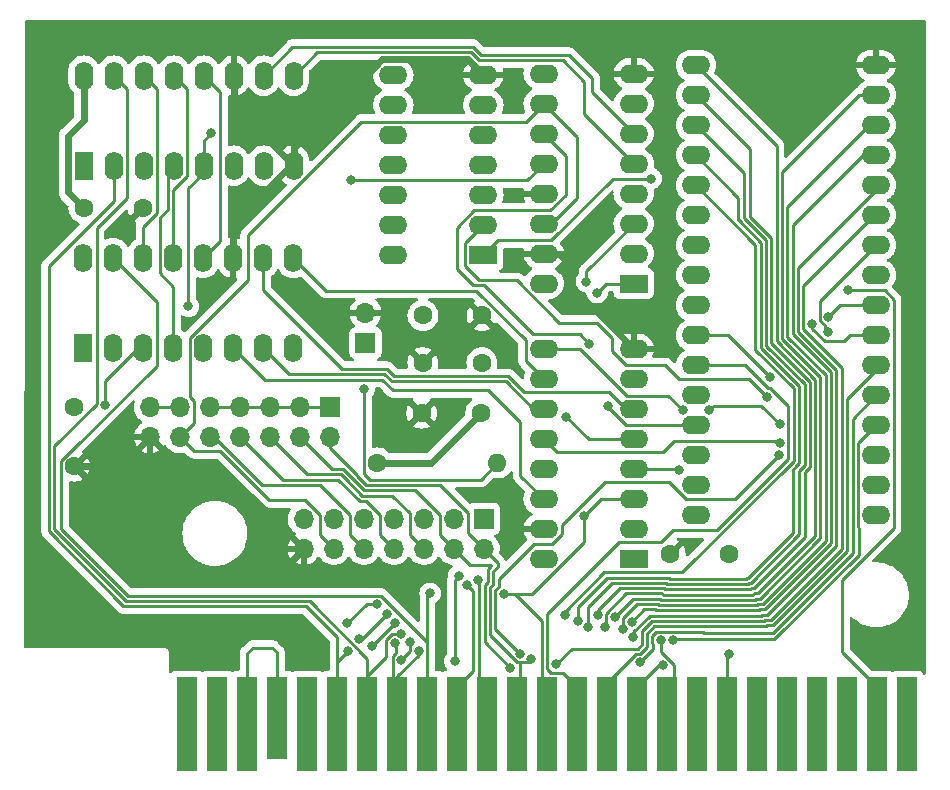
<source format=gbr>
%TF.GenerationSoftware,KiCad,Pcbnew,(6.0.2-0)*%
%TF.CreationDate,2022-04-21T10:57:23-07:00*%
%TF.ProjectId,megarom,6d656761-726f-46d2-9e6b-696361645f70,rev?*%
%TF.SameCoordinates,Original*%
%TF.FileFunction,Copper,L1,Top*%
%TF.FilePolarity,Positive*%
%FSLAX46Y46*%
G04 Gerber Fmt 4.6, Leading zero omitted, Abs format (unit mm)*
G04 Created by KiCad (PCBNEW (6.0.2-0)) date 2022-04-21 10:57:23*
%MOMM*%
%LPD*%
G01*
G04 APERTURE LIST*
%TA.AperFunction,ComponentPad*%
%ADD10O,2.400000X1.600000*%
%TD*%
%TA.AperFunction,ComponentPad*%
%ADD11R,1.600000X2.400000*%
%TD*%
%TA.AperFunction,ComponentPad*%
%ADD12O,1.600000X2.400000*%
%TD*%
%TA.AperFunction,ComponentPad*%
%ADD13C,1.600000*%
%TD*%
%TA.AperFunction,ComponentPad*%
%ADD14R,2.400000X1.600000*%
%TD*%
%TA.AperFunction,ComponentPad*%
%ADD15O,1.600000X1.600000*%
%TD*%
%TA.AperFunction,ComponentPad*%
%ADD16R,1.700000X1.700000*%
%TD*%
%TA.AperFunction,ComponentPad*%
%ADD17O,1.700000X1.700000*%
%TD*%
%TA.AperFunction,ConnectorPad*%
%ADD18R,1.800000X8.000000*%
%TD*%
%TA.AperFunction,ConnectorPad*%
%ADD19R,1.800000X7.000000*%
%TD*%
%TA.AperFunction,ViaPad*%
%ADD20C,0.800000*%
%TD*%
%TA.AperFunction,Conductor*%
%ADD21C,0.250000*%
%TD*%
%TA.AperFunction,Conductor*%
%ADD22C,0.600000*%
%TD*%
G04 APERTURE END LIST*
D10*
%TO.P,U4,32,VCC*%
%TO.N,+5V*%
X149890800Y-100736400D03*
%TO.P,U4,31,~{WR}*%
X149890800Y-98196400D03*
%TO.P,U4,30,A17*%
%TO.N,/MA17*%
X149890800Y-95656400D03*
%TO.P,U4,29,A14*%
%TO.N,/MA14*%
X149890800Y-93116400D03*
%TO.P,U4,28,A13*%
%TO.N,/MA13*%
X149890800Y-90576400D03*
%TO.P,U4,27,A8*%
%TO.N,/A8*%
X149890800Y-88036400D03*
%TO.P,U4,26,A9*%
%TO.N,/A9*%
X149890800Y-85496400D03*
%TO.P,U4,25,A11*%
%TO.N,/A11*%
X149890800Y-82956400D03*
%TO.P,U4,24,~{OE}*%
%TO.N,/~{RD}*%
X149890800Y-80416400D03*
%TO.P,U4,23,A10*%
%TO.N,/A10*%
X149890800Y-77876400D03*
%TO.P,U4,22,~{CS1}*%
%TO.N,/~{SLTSL}*%
X149890800Y-75336400D03*
%TO.P,U4,21,D7*%
%TO.N,/D7*%
X149890800Y-72796400D03*
%TO.P,U4,20,D6*%
%TO.N,/D6*%
X149890800Y-70256400D03*
%TO.P,U4,19,D5*%
%TO.N,/D5*%
X149890800Y-67716400D03*
%TO.P,U4,18,D4*%
%TO.N,/D4*%
X149890800Y-65176400D03*
%TO.P,U4,17,D3*%
%TO.N,/D3*%
X149890800Y-62636400D03*
%TO.P,U4,16,GND*%
%TO.N,GND*%
X165130800Y-62636400D03*
%TO.P,U4,15,D2*%
%TO.N,/D2*%
X165130800Y-65176400D03*
%TO.P,U4,14,D1*%
%TO.N,/D1*%
X165130800Y-67716400D03*
%TO.P,U4,13,D0*%
%TO.N,/D0*%
X165130800Y-70256400D03*
%TO.P,U4,12,A0*%
%TO.N,/A0*%
X165130800Y-72796400D03*
%TO.P,U4,11,A1*%
%TO.N,/A1*%
X165130800Y-75336400D03*
%TO.P,U4,10,A2*%
%TO.N,/A2*%
X165130800Y-77876400D03*
%TO.P,U4,9,A3*%
%TO.N,/A3*%
X165130800Y-80416400D03*
%TO.P,U4,8,A4*%
%TO.N,/A4*%
X165130800Y-82956400D03*
%TO.P,U4,7,A5*%
%TO.N,/A5*%
X165130800Y-85496400D03*
%TO.P,U4,6,A6*%
%TO.N,/A6*%
X165130800Y-88036400D03*
%TO.P,U4,5,A7*%
%TO.N,/A7*%
X165130800Y-90576400D03*
%TO.P,U4,4,A12*%
%TO.N,/A12*%
X165130800Y-93116400D03*
%TO.P,U4,3,A15*%
%TO.N,/MA15*%
X165130800Y-95656400D03*
%TO.P,U4,2,A16*%
%TO.N,/MA16*%
X165130800Y-98196400D03*
%TO.P,U4,1,A18*%
%TO.N,/MA18*%
X165130800Y-100736400D03*
%TD*%
D11*
%TO.P,U2,1,D2*%
%TO.N,/D1*%
X98008200Y-86578200D03*
D12*
%TO.P,U2,2,D3*%
%TO.N,/D2*%
X100548200Y-86578200D03*
%TO.P,U2,3,D4*%
%TO.N,/D3*%
X103088200Y-86578200D03*
%TO.P,U2,4,Rb*%
%TO.N,/RB*%
X105628200Y-86578200D03*
%TO.P,U2,5,Ra*%
%TO.N,/RA*%
X108168200Y-86578200D03*
%TO.P,U2,6,Q4*%
%TO.N,/Q3*%
X110708200Y-86578200D03*
%TO.P,U2,7,Q3*%
%TO.N,/Q2*%
X113248200Y-86578200D03*
%TO.P,U2,8,GND*%
%TO.N,GND*%
X115788200Y-86578200D03*
%TO.P,U2,9,Q2*%
%TO.N,/Q1*%
X115788200Y-78958200D03*
%TO.P,U2,10,Q1*%
%TO.N,/Q0*%
X113248200Y-78958200D03*
%TO.P,U2,11,~{Er}*%
%TO.N,GND*%
X110708200Y-78958200D03*
%TO.P,U2,12,~{Ew}*%
%TO.N,/~{CS}*%
X108168200Y-78958200D03*
%TO.P,U2,13,Wb*%
%TO.N,/WB*%
X105628200Y-78958200D03*
%TO.P,U2,14,Wa*%
%TO.N,/WA*%
X103088200Y-78958200D03*
%TO.P,U2,15,D1*%
%TO.N,/D0*%
X100548200Y-78958200D03*
%TO.P,U2,16,VCC*%
%TO.N,+5V*%
X98008200Y-78958200D03*
%TD*%
D13*
%TO.P,C6,1*%
%TO.N,+5V*%
X131684400Y-92100400D03*
%TO.P,C6,2*%
%TO.N,GND*%
X126684400Y-92100400D03*
%TD*%
%TO.P,C5,1*%
%TO.N,+5V*%
X131775200Y-87833200D03*
%TO.P,C5,2*%
%TO.N,GND*%
X126775200Y-87833200D03*
%TD*%
D14*
%TO.P,U6,1,S*%
%TO.N,/~{8KB}*%
X144627600Y-104444800D03*
D10*
%TO.P,U6,2,I0a*%
%TO.N,/Q0*%
X144627600Y-101904800D03*
%TO.P,U6,3,I1a*%
%TO.N,/A13*%
X144627600Y-99364800D03*
%TO.P,U6,4,Za*%
%TO.N,/MA13*%
X144627600Y-96824800D03*
%TO.P,U6,5,I0b*%
%TO.N,/Q1*%
X144627600Y-94284800D03*
%TO.P,U6,6,I1b*%
%TO.N,/Q0*%
X144627600Y-91744800D03*
%TO.P,U6,7,Zb*%
%TO.N,/MA14*%
X144627600Y-89204800D03*
%TO.P,U6,8,GND*%
%TO.N,GND*%
X144627600Y-86664800D03*
%TO.P,U6,9,Zc*%
%TO.N,/MA15*%
X137007600Y-86664800D03*
%TO.P,U6,10,I1c*%
%TO.N,/Q1*%
X137007600Y-89204800D03*
%TO.P,U6,11,I0c*%
%TO.N,/Q2*%
X137007600Y-91744800D03*
%TO.P,U6,12,Zd*%
%TO.N,/MA16*%
X137007600Y-94284800D03*
%TO.P,U6,13,I1d*%
%TO.N,/Q2*%
X137007600Y-96824800D03*
%TO.P,U6,14,I0d*%
%TO.N,/Q3*%
X137007600Y-99364800D03*
%TO.P,U6,15,E*%
%TO.N,GND*%
X137007600Y-101904800D03*
%TO.P,U6,16,VCC*%
%TO.N,+5V*%
X137007600Y-104444800D03*
%TD*%
D14*
%TO.P,U5,1,S*%
%TO.N,/~{8KB}*%
X144627600Y-81127600D03*
D10*
%TO.P,U5,2,I0a*%
%TO.N,/Q4*%
X144627600Y-78587600D03*
%TO.P,U5,3,I1a*%
%TO.N,/Q3*%
X144627600Y-76047600D03*
%TO.P,U5,4,Za*%
%TO.N,/MA17*%
X144627600Y-73507600D03*
%TO.P,U5,5,I0b*%
%TO.N,/Q5*%
X144627600Y-70967600D03*
%TO.P,U5,6,I1b*%
%TO.N,/Q4*%
X144627600Y-68427600D03*
%TO.P,U5,7,Zb*%
%TO.N,/MA18*%
X144627600Y-65887600D03*
%TO.P,U5,8,GND*%
%TO.N,GND*%
X144627600Y-63347600D03*
%TO.P,U5,9,Zc*%
%TO.N,/RA*%
X137007600Y-63347600D03*
%TO.P,U5,10,I1c*%
%TO.N,/A15*%
X137007600Y-65887600D03*
%TO.P,U5,11,I0c*%
%TO.N,/A13*%
X137007600Y-68427600D03*
%TO.P,U5,12,Zd*%
%TO.N,/RB*%
X137007600Y-70967600D03*
%TO.P,U5,13,I1d*%
%TO.N,GND*%
X137007600Y-73507600D03*
%TO.P,U5,14,I0d*%
%TO.N,/A15*%
X137007600Y-76047600D03*
%TO.P,U5,15,E*%
%TO.N,GND*%
X137007600Y-78587600D03*
%TO.P,U5,16,VCC*%
%TO.N,+5V*%
X137007600Y-81127600D03*
%TD*%
D13*
%TO.P,R1,1*%
%TO.N,+5V*%
X122936000Y-96316800D03*
D15*
%TO.P,R1,2*%
%TO.N,/~{8KB}*%
X133096000Y-96316800D03*
%TD*%
D16*
%TO.P,P8,1,P1*%
%TO.N,/~{8KB}*%
X121920000Y-86156800D03*
D17*
%TO.P,P8,2,P2*%
%TO.N,GND*%
X121920000Y-83616800D03*
%TD*%
D16*
%TO.P,P7,1,P1*%
%TO.N,/WA*%
X118922800Y-91592400D03*
D17*
%TO.P,P7,2,P2*%
%TO.N,/A0*%
X118922800Y-94132400D03*
%TO.P,P7,3,P3*%
%TO.N,/WA*%
X116382800Y-91592400D03*
%TO.P,P7,4,P4*%
%TO.N,/A1*%
X116382800Y-94132400D03*
%TO.P,P7,5,P5*%
%TO.N,/WA*%
X113842800Y-91592400D03*
%TO.P,P7,6,P6*%
%TO.N,/A11*%
X113842800Y-94132400D03*
%TO.P,P7,7,P7*%
%TO.N,/WA*%
X111302800Y-91592400D03*
%TO.P,P7,8,P8*%
%TO.N,/A12*%
X111302800Y-94132400D03*
%TO.P,P7,9,P9*%
%TO.N,/WA*%
X108762800Y-91592400D03*
%TO.P,P7,10,P10*%
%TO.N,/A13*%
X108762800Y-94132400D03*
%TO.P,P7,11,P11*%
%TO.N,/WA*%
X106222800Y-91592400D03*
%TO.P,P7,12,P12*%
%TO.N,/A15*%
X106222800Y-94132400D03*
%TO.P,P7,13,P13*%
%TO.N,/WA*%
X103682800Y-91592400D03*
%TO.P,P7,14,P14*%
%TO.N,GND*%
X103682800Y-94132400D03*
%TD*%
D14*
%TO.P,U1,1*%
%TO.N,/~{SLTSL}*%
X131891800Y-78694200D03*
D10*
%TO.P,U1,2*%
%TO.N,/~{WR}*%
X131891800Y-76154200D03*
%TO.P,U1,3*%
%TO.N,/~{CS}*%
X131891800Y-73614200D03*
%TO.P,U1,4*%
%TO.N,unconnected-(U1-Pad4)*%
X131891800Y-71074200D03*
%TO.P,U1,5*%
%TO.N,unconnected-(U1-Pad5)*%
X131891800Y-68534200D03*
%TO.P,U1,6*%
%TO.N,unconnected-(U1-Pad6)*%
X131891800Y-65994200D03*
%TO.P,U1,7,GND*%
%TO.N,GND*%
X131891800Y-63454200D03*
%TO.P,U1,8*%
%TO.N,unconnected-(U1-Pad8)*%
X124271800Y-63454200D03*
%TO.P,U1,9*%
%TO.N,unconnected-(U1-Pad9)*%
X124271800Y-65994200D03*
%TO.P,U1,10*%
%TO.N,unconnected-(U1-Pad10)*%
X124271800Y-68534200D03*
%TO.P,U1,11*%
%TO.N,unconnected-(U1-Pad11)*%
X124271800Y-71074200D03*
%TO.P,U1,12*%
%TO.N,unconnected-(U1-Pad12)*%
X124271800Y-73614200D03*
%TO.P,U1,13*%
%TO.N,unconnected-(U1-Pad13)*%
X124271800Y-76154200D03*
%TO.P,U1,14,VCC*%
%TO.N,+5V*%
X124271800Y-78694200D03*
%TD*%
D13*
%TO.P,C4,1*%
%TO.N,+5V*%
X98084000Y-74726800D03*
%TO.P,C4,2*%
%TO.N,GND*%
X103084000Y-74726800D03*
%TD*%
D11*
%TO.P,U3,1,D2*%
%TO.N,/D5*%
X98059000Y-71135000D03*
D12*
%TO.P,U3,2,D3*%
%TO.N,/D6*%
X100599000Y-71135000D03*
%TO.P,U3,3,D4*%
%TO.N,/D7*%
X103139000Y-71135000D03*
%TO.P,U3,4,Rb*%
%TO.N,/RB*%
X105679000Y-71135000D03*
%TO.P,U3,5,Ra*%
%TO.N,/RA*%
X108219000Y-71135000D03*
%TO.P,U3,6,Q4*%
%TO.N,unconnected-(U3-Pad6)*%
X110759000Y-71135000D03*
%TO.P,U3,7,Q3*%
%TO.N,unconnected-(U3-Pad7)*%
X113299000Y-71135000D03*
%TO.P,U3,8,GND*%
%TO.N,GND*%
X115839000Y-71135000D03*
%TO.P,U3,9,Q2*%
%TO.N,/Q5*%
X115839000Y-63515000D03*
%TO.P,U3,10,Q1*%
%TO.N,/Q4*%
X113299000Y-63515000D03*
%TO.P,U3,11,~{Er}*%
%TO.N,GND*%
X110759000Y-63515000D03*
%TO.P,U3,12,~{Ew}*%
%TO.N,/~{CS}*%
X108219000Y-63515000D03*
%TO.P,U3,13,Wb*%
%TO.N,/WB*%
X105679000Y-63515000D03*
%TO.P,U3,14,Wa*%
%TO.N,/WA*%
X103139000Y-63515000D03*
%TO.P,U3,15,D1*%
%TO.N,/D4*%
X100599000Y-63515000D03*
%TO.P,U3,16,VCC*%
%TO.N,+5V*%
X98059000Y-63515000D03*
%TD*%
D18*
%TO.P,P1,50,P50*%
%TO.N,unconnected-(P1-Pad50)*%
X106822240Y-118412640D03*
%TO.P,P1,48,P48*%
%TO.N,unconnected-(P1-Pad48)*%
X109362240Y-118412640D03*
%TO.P,P1,46,P46*%
%TO.N,Net-(P1-Pad44)*%
X111902240Y-118412640D03*
D19*
%TO.P,P1,44,P44*%
X114437160Y-117919880D03*
D18*
%TO.P,P1,42,P42*%
%TO.N,unconnected-(P1-Pad42)*%
X116982240Y-118412640D03*
%TO.P,P1,40,P40*%
%TO.N,/D6*%
X119522240Y-118412640D03*
%TO.P,P1,38,P38*%
%TO.N,/D4*%
X122062240Y-118412640D03*
%TO.P,P1,36,P36*%
%TO.N,/D2*%
X124602240Y-118412640D03*
%TO.P,P1,34,P34*%
%TO.N,/D0*%
X127142240Y-118412640D03*
%TO.P,P1,32,P32*%
%TO.N,/A4*%
X129682240Y-118412640D03*
%TO.P,P1,30,P30*%
%TO.N,/A2*%
X132222240Y-118412640D03*
%TO.P,P1,28,P28*%
%TO.N,/A0*%
X134762240Y-118412640D03*
%TO.P,P1,26,P26*%
%TO.N,/A13*%
X137302240Y-118412640D03*
%TO.P,P1,24,P24*%
%TO.N,/A8*%
X139842240Y-118412640D03*
%TO.P,P1,22,P22*%
%TO.N,/A6*%
X142382240Y-118412640D03*
%TO.P,P1,20,P20*%
%TO.N,/A10*%
X144922240Y-118412640D03*
%TO.P,P1,18,P18*%
%TO.N,/A15*%
X147462240Y-118412640D03*
%TO.P,P1,16,P16*%
%TO.N,unconnected-(P1-Pad16)*%
X150002240Y-118412640D03*
%TO.P,P1,14,P14*%
%TO.N,/~{RD}*%
X152542240Y-118412640D03*
%TO.P,P1,12,P12*%
%TO.N,unconnected-(P1-Pad12)*%
X155082240Y-118412640D03*
%TO.P,P1,10,P10*%
%TO.N,unconnected-(P1-Pad10)*%
X157622240Y-118412640D03*
%TO.P,P1,8,P8*%
%TO.N,unconnected-(P1-Pad8)*%
X160162240Y-118412640D03*
%TO.P,P1,6,P6*%
%TO.N,unconnected-(P1-Pad6)*%
X162702240Y-118412640D03*
%TO.P,P1,4,P4*%
%TO.N,/~{SLTSL}*%
X165242240Y-118412640D03*
%TO.P,P1,2,P2*%
%TO.N,unconnected-(P1-Pad2)*%
X167782240Y-118412640D03*
%TD*%
D13*
%TO.P,C2,1*%
%TO.N,+5V*%
X97282000Y-91581600D03*
%TO.P,C2,2*%
%TO.N,GND*%
X97282000Y-96581600D03*
%TD*%
%TO.P,C1,1*%
%TO.N,+5V*%
X126786000Y-83820000D03*
%TO.P,C1,2*%
%TO.N,GND*%
X131786000Y-83820000D03*
%TD*%
D16*
%TO.P,P2,1,P1*%
%TO.N,/WB*%
X131927600Y-101041200D03*
D17*
%TO.P,P2,2,P2*%
%TO.N,/A0*%
X131927600Y-103581200D03*
%TO.P,P2,3,P3*%
%TO.N,/WB*%
X129387600Y-101041200D03*
%TO.P,P2,4,P4*%
%TO.N,/A1*%
X129387600Y-103581200D03*
%TO.P,P2,5,P5*%
%TO.N,/WB*%
X126847600Y-101041200D03*
%TO.P,P2,6,P6*%
%TO.N,/A11*%
X126847600Y-103581200D03*
%TO.P,P2,7,P7*%
%TO.N,/WB*%
X124307600Y-101041200D03*
%TO.P,P2,8,P8*%
%TO.N,/A12*%
X124307600Y-103581200D03*
%TO.P,P2,9,P9*%
%TO.N,/WB*%
X121767600Y-101041200D03*
%TO.P,P2,10,P10*%
%TO.N,/A13*%
X121767600Y-103581200D03*
%TO.P,P2,11,P11*%
%TO.N,/WB*%
X119227600Y-101041200D03*
%TO.P,P2,12,P12*%
%TO.N,/A15*%
X119227600Y-103581200D03*
%TO.P,P2,13,P13*%
%TO.N,/WB*%
X116687600Y-101041200D03*
%TO.P,P2,14,P14*%
%TO.N,GND*%
X116687600Y-103581200D03*
%TD*%
D13*
%TO.P,C3,2*%
%TO.N,GND*%
X147715600Y-104038400D03*
%TO.P,C3,1*%
%TO.N,+5V*%
X152715600Y-104038400D03*
%TD*%
D20*
%TO.N,GND*%
X113487200Y-66548000D03*
X116128800Y-66649600D03*
X118567200Y-65532000D03*
X120802400Y-63550800D03*
X118618000Y-63550800D03*
X108966000Y-81686400D03*
X129082800Y-91998800D03*
X126796800Y-94284800D03*
X124714000Y-94081600D03*
X123596400Y-91897200D03*
X119710200Y-85826600D03*
X117856000Y-83616800D03*
X115468400Y-81635600D03*
X124104400Y-87020400D03*
X124460000Y-83820000D03*
X125374400Y-85750400D03*
X127812800Y-85750400D03*
X129235200Y-86918800D03*
X129184400Y-84023200D03*
X140055600Y-77876400D03*
X141630400Y-76149200D03*
X155194000Y-62230000D03*
X160680400Y-62026800D03*
X167690800Y-112623600D03*
X164896800Y-111810800D03*
X168605200Y-109829600D03*
X168249600Y-104343200D03*
X168605200Y-100533200D03*
X168503600Y-96266000D03*
X168605200Y-91135200D03*
X168503600Y-86715600D03*
X168503600Y-82550000D03*
X168503600Y-77825600D03*
X168605200Y-72898000D03*
X168402000Y-68529200D03*
X168503600Y-63804800D03*
X94386400Y-63550800D03*
X102311200Y-60401200D03*
X98552000Y-60401200D03*
X95097600Y-60604400D03*
X94183200Y-104546400D03*
X95808800Y-106375200D03*
X94945200Y-108458000D03*
X98196400Y-108508800D03*
X95046800Y-110744000D03*
X98145600Y-110744000D03*
X101295200Y-110744000D03*
%TO.N,/MA13*%
X148488400Y-96926400D03*
%TO.N,/A13*%
X140411200Y-100838000D03*
%TO.N,/MA14*%
X142443200Y-91490800D03*
%TO.N,/A13*%
X140868400Y-86207600D03*
%TO.N,/~{SLTSL}*%
X146100800Y-72237600D03*
%TO.N,/RB*%
X120700800Y-72390000D03*
%TO.N,/RA*%
X108864400Y-68376800D03*
%TO.N,/~{8KB}*%
X121818400Y-90017600D03*
%TO.N,/RA*%
X106934000Y-83058000D03*
%TO.N,/Q1*%
X138938000Y-92405200D03*
%TO.N,/~{8KB}*%
X141528800Y-81889600D03*
%TO.N,/Q3*%
X140614400Y-80975200D03*
%TO.N,/~{RD}*%
X152734499Y-112500899D03*
%TO.N,/~{SLTSL}*%
X162759958Y-81699255D03*
%TO.N,/MA16*%
X156987888Y-94607055D03*
%TO.N,/MA15*%
X156987889Y-93030797D03*
X151028400Y-91846400D03*
X148770611Y-91846400D03*
%TO.N,/~{WR}*%
X155940030Y-90728748D03*
%TO.N,/A12*%
X147980400Y-111325425D03*
%TO.N,/D7*%
X138785600Y-109217565D03*
X122885200Y-108268100D03*
X120396000Y-109880400D03*
%TO.N,/D6*%
X139908601Y-109713675D03*
X121412000Y-111201200D03*
X120412801Y-112251199D03*
X123716055Y-109100345D03*
%TO.N,/D5*%
X140790200Y-110184617D03*
X124454858Y-109874123D03*
X122478801Y-111778480D03*
%TO.N,/D2*%
X124377311Y-111588692D03*
%TO.N,/D4*%
X124946402Y-110767022D03*
X141585875Y-109217416D03*
%TO.N,/D3*%
X142240158Y-110236075D03*
X124957051Y-112981551D03*
X125684567Y-111510089D03*
%TO.N,/D2*%
X143035814Y-109370647D03*
X126409067Y-112261634D03*
%TO.N,/D1*%
X143690928Y-110353037D03*
%TO.N,/D0*%
X144481371Y-109741313D03*
X127387113Y-107366581D03*
%TO.N,/A0*%
X144583615Y-111033672D03*
X135972518Y-112914120D03*
%TO.N,/A1*%
X138083955Y-113363629D03*
%TO.N,/D3*%
X99872799Y-91440000D03*
%TO.N,/A5*%
X159715016Y-84581873D03*
X129475900Y-113080807D03*
X129840568Y-105863726D03*
%TO.N,/A9*%
X156210000Y-89052400D03*
%TO.N,/A3*%
X156932469Y-95639251D03*
X135017098Y-112453269D03*
%TO.N,/A4*%
X161107901Y-83951299D03*
X130542157Y-106676632D03*
%TO.N,/A2*%
X131441519Y-106240568D03*
X161057100Y-85263502D03*
%TO.N,/A7*%
X145134782Y-113202785D03*
%TO.N,/A10*%
X147079781Y-113458780D03*
%TO.N,/A15*%
X146947595Y-111325424D03*
%TO.N,/A13*%
X133635548Y-107408183D03*
%TO.N,/A1*%
X134151989Y-113637356D03*
%TD*%
D21*
%TO.N,/MA13*%
X148488400Y-96926400D02*
X148386800Y-96824800D01*
X148386800Y-96824800D02*
X144627600Y-96824800D01*
%TO.N,/MA15*%
X147544491Y-90620280D02*
X148770611Y-91846400D01*
X140097289Y-86664800D02*
X144052769Y-90620280D01*
X144052769Y-90620280D02*
X147544491Y-90620280D01*
X137007600Y-86664800D02*
X140097289Y-86664800D01*
X151419835Y-91454965D02*
X151028400Y-91846400D01*
X155412057Y-91454965D02*
X151419835Y-91454965D01*
X156987889Y-93030797D02*
X155412057Y-91454965D01*
%TO.N,/MA16*%
X156987888Y-94607055D02*
X156818033Y-94437200D01*
X156818033Y-94437200D02*
X148082000Y-94437200D01*
X147109880Y-95409320D02*
X138132120Y-95409320D01*
X138132120Y-95409320D02*
X137007600Y-94284800D01*
X148082000Y-94437200D02*
X147109880Y-95409320D01*
%TO.N,/A3*%
X149055010Y-99350921D02*
X153220799Y-99350921D01*
X147653409Y-97949320D02*
X149055010Y-99350921D01*
X133203020Y-106815774D02*
X133203020Y-106166580D01*
X138532120Y-102370591D02*
X138532120Y-101599480D01*
X142182280Y-97949320D02*
X147653409Y-97949320D01*
X135017098Y-112453269D02*
X132910941Y-110347112D01*
X138532120Y-101599480D02*
X142182280Y-97949320D01*
X137727911Y-103174800D02*
X138532120Y-102370591D01*
X153220799Y-99350921D02*
X156932469Y-95639251D01*
X133203020Y-106166580D02*
X136194800Y-103174800D01*
X132910941Y-107107853D02*
X133203020Y-106815774D01*
X132910941Y-110347112D02*
X132910941Y-107107853D01*
X136194800Y-103174800D02*
X137727911Y-103174800D01*
%TO.N,/A8*%
X147929600Y-102006400D02*
X151663926Y-102006400D01*
X151663926Y-102006400D02*
X157712390Y-95957936D01*
X138617729Y-114088129D02*
X137650006Y-114088129D01*
X156181948Y-89946068D02*
X155990255Y-89946068D01*
X155990255Y-89946068D02*
X154080587Y-88036400D01*
X137297446Y-109082554D02*
X143350680Y-103029320D01*
X137297446Y-113735569D02*
X137297446Y-109082554D01*
X137650006Y-114088129D02*
X137297446Y-113735569D01*
X146906680Y-103029320D02*
X147929600Y-102006400D01*
X154080587Y-88036400D02*
X149890800Y-88036400D01*
X157712390Y-91476510D02*
X156181948Y-89946068D01*
%TO.N,/~{WR}*%
X130367289Y-77678711D02*
X130367289Y-79642785D01*
X130367289Y-79642785D02*
X131554993Y-80830489D01*
X142812101Y-86855197D02*
X143993304Y-88036400D01*
X131891800Y-76154200D02*
X130367289Y-77678711D01*
%TO.N,/A8*%
X157712390Y-95957936D02*
X157712390Y-91476510D01*
%TO.N,/~{WR}*%
X154416082Y-89204800D02*
X155940030Y-90728748D01*
X134720178Y-80830489D02*
X138323990Y-84434301D01*
X141513909Y-84434301D02*
X142812101Y-85732493D01*
%TO.N,/D7*%
X154940002Y-86757802D02*
X158161898Y-89979698D01*
X158161898Y-96144132D02*
X148736719Y-105569311D01*
X138785600Y-108908427D02*
X138785600Y-109217565D01*
%TO.N,/A8*%
X143350680Y-103029320D02*
X146906680Y-103029320D01*
%TO.N,/D7*%
X149890800Y-72796400D02*
X154940000Y-77845600D01*
%TO.N,/~{WR}*%
X148488400Y-89204800D02*
X154416082Y-89204800D01*
%TO.N,/D7*%
X142124716Y-105569311D02*
X138785600Y-108908427D01*
%TO.N,/~{WR}*%
X143993304Y-88036400D02*
X147320000Y-88036400D01*
X147320000Y-88036400D02*
X148488400Y-89204800D01*
%TO.N,/D7*%
X148736719Y-105569311D02*
X142124716Y-105569311D01*
X154940000Y-77845600D02*
X154940002Y-86757802D01*
%TO.N,/~{WR}*%
X138323990Y-84434301D02*
X141513909Y-84434301D01*
%TO.N,/A8*%
X139842240Y-115312640D02*
X138617729Y-114088129D01*
%TO.N,/~{WR}*%
X131554993Y-80830489D02*
X134720178Y-80830489D01*
%TO.N,/D7*%
X158161898Y-89979698D02*
X158161898Y-96144132D01*
%TO.N,/~{WR}*%
X142812101Y-85732493D02*
X142812101Y-86855197D01*
%TO.N,/A13*%
X141884400Y-99364800D02*
X140411200Y-100838000D01*
X144627600Y-99364800D02*
X141884400Y-99364800D01*
X136034528Y-107408183D02*
X140411200Y-103031511D01*
X140411200Y-103031511D02*
X140411200Y-100838000D01*
X133635548Y-107408183D02*
X136034528Y-107408183D01*
%TO.N,/A1*%
X132011920Y-111497286D02*
X134151989Y-113637356D01*
X132304000Y-105260088D02*
X132304000Y-106395192D01*
%TO.N,/A0*%
X133113655Y-104767255D02*
X131927600Y-103581200D01*
%TO.N,/A1*%
X129387600Y-103581200D02*
X130803876Y-104997476D01*
%TO.N,/A0*%
X132461431Y-110922200D02*
X132461431Y-106873465D01*
%TO.N,/A1*%
X132544884Y-104997476D02*
X132555748Y-105008340D01*
X132011920Y-106687272D02*
X132011920Y-111497286D01*
X132304000Y-106395192D02*
X132011920Y-106687272D01*
%TO.N,/A0*%
X133113654Y-105086138D02*
X133113655Y-104767255D01*
X132461431Y-106873465D02*
X132753509Y-106581387D01*
X132753511Y-105446281D02*
X133113654Y-105086138D01*
%TO.N,/A1*%
X132555748Y-105008340D02*
X132304000Y-105260088D01*
X130803876Y-104997476D02*
X132544884Y-104997476D01*
%TO.N,/A4*%
X131046859Y-107181334D02*
X130542157Y-106676632D01*
%TO.N,/A0*%
X134726332Y-113187101D02*
X132461431Y-110922200D01*
%TO.N,/A4*%
X131046859Y-113948021D02*
X131046859Y-107181334D01*
%TO.N,/A2*%
X131517307Y-117707707D02*
X131517307Y-106316356D01*
X131517307Y-106316356D02*
X131441519Y-106240568D01*
%TO.N,/A0*%
X134988901Y-113187101D02*
X134726332Y-113187101D01*
X132753509Y-106581387D02*
X132753511Y-105446281D01*
%TO.N,/A4*%
X129682240Y-115312640D02*
X131046859Y-113948021D01*
%TO.N,/A13*%
X136093200Y-85394800D02*
X140055600Y-85394800D01*
X129641600Y-79857600D02*
X131064000Y-81280000D01*
X131132609Y-74923080D02*
X129641600Y-76414089D01*
X137582431Y-74923080D02*
X131132609Y-74923080D01*
X138887200Y-73618311D02*
X137582431Y-74923080D01*
X140055600Y-85394800D02*
X140868400Y-86207600D01*
X138887200Y-70307200D02*
X138887200Y-73618311D01*
X129641600Y-76414089D02*
X129641600Y-79857600D01*
X131978400Y-81280000D02*
X136093200Y-85394800D01*
X131064000Y-81280000D02*
X131978400Y-81280000D01*
X137007600Y-68427600D02*
X138887200Y-70307200D01*
D22*
%TO.N,GND*%
X137007600Y-78587600D02*
X138277600Y-78587600D01*
X140462000Y-83312000D02*
X141274800Y-83312000D01*
X138277600Y-78587600D02*
X139344400Y-79654400D01*
X139344400Y-79654400D02*
X139344400Y-82194400D01*
X139344400Y-82194400D02*
X140462000Y-83312000D01*
X141274800Y-83312000D02*
X144627600Y-86664800D01*
D21*
%TO.N,/Q3*%
X140614400Y-80060800D02*
X140614400Y-80975200D01*
X144627600Y-76047600D02*
X140614400Y-80060800D01*
%TO.N,/~{8KB}*%
X144627600Y-81127600D02*
X142290800Y-81127600D01*
X142290800Y-81127600D02*
X141528800Y-81889600D01*
%TO.N,/D2*%
X165130800Y-65176400D02*
X163728400Y-65176400D01*
X163728400Y-65176400D02*
X157187555Y-71717245D01*
X157187555Y-71717245D02*
X157187555Y-85826745D01*
%TO.N,/D1*%
X157637066Y-74671334D02*
X157637066Y-85632422D01*
X164592000Y-67716400D02*
X157637066Y-74671334D01*
%TO.N,/D0*%
X165130800Y-70256400D02*
X164033200Y-70256400D01*
X158086577Y-76203023D02*
X158086577Y-85404065D01*
X155348136Y-108715888D02*
X155261130Y-108802893D01*
X158086577Y-85404065D02*
X161337777Y-88655265D01*
X161337777Y-88655265D02*
X161337777Y-103102327D01*
X155261130Y-108802893D02*
X154029119Y-108802886D01*
X155724216Y-108715888D02*
X161337777Y-103102327D01*
X146549071Y-108802881D02*
X154029119Y-108802887D01*
X145506796Y-108715888D02*
X144481371Y-109741313D01*
X155724216Y-108715888D02*
X155348136Y-108715888D01*
X164033200Y-70256400D02*
X158086577Y-76203023D01*
X146549071Y-108802881D02*
X146462078Y-108715888D01*
X146462078Y-108715888D02*
X145506796Y-108715888D01*
%TO.N,/A1*%
X158985599Y-81349201D02*
X158985599Y-84967152D01*
X164998400Y-75336400D02*
X158985599Y-81349201D01*
%TO.N,/A2*%
X165130800Y-77876400D02*
X160383400Y-82623800D01*
%TO.N,/A4*%
X161107901Y-83951299D02*
X162102800Y-82956400D01*
X162102800Y-82956400D02*
X165130800Y-82956400D01*
%TO.N,/A5*%
X160786701Y-86017701D02*
X162394299Y-86017701D01*
X162915600Y-85496400D02*
X162394299Y-86017701D01*
X165130800Y-85496400D02*
X162915600Y-85496400D01*
X159715016Y-84581873D02*
X159715016Y-84946016D01*
X159715016Y-84946016D02*
X160786701Y-86017701D01*
%TO.N,/A6*%
X156398757Y-110073347D02*
X155897782Y-110073347D01*
X162704711Y-103767393D02*
X156398757Y-110073347D01*
X155819699Y-110151429D02*
X153769781Y-110151417D01*
X153769781Y-110151417D02*
X152840635Y-110151419D01*
X145757630Y-110761061D02*
X145757630Y-111872650D01*
X152840635Y-110151419D02*
X146367278Y-110151413D01*
X165130800Y-88436400D02*
X162704710Y-90862490D01*
X146367278Y-110151413D02*
X145757630Y-110761061D01*
X162704710Y-90862490D02*
X162704711Y-103767393D01*
X155897782Y-110073347D02*
X155819699Y-110151429D01*
X145757630Y-111872650D02*
X145151996Y-112478284D01*
X145151996Y-112478284D02*
X144834683Y-112478284D01*
X144834683Y-112478284D02*
X142510179Y-114802788D01*
%TO.N,/A7*%
X165130800Y-90576400D02*
X163154221Y-92552979D01*
X156422298Y-110685510D02*
X150588238Y-110685510D01*
X150503656Y-110600928D02*
X146553471Y-110600924D01*
X163154221Y-103953587D02*
X156422298Y-110685510D01*
X146553471Y-110600924D02*
X146207141Y-110947254D01*
X150588238Y-110685510D02*
X150503656Y-110600928D01*
X146207141Y-111547461D02*
X146276637Y-111616954D01*
X146276637Y-111616958D02*
X146290699Y-111631020D01*
X163154221Y-92552979D02*
X163154221Y-103953587D01*
X146207141Y-110947254D02*
X146207141Y-111547461D01*
X146276637Y-111616954D02*
X146276637Y-111616958D01*
X146290699Y-111631020D02*
X146290699Y-112046868D01*
X146290699Y-112046868D02*
X145134782Y-113202785D01*
%TO.N,/A12*%
X165130800Y-93116400D02*
X163606280Y-94640920D01*
X163606280Y-94640920D02*
X163606280Y-101746481D01*
X163720710Y-101860911D02*
X163720711Y-104072193D01*
X163606280Y-101746481D02*
X163720710Y-101860911D01*
X163720711Y-104072193D02*
X156540904Y-111252000D01*
X156540904Y-111252000D02*
X148053825Y-111252000D01*
X148053825Y-111252000D02*
X147980400Y-111325425D01*
%TO.N,/MA14*%
X149890800Y-93116400D02*
X144008889Y-93116400D01*
%TO.N,/A9*%
X149890800Y-85496400D02*
X152654000Y-85496400D01*
X152654000Y-85496400D02*
X156210000Y-89052400D01*
%TO.N,/D6*%
X153489910Y-73855510D02*
X153489910Y-75759806D01*
X153489910Y-75759806D02*
X153509911Y-75779807D01*
X149890800Y-70256400D02*
X153489910Y-73855510D01*
%TO.N,/D5*%
X155839022Y-86385414D02*
X159090222Y-89636614D01*
X159090222Y-89636614D02*
X159090222Y-96487226D01*
X153959421Y-71785021D02*
X153959421Y-75593613D01*
X155839022Y-77473214D02*
X155839022Y-86385414D01*
X153959421Y-75593613D02*
X155839022Y-77473214D01*
X159090222Y-96487226D02*
X158706889Y-96870559D01*
X158648400Y-102362000D02*
X154542067Y-106468333D01*
X142810073Y-106468333D02*
X140790200Y-108488206D01*
X158706889Y-96870559D02*
X158706890Y-96899310D01*
X149890800Y-67716400D02*
X153959421Y-71785021D01*
X158706890Y-96899310D02*
X158648400Y-96957800D01*
X158648400Y-96957800D02*
X158648400Y-102362000D01*
X154542067Y-106468333D02*
X154417178Y-106468333D01*
X154417178Y-106468333D02*
X154330181Y-106555330D01*
X154330181Y-106555330D02*
X147480040Y-106555330D01*
X147480040Y-106555330D02*
X147393043Y-106468333D01*
X147393043Y-106468333D02*
X142810073Y-106468333D01*
X140790200Y-108488206D02*
X140790200Y-110184617D01*
%TO.N,/D4*%
X154459732Y-69745332D02*
X154459732Y-75458220D01*
X149890800Y-65176400D02*
X154459732Y-69745332D01*
%TO.N,/D1*%
X143756870Y-110287095D02*
X143690928Y-110353037D01*
X155538023Y-108266377D02*
X155161945Y-108266377D01*
X160888266Y-88883622D02*
X160888266Y-102916134D01*
X155074940Y-108353381D02*
X154037938Y-108353375D01*
X160888266Y-102916134D02*
X155538023Y-108266377D01*
X157637066Y-85632422D02*
X160888266Y-88883622D01*
X155161945Y-108266377D02*
X155074940Y-108353381D01*
X146735265Y-108353371D02*
X154037938Y-108353376D01*
X146735265Y-108353371D02*
X146648271Y-108266377D01*
X143756870Y-109441214D02*
X143756870Y-110287095D01*
X146648271Y-108266377D02*
X144931707Y-108266377D01*
X144931707Y-108266377D02*
X143756870Y-109441214D01*
%TO.N,/D3*%
X156738044Y-69483644D02*
X156738044Y-86012968D01*
X149890800Y-62636400D02*
X156738044Y-69483644D01*
%TO.N,/~{CS}*%
X108219000Y-63515000D02*
X109634480Y-64930480D01*
X109634480Y-64930480D02*
X109634480Y-77491920D01*
X109634480Y-77491920D02*
X108168200Y-78958200D01*
%TO.N,/RA*%
X108219000Y-69022200D02*
X108864400Y-68376800D01*
X108219000Y-71135000D02*
X108219000Y-69022200D01*
%TO.N,/A1*%
X146181078Y-109701909D02*
X145308117Y-110574870D01*
X162255200Y-88236753D02*
X162255200Y-103581200D01*
X158985599Y-84967152D02*
X162255200Y-88236753D01*
X162255200Y-103581200D02*
X156212563Y-109623837D01*
X139418810Y-112028774D02*
X138083955Y-113363629D01*
X156212563Y-109623837D02*
X155711591Y-109623837D01*
X155711591Y-109623837D02*
X155633519Y-109701909D01*
X145308117Y-110574870D02*
X145308117Y-111681242D01*
X155633519Y-109701909D02*
X146181078Y-109701909D01*
X145308117Y-111681242D02*
X144960585Y-112028774D01*
X144960585Y-112028774D02*
X139418810Y-112028774D01*
%TO.N,/A0*%
X165130800Y-73196400D02*
X158536088Y-79791112D01*
X158536088Y-85217872D02*
X161795436Y-88477220D01*
X158536088Y-79791112D02*
X158536088Y-85217872D01*
X161795436Y-103329764D02*
X155950874Y-109174326D01*
X161795436Y-88477220D02*
X161795436Y-103329764D01*
X155950874Y-109174326D02*
X155525401Y-109174326D01*
X155525401Y-109174326D02*
X155447320Y-109252405D01*
X155447320Y-109252405D02*
X145994878Y-109252405D01*
X145994878Y-109252405D02*
X144583615Y-110663668D01*
X144583615Y-110663668D02*
X144583615Y-111033672D01*
%TO.N,/D2*%
X160438750Y-102526750D02*
X160438750Y-102705250D01*
X160438754Y-102526746D02*
X160438750Y-102526750D01*
X160438755Y-89308739D02*
X160438755Y-89471155D01*
X160438754Y-102526746D02*
X160438755Y-89471155D01*
X160438750Y-89471150D02*
X160438755Y-89471155D01*
X160438750Y-89077940D02*
X160438750Y-89471150D01*
X157187555Y-85826745D02*
X160438754Y-89077944D01*
%TO.N,/D3*%
X154789563Y-107367355D02*
X154702559Y-107454357D01*
X156738044Y-86012968D02*
X159989240Y-89264164D01*
X154702559Y-107454357D02*
X154190528Y-107454354D01*
X147107652Y-107454350D02*
X154190528Y-107454354D01*
X159989240Y-89264164D02*
X159989240Y-89264224D01*
X159989240Y-89264224D02*
X159989244Y-89264230D01*
X159989244Y-89264230D02*
X159989244Y-102494356D01*
X159989244Y-102494356D02*
X155116245Y-107367355D01*
X155116245Y-107367355D02*
X154789563Y-107367355D01*
X147107652Y-107454350D02*
X147020657Y-107367355D01*
X147020657Y-107367355D02*
X144014506Y-107367355D01*
X144014506Y-107367355D02*
X142310376Y-109071485D01*
X142310376Y-109071485D02*
X142310376Y-110165857D01*
X142310376Y-110165857D02*
X142240158Y-110236075D01*
%TO.N,/D4*%
X159539733Y-89450421D02*
X159539733Y-96673419D01*
X159539733Y-96673419D02*
X159156400Y-97056752D01*
%TO.N,/Q1*%
X144627600Y-94284800D02*
X140817600Y-94284800D01*
X140817600Y-94284800D02*
X138938000Y-92405200D01*
%TO.N,/WA*%
X116382800Y-91592400D02*
X118922800Y-91592400D01*
X113842800Y-91592400D02*
X116382800Y-91592400D01*
X111302800Y-91592400D02*
X113842800Y-91592400D01*
X108762800Y-91592400D02*
X111302800Y-91592400D01*
X103682800Y-91592400D02*
X106222800Y-91592400D01*
D22*
%TO.N,GND*%
X110708200Y-78958200D02*
X110708200Y-75963598D01*
X110708200Y-75963598D02*
X115536798Y-71135000D01*
D21*
%TO.N,/A15*%
X135485520Y-67409680D02*
X121566320Y-67409680D01*
X121566320Y-67409680D02*
X111963200Y-77012800D01*
X111963200Y-77012800D02*
X111963200Y-80792889D01*
X137007600Y-65887600D02*
X135485520Y-67409680D01*
X111963200Y-80792889D02*
X107043680Y-85712409D01*
X107043680Y-85712409D02*
X107043680Y-90736880D01*
X107043680Y-90736880D02*
X107397311Y-91090511D01*
X107397311Y-91090511D02*
X107397311Y-92957889D01*
X107397311Y-92957889D02*
X106222800Y-94132400D01*
%TO.N,/MA14*%
X142443200Y-91550711D02*
X142443200Y-91490800D01*
X144008889Y-93116400D02*
X142443200Y-91550711D01*
%TO.N,/Q1*%
X131285811Y-81729511D02*
X135483080Y-85926780D01*
X118559511Y-81729511D02*
X131285811Y-81729511D01*
X135483080Y-85926780D02*
X135483080Y-87680280D01*
X115788200Y-78958200D02*
X118559511Y-81729511D01*
X135483080Y-87680280D02*
X137007600Y-89204800D01*
%TO.N,/A15*%
X139801600Y-68681600D02*
X137007600Y-65887600D01*
X139801600Y-73903600D02*
X139801600Y-68681600D01*
X137657600Y-76047600D02*
X139801600Y-73903600D01*
%TO.N,/~{SLTSL}*%
X137624120Y-77463080D02*
X133122920Y-77463080D01*
X142849600Y-72237600D02*
X137624120Y-77463080D01*
X133122920Y-77463080D02*
X131891800Y-78694200D01*
X146100800Y-72237600D02*
X142849600Y-72237600D01*
%TO.N,/Q0*%
X135338120Y-90329320D02*
X142562120Y-90329320D01*
X119954180Y-88356580D02*
X123714788Y-88356580D01*
X133967290Y-88958490D02*
X135338120Y-90329320D01*
X123714788Y-88356580D02*
X124316697Y-88958489D01*
X142562120Y-90329320D02*
X143977600Y-91744800D01*
X113248200Y-81650600D02*
X119954180Y-88356580D01*
X124316697Y-88958489D02*
X133967290Y-88958490D01*
X113248200Y-78958200D02*
X113248200Y-81650600D01*
%TO.N,/RB*%
X137007600Y-70967600D02*
X135585200Y-72390000D01*
X135585200Y-72390000D02*
X120700800Y-72390000D01*
%TO.N,/Q4*%
X141122400Y-63754000D02*
X141122400Y-64922400D01*
X139141969Y-61773569D02*
X141122400Y-63754000D01*
X131730065Y-61773569D02*
X139141969Y-61773569D01*
X115733340Y-61080660D02*
X131037156Y-61080660D01*
%TO.N,/Q5*%
X140462000Y-66802000D02*
X144627600Y-70967600D01*
%TO.N,/Q4*%
X141122400Y-64922400D02*
X144627600Y-68427600D01*
D22*
%TO.N,GND*%
X115839000Y-71135000D02*
X115839000Y-69649202D01*
D21*
%TO.N,/Q5*%
X140462000Y-64058800D02*
X140462000Y-66802000D01*
X130850962Y-61530170D02*
X131543872Y-62223080D01*
D22*
%TO.N,GND*%
X123333522Y-62154680D02*
X130592280Y-62154680D01*
D21*
%TO.N,/Q5*%
X131543872Y-62223080D02*
X138626280Y-62223080D01*
X115839000Y-63515000D02*
X117823830Y-61530170D01*
X117823830Y-61530170D02*
X130850962Y-61530170D01*
%TO.N,/Q4*%
X113299000Y-63515000D02*
X115733340Y-61080660D01*
X131037156Y-61080660D02*
X131730065Y-61773569D01*
D22*
%TO.N,GND*%
X115839000Y-69649202D02*
X123333522Y-62154680D01*
D21*
%TO.N,/Q5*%
X138626280Y-62223080D02*
X140462000Y-64058800D01*
D22*
%TO.N,GND*%
X130592280Y-62154680D02*
X131891800Y-63454200D01*
X110759000Y-63515000D02*
X110759000Y-66055000D01*
X110759000Y-66055000D02*
X115839000Y-71135000D01*
X97282000Y-96581600D02*
X106030641Y-105330241D01*
X106030641Y-105330241D02*
X114938559Y-105330241D01*
X114938559Y-105330241D02*
X116687600Y-103581200D01*
X97282000Y-96581600D02*
X101233600Y-96581600D01*
X101233600Y-96581600D02*
X103682800Y-94132400D01*
D21*
%TO.N,/D6*%
X95105290Y-102117098D02*
X101430813Y-108442621D01*
X95105290Y-79646710D02*
X95105290Y-102117098D01*
X100599000Y-71135000D02*
X100599000Y-74153000D01*
X116875422Y-108442622D02*
X119522240Y-111089440D01*
X100599000Y-74153000D02*
X95105290Y-79646710D01*
%TO.N,/D4*%
X101723520Y-64639520D02*
X100599000Y-63515000D01*
X99148299Y-76463494D02*
X101723520Y-73888273D01*
X95554800Y-101930904D02*
X95554800Y-94899100D01*
X99148299Y-91305601D02*
X99148299Y-76463494D01*
%TO.N,/D0*%
X96926400Y-95410999D02*
X104241600Y-88095799D01*
%TO.N,/D4*%
X117179311Y-107993111D02*
X101617006Y-107993110D01*
%TO.N,/D6*%
X101430813Y-108442621D02*
X116875422Y-108442622D01*
%TO.N,/D4*%
X122062240Y-112876040D02*
X117179311Y-107993111D01*
X101723520Y-73888273D02*
X101723520Y-64639520D01*
X122062240Y-118412640D02*
X122062240Y-112876040D01*
X95554800Y-94899100D02*
X99148299Y-91305601D01*
%TO.N,/D6*%
X119522240Y-111089440D02*
X119522240Y-115312640D01*
%TO.N,/D4*%
X101617006Y-107993110D02*
X95554800Y-101930904D01*
%TO.N,/D0*%
X101803200Y-107543600D02*
X96157489Y-101897889D01*
X127142240Y-111487240D02*
X123198600Y-107543600D01*
X123198600Y-107543600D02*
X101803200Y-107543600D01*
X96862301Y-95410999D02*
X96926400Y-95410999D01*
X96157489Y-101897889D02*
X96157489Y-96115811D01*
X96157489Y-96115811D02*
X96862301Y-95410999D01*
X104241600Y-88095799D02*
X104241600Y-82651600D01*
X104241600Y-82651600D02*
X100548200Y-78958200D01*
%TO.N,/D7*%
X122008300Y-108268100D02*
X122885200Y-108268100D01*
X120396000Y-109880400D02*
X122008300Y-108268100D01*
%TO.N,/D3*%
X102688200Y-86578200D02*
X99872799Y-89393601D01*
X99872799Y-89393601D02*
X99872799Y-91440000D01*
D22*
%TO.N,GND*%
X103682800Y-94132400D02*
X108781599Y-99231199D01*
X108781599Y-99231199D02*
X112337599Y-99231199D01*
X112337599Y-99231199D02*
X116687600Y-103581200D01*
D21*
%TO.N,/~{8KB}*%
X122326400Y-97739200D02*
X121811489Y-97224289D01*
X121811489Y-90024511D02*
X121818400Y-90017600D01*
X121811489Y-97224289D02*
X121811489Y-90024511D01*
%TO.N,/A0*%
X130562111Y-102215711D02*
X131927600Y-103581200D01*
%TO.N,/A11*%
X117000089Y-97289689D02*
X113842800Y-94132400D01*
%TO.N,/A0*%
X118922800Y-94132400D02*
X118922800Y-95072904D01*
%TO.N,/A12*%
X123133089Y-100745679D02*
X121924652Y-99537242D01*
%TO.N,/A0*%
X130562111Y-100554701D02*
X130562111Y-102215711D01*
X128196121Y-98188711D02*
X130562111Y-100554701D01*
%TO.N,/A1*%
X129387600Y-103581200D02*
X128213089Y-102406689D01*
X120766979Y-97603587D02*
X120766979Y-97552787D01*
%TO.N,/~{8KB}*%
X133096000Y-96316800D02*
X131673600Y-97739200D01*
X131673600Y-97739200D02*
X122326400Y-97739200D01*
%TO.N,/A0*%
X121216490Y-97417394D02*
X121987807Y-98188711D01*
%TO.N,/A12*%
X123133089Y-102406689D02*
X123133089Y-100745679D01*
%TO.N,/A0*%
X121216490Y-97366594D02*
X121216490Y-97417394D01*
X121987807Y-98188711D02*
X128196121Y-98188711D01*
%TO.N,/A1*%
X128213089Y-100745679D02*
X126105632Y-98638222D01*
%TO.N,/A12*%
X114909600Y-97739200D02*
X111302800Y-94132400D01*
%TO.N,/A11*%
X121615419Y-99087731D02*
X120317468Y-97789779D01*
%TO.N,/A12*%
X124307600Y-103581200D02*
X123133089Y-102406689D01*
X121429225Y-99537241D02*
X119631184Y-97739200D01*
X121924652Y-99537242D02*
X121429225Y-99537241D01*
%TO.N,/A1*%
X126105632Y-98638222D02*
X121801613Y-98638221D01*
X120054371Y-96840179D02*
X119090579Y-96840179D01*
X120766979Y-97552787D02*
X120054371Y-96840179D01*
%TO.N,/A12*%
X119631184Y-97739200D02*
X114909600Y-97739200D01*
%TO.N,/A11*%
X126847600Y-103581200D02*
X125673089Y-102406689D01*
X125673089Y-100554601D02*
X124206221Y-99087733D01*
%TO.N,/A1*%
X121801613Y-98638221D02*
X120766979Y-97603587D01*
X119090579Y-96840179D02*
X116382800Y-94132400D01*
X128213089Y-102406689D02*
X128213089Y-100745679D01*
%TO.N,/A0*%
X118922800Y-95072904D02*
X121216490Y-97366594D01*
%TO.N,/A11*%
X125673089Y-102406689D02*
X125673089Y-100554601D01*
X124206221Y-99087733D02*
X121615419Y-99087731D01*
X120317468Y-97789779D02*
X120317468Y-97738980D01*
X120317468Y-97738980D02*
X119868177Y-97289689D01*
X119868177Y-97289689D02*
X117000089Y-97289689D01*
%TO.N,/RA*%
X106934000Y-73070000D02*
X106934000Y-83058000D01*
%TO.N,/RB*%
X104503680Y-80272080D02*
X104503680Y-75533124D01*
X105628200Y-81396600D02*
X104503680Y-80272080D01*
%TO.N,/RA*%
X108219000Y-71785000D02*
X106934000Y-73070000D01*
%TO.N,/RB*%
X105628200Y-86578200D02*
X105628200Y-81396600D01*
%TO.N,/WB*%
X106803520Y-64639520D02*
X105679000Y-63515000D01*
%TO.N,/RB*%
X105178689Y-74858115D02*
X105178689Y-71635311D01*
X104503680Y-75533124D02*
X105178689Y-74858115D01*
%TO.N,/WB*%
X105628200Y-78958200D02*
X105628200Y-73176111D01*
X105628200Y-73176111D02*
X106803520Y-72000791D01*
X106803520Y-72000791D02*
X106803520Y-64639520D01*
%TO.N,/WA*%
X104263520Y-75137580D02*
X103088200Y-76312900D01*
X103088200Y-76312900D02*
X103088200Y-78958200D01*
X103139000Y-63515000D02*
X104263520Y-64639520D01*
X104263520Y-64639520D02*
X104263520Y-75137580D01*
%TO.N,/Q2*%
X113248200Y-86578200D02*
X115476089Y-88806089D01*
X115476089Y-88806089D02*
X123528594Y-88806090D01*
X133781096Y-89408000D02*
X136117896Y-91744800D01*
X124130504Y-89408000D02*
X133781096Y-89408000D01*
X123528594Y-88806090D02*
X124130504Y-89408000D01*
%TO.N,/Q3*%
X123342400Y-89255600D02*
X124256800Y-90170000D01*
X110708200Y-86578200D02*
X113385600Y-89255600D01*
X113385600Y-89255600D02*
X123342400Y-89255600D01*
X124256800Y-90170000D02*
X132334000Y-90170000D01*
X132334000Y-90170000D02*
X135026400Y-92862400D01*
X135026400Y-92862400D02*
X135026400Y-97383600D01*
X135026400Y-97383600D02*
X137007600Y-99364800D01*
%TO.N,/~{RD}*%
X152542240Y-112693158D02*
X152734499Y-112500899D01*
X152542240Y-118412640D02*
X152542240Y-112693158D01*
%TO.N,/D6*%
X142393178Y-106018822D02*
X139908601Y-108503399D01*
%TO.N,/D4*%
X159156400Y-97056752D02*
X159156400Y-102565200D01*
%TO.N,/D6*%
X158640711Y-89822807D02*
X158640711Y-96301043D01*
X154230984Y-106018823D02*
X154143987Y-106105820D01*
%TO.N,/D4*%
X147293846Y-107004840D02*
X147206850Y-106917844D01*
%TO.N,/D6*%
X147666234Y-106105820D02*
X147579236Y-106018822D01*
X154143987Y-106105820D02*
X147666234Y-106105820D01*
X147579236Y-106018822D02*
X142393178Y-106018822D01*
X158640711Y-96301043D02*
X158257372Y-96684382D01*
X158257373Y-96713123D02*
X158140400Y-96830096D01*
X158140400Y-96830096D02*
X158140400Y-102209600D01*
X158257372Y-96684382D02*
X158257373Y-96713123D01*
X153509911Y-75779807D02*
X155389511Y-77659407D01*
%TO.N,/D4*%
X154603371Y-106917844D02*
X154516369Y-107004845D01*
%TO.N,/D6*%
X158140400Y-102209600D02*
X154331178Y-106018822D01*
X139908601Y-108503399D02*
X139908601Y-109713675D01*
X155389512Y-86571608D02*
X158640711Y-89822807D01*
%TO.N,/D4*%
X154803756Y-106917844D02*
X154603371Y-106917844D01*
X159156400Y-102565200D02*
X154803756Y-106917844D01*
%TO.N,/D6*%
X155389511Y-77659407D02*
X155389512Y-86571608D01*
X154331178Y-106018822D02*
X154230984Y-106018823D01*
%TO.N,/D4*%
X147293846Y-107004840D02*
X154516369Y-107004845D01*
X147206850Y-106917844D02*
X143450482Y-106917844D01*
X141585875Y-108782451D02*
X141585875Y-109217416D01*
X143450482Y-106917844D02*
X141585875Y-108782451D01*
%TO.N,/D2*%
X146834464Y-107816866D02*
X144589595Y-107816866D01*
X154888749Y-107903869D02*
X154004332Y-107903864D01*
X154975754Y-107816866D02*
X154888749Y-107903869D01*
X146921458Y-107903860D02*
X146834464Y-107816866D01*
X155327134Y-107816866D02*
X154975754Y-107816866D01*
X160438750Y-102705250D02*
X155327134Y-107816866D01*
X144589595Y-107816866D02*
X143035814Y-109370647D01*
X146921458Y-107903860D02*
X154004332Y-107903865D01*
%TO.N,/A15*%
X148061751Y-113416151D02*
X146947595Y-112301995D01*
X146947595Y-112301995D02*
X146947595Y-111325424D01*
X148061751Y-117813129D02*
X148061751Y-113416151D01*
%TO.N,/~{SLTSL}*%
X165863965Y-81699255D02*
X166655320Y-82490609D01*
%TO.N,/D2*%
X160438750Y-89078031D02*
X160438755Y-89078036D01*
%TO.N,/D4*%
X156288533Y-86199221D02*
X159539733Y-89450421D01*
X156288533Y-77287021D02*
X156288533Y-86199221D01*
X154459732Y-75458220D02*
X156288532Y-77287020D01*
%TO.N,/~{SLTSL}*%
X165863965Y-81699255D02*
X162759958Y-81699255D01*
%TO.N,/A2*%
X160383400Y-84251398D02*
X160833202Y-84701200D01*
X160833202Y-85039604D02*
X161057100Y-85263502D01*
X160833202Y-84701200D02*
X160833202Y-85039604D01*
X160383400Y-82623800D02*
X160383400Y-84251398D01*
D22*
%TO.N,+5V*%
X131684400Y-92100400D02*
X127468000Y-96316800D01*
X127468000Y-96316800D02*
X122936000Y-96316800D01*
D21*
%TO.N,/A0*%
X135699537Y-113187101D02*
X135972518Y-112914120D01*
X134988901Y-113187101D02*
X135699537Y-113187101D01*
%TO.N,/A13*%
X136847936Y-109697035D02*
X134559084Y-107408183D01*
X136847936Y-117958336D02*
X136847936Y-109697035D01*
%TO.N,/D0*%
X127142240Y-107611454D02*
X127387113Y-107366581D01*
%TO.N,/A5*%
X129475900Y-106228394D02*
X129840568Y-105863726D01*
X129475900Y-113080807D02*
X129475900Y-106228394D01*
%TO.N,/D0*%
X127142240Y-118412640D02*
X127142240Y-107611454D01*
%TO.N,/~{SLTSL}*%
X162291519Y-106193392D02*
X166655320Y-101829591D01*
X166655320Y-101829591D02*
X166655320Y-82490609D01*
X162291519Y-112361919D02*
X162291519Y-106193392D01*
X165242240Y-115312640D02*
X162291519Y-112361919D01*
%TO.N,/A10*%
X146776100Y-113458780D02*
X147079781Y-113458780D01*
X144922240Y-115312640D02*
X146776100Y-113458780D01*
%TO.N,/A0*%
X134988901Y-117115301D02*
X134988901Y-113187101D01*
%TO.N,/D6*%
X121615200Y-111201200D02*
X123716055Y-109100345D01*
X121412000Y-111201200D02*
X121615200Y-111201200D01*
%TO.N,/D5*%
X122478801Y-111778480D02*
X124383158Y-109874123D01*
X124383158Y-109874123D02*
X124454858Y-109874123D01*
%TO.N,/D6*%
X119522240Y-113141760D02*
X120412801Y-112251199D01*
X119522240Y-118412640D02*
X119522240Y-113141760D01*
%TO.N,/D2*%
X124232550Y-114942950D02*
X124232550Y-112681452D01*
X124537350Y-111748731D02*
X124377311Y-111588692D01*
X124232550Y-112681452D02*
X124537350Y-112376652D01*
X124537350Y-112376652D02*
X124537350Y-111748731D01*
%TO.N,/D4*%
X123652810Y-111288593D02*
X124174381Y-110767022D01*
X122062240Y-114360960D02*
X123652810Y-112770390D01*
X124174381Y-110767022D02*
X124946402Y-110767022D01*
X123652810Y-112770390D02*
X123652810Y-111288593D01*
%TO.N,/D3*%
X125684567Y-112254035D02*
X124957051Y-112981551D01*
X125684567Y-111510089D02*
X125684567Y-112254035D01*
%TO.N,/D2*%
X126409067Y-112554133D02*
X126409067Y-112261634D01*
X124602240Y-115312640D02*
X124602240Y-114360960D01*
X124602240Y-114360960D02*
X126409067Y-112554133D01*
D22*
%TO.N,+5V*%
X98084000Y-74726800D02*
X96759489Y-73402289D01*
X96759489Y-73402289D02*
X96759489Y-68594511D01*
X96759489Y-68594511D02*
X98059000Y-67295000D01*
X98059000Y-67295000D02*
X98059000Y-63515000D01*
D21*
%TO.N,Net-(P1-Pad44)*%
X111902240Y-118412640D02*
X111902240Y-112430560D01*
X111902240Y-112430560D02*
X112369600Y-111963200D01*
X114437160Y-112354360D02*
X114437160Y-117919880D01*
X112369600Y-111963200D02*
X114046000Y-111963200D01*
X114046000Y-111963200D02*
X114437160Y-112354360D01*
%TO.N,/A15*%
X113792000Y-99466400D02*
X109632511Y-95306911D01*
X116773810Y-99466400D02*
X113792000Y-99466400D01*
%TO.N,/A13*%
X121767600Y-103581200D02*
X120593089Y-102406689D01*
X118051499Y-98204089D02*
X113165393Y-98204089D01*
X113165393Y-98204089D02*
X109093704Y-94132400D01*
X120593089Y-102406689D02*
X120593089Y-100745679D01*
X120593089Y-100745679D02*
X118051499Y-98204089D01*
%TO.N,/A15*%
X118053089Y-102406689D02*
X118053089Y-100745679D01*
X119227600Y-103581200D02*
X118053089Y-102406689D01*
X118053089Y-100745679D02*
X116773810Y-99466400D01*
X109632511Y-95306911D02*
X107397311Y-95306911D01*
X107397311Y-95306911D02*
X106222800Y-94132400D01*
%TD*%
%TA.AperFunction,Conductor*%
%TO.N,GND*%
G36*
X169309321Y-58846402D02*
G01*
X169355814Y-58900058D01*
X169367200Y-58952400D01*
X169367200Y-114104103D01*
X169347198Y-114172224D01*
X169293542Y-114218717D01*
X169223268Y-114228821D01*
X169158688Y-114199327D01*
X169133817Y-114168501D01*
X169132855Y-114165935D01*
X169045501Y-114049379D01*
X168928945Y-113962025D01*
X168792556Y-113910895D01*
X168730374Y-113904140D01*
X166834106Y-113904140D01*
X166771924Y-113910895D01*
X166635535Y-113962025D01*
X166587803Y-113997798D01*
X166521299Y-114022645D01*
X166451917Y-114007592D01*
X166436684Y-113997803D01*
X166388945Y-113962025D01*
X166252556Y-113910895D01*
X166190374Y-113904140D01*
X164781834Y-113904140D01*
X164713713Y-113884138D01*
X164692739Y-113867235D01*
X162961924Y-112136419D01*
X162927898Y-112074107D01*
X162925019Y-112047324D01*
X162925019Y-109434495D01*
X162945021Y-109366374D01*
X162998677Y-109319881D01*
X163068951Y-109309777D01*
X163133531Y-109339271D01*
X163140808Y-109346098D01*
X163322233Y-109530396D01*
X163581598Y-109737074D01*
X163863914Y-109911095D01*
X163867361Y-109912684D01*
X164161647Y-110048353D01*
X164161657Y-110048357D01*
X164165091Y-110049940D01*
X164168691Y-110051099D01*
X164168698Y-110051102D01*
X164477159Y-110150435D01*
X164477162Y-110150436D01*
X164480768Y-110151597D01*
X164484484Y-110152316D01*
X164484492Y-110152318D01*
X164802653Y-110213874D01*
X164802662Y-110213875D01*
X164806372Y-110214593D01*
X164810148Y-110214860D01*
X164810153Y-110214861D01*
X164908788Y-110221845D01*
X165068319Y-110233140D01*
X165249426Y-110233140D01*
X165251292Y-110233028D01*
X165251309Y-110233027D01*
X165493302Y-110218438D01*
X165493306Y-110218438D01*
X165497080Y-110218210D01*
X165500802Y-110217530D01*
X165500804Y-110217530D01*
X165574672Y-110204039D01*
X165823325Y-110158627D01*
X166140049Y-110060281D01*
X166442665Y-109924598D01*
X166726788Y-109753542D01*
X166729772Y-109751215D01*
X166729779Y-109751210D01*
X166985308Y-109551927D01*
X166985310Y-109551925D01*
X166988303Y-109549591D01*
X167223422Y-109315700D01*
X167228092Y-109309777D01*
X167426389Y-109058238D01*
X167428739Y-109055257D01*
X167601280Y-108772033D01*
X167689092Y-108578902D01*
X167736977Y-108473585D01*
X167736980Y-108473577D01*
X167738546Y-108470133D01*
X167838549Y-108153928D01*
X167878449Y-107941747D01*
X167899139Y-107831723D01*
X167899140Y-107831718D01*
X167899839Y-107827999D01*
X167921529Y-107497068D01*
X167920504Y-107478433D01*
X167903513Y-107169711D01*
X167903305Y-107165928D01*
X167889604Y-107088616D01*
X167846093Y-106843105D01*
X167845432Y-106839375D01*
X167840969Y-106824729D01*
X167749855Y-106525779D01*
X167748746Y-106522140D01*
X167614649Y-106218819D01*
X167519021Y-106058082D01*
X167447023Y-105937064D01*
X167447019Y-105937058D01*
X167445083Y-105933804D01*
X167437448Y-105923907D01*
X167244820Y-105674227D01*
X167242504Y-105671225D01*
X167060606Y-105486447D01*
X167012510Y-105437589D01*
X167012509Y-105437588D01*
X167009847Y-105434884D01*
X166750482Y-105228206D01*
X166468166Y-105054185D01*
X166394057Y-105020020D01*
X166170433Y-104916927D01*
X166170423Y-104916923D01*
X166166989Y-104915340D01*
X166163389Y-104914181D01*
X166163382Y-104914178D01*
X165854921Y-104814845D01*
X165854918Y-104814844D01*
X165851312Y-104813683D01*
X165847596Y-104812964D01*
X165847588Y-104812962D01*
X165529427Y-104751406D01*
X165529418Y-104751405D01*
X165525708Y-104750687D01*
X165521932Y-104750420D01*
X165521927Y-104750419D01*
X165422706Y-104743394D01*
X165263761Y-104732140D01*
X165082654Y-104732140D01*
X165080785Y-104732253D01*
X165080774Y-104732253D01*
X165024608Y-104735639D01*
X164952364Y-104739995D01*
X164883164Y-104724128D01*
X164833526Y-104673368D01*
X164819211Y-104603829D01*
X164844765Y-104537591D01*
X164855687Y-104525128D01*
X167047567Y-102333248D01*
X167055857Y-102325704D01*
X167062338Y-102321591D01*
X167108979Y-102271923D01*
X167111733Y-102269082D01*
X167131455Y-102249360D01*
X167133932Y-102246167D01*
X167141637Y-102237146D01*
X167166479Y-102210691D01*
X167171906Y-102204912D01*
X167181287Y-102187848D01*
X167181666Y-102187159D01*
X167192522Y-102170632D01*
X167200077Y-102160893D01*
X167200078Y-102160891D01*
X167204934Y-102154631D01*
X167222494Y-102114051D01*
X167227711Y-102103403D01*
X167245195Y-102071600D01*
X167245196Y-102071598D01*
X167249015Y-102064651D01*
X167254053Y-102045028D01*
X167260457Y-102026325D01*
X167265353Y-102015011D01*
X167265353Y-102015010D01*
X167268501Y-102007736D01*
X167269740Y-101999913D01*
X167269743Y-101999903D01*
X167275419Y-101964067D01*
X167277825Y-101952447D01*
X167286848Y-101917302D01*
X167286848Y-101917301D01*
X167288820Y-101909621D01*
X167288820Y-101889367D01*
X167290371Y-101869656D01*
X167292300Y-101857477D01*
X167293540Y-101849648D01*
X167289379Y-101805629D01*
X167288820Y-101793772D01*
X167288820Y-82569376D01*
X167289347Y-82558193D01*
X167291022Y-82550700D01*
X167289856Y-82513591D01*
X167288882Y-82482623D01*
X167288820Y-82478664D01*
X167288820Y-82450753D01*
X167288315Y-82446753D01*
X167287382Y-82434910D01*
X167287274Y-82431452D01*
X167285993Y-82390719D01*
X167280342Y-82371267D01*
X167276334Y-82351915D01*
X167274788Y-82339677D01*
X167274787Y-82339675D01*
X167273794Y-82331812D01*
X167257514Y-82290695D01*
X167253679Y-82279494D01*
X167241338Y-82237015D01*
X167237305Y-82230196D01*
X167237303Y-82230191D01*
X167231027Y-82219580D01*
X167222330Y-82201830D01*
X167214872Y-82182992D01*
X167188883Y-82147221D01*
X167182368Y-82137303D01*
X167182164Y-82136957D01*
X167175916Y-82126393D01*
X167163899Y-82106073D01*
X167163897Y-82106070D01*
X167159861Y-82099246D01*
X167145541Y-82084926D01*
X167132700Y-82069892D01*
X167120792Y-82053502D01*
X167114688Y-82048452D01*
X167114683Y-82048447D01*
X167086722Y-82025316D01*
X167077942Y-82017326D01*
X166518252Y-81457636D01*
X166484226Y-81395324D01*
X166489291Y-81324509D01*
X166518252Y-81279446D01*
X166536998Y-81260700D01*
X166563115Y-81223402D01*
X166594898Y-81178011D01*
X166668323Y-81073149D01*
X166670646Y-81068167D01*
X166670649Y-81068162D01*
X166762761Y-80870625D01*
X166762761Y-80870624D01*
X166765084Y-80865643D01*
X166783731Y-80796054D01*
X166806605Y-80710685D01*
X166824343Y-80644487D01*
X166844298Y-80416400D01*
X166824343Y-80188313D01*
X166819874Y-80171634D01*
X166766507Y-79972467D01*
X166766506Y-79972465D01*
X166765084Y-79967157D01*
X166747051Y-79928484D01*
X166670649Y-79764638D01*
X166670646Y-79764633D01*
X166668323Y-79759651D01*
X166587452Y-79644156D01*
X166540157Y-79576611D01*
X166540155Y-79576608D01*
X166536998Y-79572100D01*
X166375100Y-79410202D01*
X166370592Y-79407045D01*
X166370589Y-79407043D01*
X166214612Y-79297827D01*
X166187549Y-79278877D01*
X166182567Y-79276554D01*
X166182562Y-79276551D01*
X166148343Y-79260595D01*
X166095058Y-79213678D01*
X166075597Y-79145401D01*
X166096139Y-79077441D01*
X166148343Y-79032205D01*
X166182562Y-79016249D01*
X166182567Y-79016246D01*
X166187549Y-79013923D01*
X166310828Y-78927602D01*
X166370589Y-78885757D01*
X166370592Y-78885755D01*
X166375100Y-78882598D01*
X166536998Y-78720700D01*
X166543638Y-78711218D01*
X166631866Y-78585215D01*
X166668323Y-78533149D01*
X166670646Y-78528167D01*
X166670649Y-78528162D01*
X166762761Y-78330625D01*
X166762761Y-78330624D01*
X166765084Y-78325643D01*
X166783962Y-78255192D01*
X166822919Y-78109802D01*
X166822919Y-78109800D01*
X166824343Y-78104487D01*
X166844298Y-77876400D01*
X166824343Y-77648313D01*
X166805568Y-77578243D01*
X166766507Y-77432467D01*
X166766506Y-77432465D01*
X166765084Y-77427157D01*
X166760921Y-77418229D01*
X166670649Y-77224638D01*
X166670646Y-77224633D01*
X166668323Y-77219651D01*
X166552191Y-77053798D01*
X166540157Y-77036611D01*
X166540155Y-77036608D01*
X166536998Y-77032100D01*
X166375100Y-76870202D01*
X166370592Y-76867045D01*
X166370589Y-76867043D01*
X166254013Y-76785416D01*
X166187549Y-76738877D01*
X166182567Y-76736554D01*
X166182562Y-76736551D01*
X166148343Y-76720595D01*
X166095058Y-76673678D01*
X166075597Y-76605401D01*
X166096139Y-76537441D01*
X166148343Y-76492205D01*
X166182562Y-76476249D01*
X166182567Y-76476246D01*
X166187549Y-76473923D01*
X166312826Y-76386203D01*
X166370589Y-76345757D01*
X166370592Y-76345755D01*
X166375100Y-76342598D01*
X166536998Y-76180700D01*
X166543029Y-76172088D01*
X166605557Y-76082788D01*
X166668323Y-75993149D01*
X166670646Y-75988167D01*
X166670649Y-75988162D01*
X166762761Y-75790625D01*
X166762761Y-75790624D01*
X166765084Y-75785643D01*
X166780235Y-75729101D01*
X166822919Y-75569802D01*
X166822919Y-75569800D01*
X166824343Y-75564487D01*
X166844298Y-75336400D01*
X166824343Y-75108313D01*
X166799166Y-75014351D01*
X166766507Y-74892467D01*
X166766506Y-74892465D01*
X166765084Y-74887157D01*
X166759497Y-74875175D01*
X166670649Y-74684638D01*
X166670646Y-74684633D01*
X166668323Y-74679651D01*
X166552191Y-74513798D01*
X166540157Y-74496611D01*
X166540155Y-74496608D01*
X166536998Y-74492100D01*
X166375100Y-74330202D01*
X166370592Y-74327045D01*
X166370589Y-74327043D01*
X166253896Y-74245334D01*
X166187549Y-74198877D01*
X166182567Y-74196554D01*
X166182562Y-74196551D01*
X166148343Y-74180595D01*
X166095058Y-74133678D01*
X166075597Y-74065401D01*
X166096139Y-73997441D01*
X166148343Y-73952205D01*
X166182562Y-73936249D01*
X166182567Y-73936246D01*
X166187549Y-73933923D01*
X166310828Y-73847602D01*
X166370589Y-73805757D01*
X166370592Y-73805755D01*
X166375100Y-73802598D01*
X166536998Y-73640700D01*
X166555541Y-73614219D01*
X166631866Y-73505215D01*
X166668323Y-73453149D01*
X166670646Y-73448167D01*
X166670649Y-73448162D01*
X166762761Y-73250625D01*
X166762761Y-73250624D01*
X166765084Y-73245643D01*
X166782108Y-73182111D01*
X166822919Y-73029802D01*
X166822919Y-73029800D01*
X166824343Y-73024487D01*
X166844298Y-72796400D01*
X166824343Y-72568313D01*
X166803741Y-72491426D01*
X166766507Y-72352467D01*
X166766506Y-72352465D01*
X166765084Y-72347157D01*
X166757277Y-72330415D01*
X166670649Y-72144638D01*
X166670646Y-72144633D01*
X166668323Y-72139651D01*
X166583453Y-72018444D01*
X166540157Y-71956611D01*
X166540155Y-71956608D01*
X166536998Y-71952100D01*
X166375100Y-71790202D01*
X166370592Y-71787045D01*
X166370589Y-71787043D01*
X166263780Y-71712255D01*
X166187549Y-71658877D01*
X166182567Y-71656554D01*
X166182562Y-71656551D01*
X166148343Y-71640595D01*
X166095058Y-71593678D01*
X166075597Y-71525401D01*
X166096139Y-71457441D01*
X166148343Y-71412205D01*
X166182562Y-71396249D01*
X166182567Y-71396246D01*
X166187549Y-71393923D01*
X166310828Y-71307602D01*
X166370589Y-71265757D01*
X166370592Y-71265755D01*
X166375100Y-71262598D01*
X166536998Y-71100700D01*
X166668323Y-70913149D01*
X166670646Y-70908167D01*
X166670649Y-70908162D01*
X166762761Y-70710625D01*
X166762761Y-70710624D01*
X166765084Y-70705643D01*
X166815268Y-70518357D01*
X166822919Y-70489802D01*
X166822919Y-70489800D01*
X166824343Y-70484487D01*
X166844298Y-70256400D01*
X166824343Y-70028313D01*
X166822919Y-70022998D01*
X166766507Y-69812467D01*
X166766506Y-69812465D01*
X166765084Y-69807157D01*
X166760925Y-69798238D01*
X166670649Y-69604638D01*
X166670646Y-69604633D01*
X166668323Y-69599651D01*
X166591384Y-69489771D01*
X166540157Y-69416611D01*
X166540155Y-69416608D01*
X166536998Y-69412100D01*
X166375100Y-69250202D01*
X166370592Y-69247045D01*
X166370589Y-69247043D01*
X166260006Y-69169612D01*
X166187549Y-69118877D01*
X166182567Y-69116554D01*
X166182562Y-69116551D01*
X166148343Y-69100595D01*
X166095058Y-69053678D01*
X166075597Y-68985401D01*
X166096139Y-68917441D01*
X166148343Y-68872205D01*
X166182562Y-68856249D01*
X166182567Y-68856246D01*
X166187549Y-68853923D01*
X166310828Y-68767602D01*
X166370589Y-68725757D01*
X166370592Y-68725755D01*
X166375100Y-68722598D01*
X166536998Y-68560700D01*
X166549466Y-68542895D01*
X166600181Y-68470465D01*
X166668323Y-68373149D01*
X166670646Y-68368167D01*
X166670649Y-68368162D01*
X166762761Y-68170625D01*
X166762761Y-68170624D01*
X166765084Y-68165643D01*
X166767815Y-68155453D01*
X166822919Y-67949802D01*
X166822919Y-67949800D01*
X166824343Y-67944487D01*
X166844298Y-67716400D01*
X166824343Y-67488313D01*
X166819348Y-67469672D01*
X166766507Y-67272467D01*
X166766506Y-67272465D01*
X166765084Y-67267157D01*
X166762761Y-67262175D01*
X166670649Y-67064638D01*
X166670646Y-67064633D01*
X166668323Y-67059651D01*
X166585032Y-66940700D01*
X166540157Y-66876611D01*
X166540155Y-66876608D01*
X166536998Y-66872100D01*
X166375100Y-66710202D01*
X166370592Y-66707045D01*
X166370589Y-66707043D01*
X166213331Y-66596930D01*
X166187549Y-66578877D01*
X166182567Y-66576554D01*
X166182562Y-66576551D01*
X166148343Y-66560595D01*
X166095058Y-66513678D01*
X166075597Y-66445401D01*
X166096139Y-66377441D01*
X166148343Y-66332205D01*
X166182562Y-66316249D01*
X166182567Y-66316246D01*
X166187549Y-66313923D01*
X166310828Y-66227602D01*
X166370589Y-66185757D01*
X166370592Y-66185755D01*
X166375100Y-66182598D01*
X166536998Y-66020700D01*
X166551234Y-66000370D01*
X166631866Y-65885215D01*
X166668323Y-65833149D01*
X166670646Y-65828167D01*
X166670649Y-65828162D01*
X166762761Y-65630625D01*
X166762761Y-65630624D01*
X166765084Y-65625643D01*
X166815268Y-65438357D01*
X166822919Y-65409802D01*
X166822919Y-65409800D01*
X166824343Y-65404487D01*
X166844298Y-65176400D01*
X166824343Y-64948313D01*
X166822919Y-64942998D01*
X166766507Y-64732467D01*
X166766506Y-64732465D01*
X166765084Y-64727157D01*
X166750975Y-64696900D01*
X166670649Y-64524638D01*
X166670646Y-64524633D01*
X166668323Y-64519651D01*
X166552191Y-64353798D01*
X166540157Y-64336611D01*
X166540155Y-64336608D01*
X166536998Y-64332100D01*
X166375100Y-64170202D01*
X166370592Y-64167045D01*
X166370589Y-64167043D01*
X166282998Y-64105711D01*
X166187549Y-64038877D01*
X166182567Y-64036554D01*
X166182562Y-64036551D01*
X166147751Y-64020319D01*
X166094466Y-63973402D01*
X166075005Y-63905125D01*
X166095547Y-63837165D01*
X166147751Y-63791929D01*
X166182311Y-63775814D01*
X166191807Y-63770331D01*
X166370267Y-63645372D01*
X166378675Y-63638316D01*
X166532716Y-63484275D01*
X166539772Y-63475867D01*
X166664731Y-63297407D01*
X166670214Y-63287911D01*
X166762290Y-63090453D01*
X166766036Y-63080161D01*
X166812194Y-62907897D01*
X166811858Y-62893801D01*
X166803916Y-62890400D01*
X163462833Y-62890400D01*
X163449302Y-62894373D01*
X163448073Y-62902922D01*
X163495564Y-63080161D01*
X163499310Y-63090453D01*
X163591386Y-63287911D01*
X163596869Y-63297407D01*
X163721828Y-63475867D01*
X163728884Y-63484275D01*
X163882925Y-63638316D01*
X163891333Y-63645372D01*
X164069793Y-63770331D01*
X164079289Y-63775814D01*
X164113849Y-63791929D01*
X164167134Y-63838846D01*
X164186595Y-63907123D01*
X164166053Y-63975083D01*
X164113849Y-64020319D01*
X164079038Y-64036551D01*
X164079033Y-64036554D01*
X164074051Y-64038877D01*
X163978602Y-64105711D01*
X163891011Y-64167043D01*
X163891008Y-64167045D01*
X163886500Y-64170202D01*
X163724602Y-64332100D01*
X163721445Y-64336608D01*
X163721443Y-64336611D01*
X163709409Y-64353798D01*
X163593277Y-64519651D01*
X163593143Y-64519938D01*
X163542924Y-64567825D01*
X163531565Y-64572986D01*
X163528491Y-64574203D01*
X163517265Y-64578046D01*
X163474807Y-64590382D01*
X163467981Y-64594419D01*
X163457372Y-64600693D01*
X163439624Y-64609388D01*
X163420783Y-64616848D01*
X163414367Y-64621510D01*
X163414366Y-64621510D01*
X163385013Y-64642836D01*
X163375093Y-64649352D01*
X163343865Y-64667820D01*
X163343862Y-64667822D01*
X163337038Y-64671858D01*
X163322717Y-64686179D01*
X163307684Y-64699019D01*
X163291293Y-64710928D01*
X163263102Y-64745005D01*
X163255112Y-64753784D01*
X157586639Y-70422256D01*
X157524327Y-70456282D01*
X157453512Y-70451217D01*
X157396676Y-70408670D01*
X157371865Y-70342150D01*
X157371544Y-70333161D01*
X157371544Y-69562407D01*
X157372071Y-69551223D01*
X157373745Y-69543735D01*
X157371606Y-69475676D01*
X157371544Y-69471719D01*
X157371544Y-69443788D01*
X157371038Y-69439782D01*
X157370105Y-69427936D01*
X157370072Y-69426869D01*
X157368717Y-69383754D01*
X157363066Y-69364302D01*
X157359058Y-69344950D01*
X157357511Y-69332707D01*
X157356518Y-69324847D01*
X157349937Y-69308225D01*
X157340244Y-69283741D01*
X157336399Y-69272514D01*
X157334910Y-69267389D01*
X157324062Y-69230051D01*
X157320028Y-69223229D01*
X157320025Y-69223223D01*
X157313750Y-69212612D01*
X157305054Y-69194862D01*
X157300516Y-69183400D01*
X157300513Y-69183395D01*
X157297596Y-69176027D01*
X157271617Y-69140269D01*
X157265101Y-69130351D01*
X157246619Y-69099101D01*
X157242586Y-69092281D01*
X157228262Y-69077957D01*
X157215420Y-69062922D01*
X157203516Y-69046537D01*
X157169450Y-69018355D01*
X157160671Y-69010366D01*
X151495520Y-63345215D01*
X151461494Y-63282903D01*
X151466559Y-63212088D01*
X151470414Y-63202883D01*
X151525084Y-63085643D01*
X151575268Y-62898357D01*
X151582919Y-62869802D01*
X151582919Y-62869800D01*
X151584343Y-62864487D01*
X151604298Y-62636400D01*
X151584343Y-62408313D01*
X151574044Y-62369878D01*
X151572711Y-62364903D01*
X163449406Y-62364903D01*
X163449742Y-62378999D01*
X163457684Y-62382400D01*
X164858685Y-62382400D01*
X164873924Y-62377925D01*
X164875129Y-62376535D01*
X164876800Y-62368852D01*
X164876800Y-62364285D01*
X165384800Y-62364285D01*
X165389275Y-62379524D01*
X165390665Y-62380729D01*
X165398348Y-62382400D01*
X166798767Y-62382400D01*
X166812298Y-62378427D01*
X166813527Y-62369878D01*
X166766036Y-62192639D01*
X166762290Y-62182347D01*
X166670214Y-61984889D01*
X166664731Y-61975393D01*
X166539772Y-61796933D01*
X166532716Y-61788525D01*
X166378675Y-61634484D01*
X166370267Y-61627428D01*
X166191807Y-61502469D01*
X166182311Y-61496986D01*
X165984853Y-61404910D01*
X165974561Y-61401164D01*
X165764112Y-61344775D01*
X165753319Y-61342872D01*
X165590630Y-61328638D01*
X165585165Y-61328400D01*
X165402915Y-61328400D01*
X165387676Y-61332875D01*
X165386471Y-61334265D01*
X165384800Y-61341948D01*
X165384800Y-62364285D01*
X164876800Y-62364285D01*
X164876800Y-61346515D01*
X164872325Y-61331276D01*
X164870935Y-61330071D01*
X164863252Y-61328400D01*
X164676435Y-61328400D01*
X164670970Y-61328638D01*
X164508281Y-61342872D01*
X164497488Y-61344775D01*
X164287039Y-61401164D01*
X164276747Y-61404910D01*
X164079289Y-61496986D01*
X164069793Y-61502469D01*
X163891333Y-61627428D01*
X163882925Y-61634484D01*
X163728884Y-61788525D01*
X163721828Y-61796933D01*
X163596869Y-61975393D01*
X163591386Y-61984889D01*
X163499310Y-62182347D01*
X163495564Y-62192639D01*
X163449406Y-62364903D01*
X151572711Y-62364903D01*
X151526507Y-62192467D01*
X151526506Y-62192465D01*
X151525084Y-62187157D01*
X151515900Y-62167461D01*
X151430649Y-61984638D01*
X151430646Y-61984633D01*
X151428323Y-61979651D01*
X151303917Y-61801981D01*
X151300157Y-61796611D01*
X151300155Y-61796608D01*
X151296998Y-61792100D01*
X151135100Y-61630202D01*
X151130592Y-61627045D01*
X151130589Y-61627043D01*
X151052411Y-61572302D01*
X150947549Y-61498877D01*
X150942567Y-61496554D01*
X150942562Y-61496551D01*
X150745025Y-61404439D01*
X150745024Y-61404439D01*
X150740043Y-61402116D01*
X150734735Y-61400694D01*
X150734733Y-61400693D01*
X150524202Y-61344281D01*
X150524200Y-61344281D01*
X150518887Y-61342857D01*
X150419320Y-61334146D01*
X150350651Y-61328138D01*
X150350644Y-61328138D01*
X150347927Y-61327900D01*
X149433673Y-61327900D01*
X149430956Y-61328138D01*
X149430949Y-61328138D01*
X149362280Y-61334146D01*
X149262713Y-61342857D01*
X149257400Y-61344281D01*
X149257398Y-61344281D01*
X149046867Y-61400693D01*
X149046865Y-61400694D01*
X149041557Y-61402116D01*
X149036576Y-61404439D01*
X149036575Y-61404439D01*
X148839038Y-61496551D01*
X148839033Y-61496554D01*
X148834051Y-61498877D01*
X148729189Y-61572302D01*
X148651011Y-61627043D01*
X148651008Y-61627045D01*
X148646500Y-61630202D01*
X148484602Y-61792100D01*
X148481445Y-61796608D01*
X148481443Y-61796611D01*
X148477683Y-61801981D01*
X148353277Y-61979651D01*
X148350954Y-61984633D01*
X148350951Y-61984638D01*
X148265700Y-62167461D01*
X148256516Y-62187157D01*
X148255094Y-62192465D01*
X148255093Y-62192467D01*
X148207556Y-62369878D01*
X148197257Y-62408313D01*
X148177302Y-62636400D01*
X148197257Y-62864487D01*
X148198681Y-62869800D01*
X148198681Y-62869802D01*
X148206333Y-62898357D01*
X148256516Y-63085643D01*
X148258839Y-63090624D01*
X148258839Y-63090625D01*
X148350951Y-63288162D01*
X148350954Y-63288167D01*
X148353277Y-63293149D01*
X148395238Y-63353075D01*
X148456080Y-63439966D01*
X148484602Y-63480700D01*
X148646500Y-63642598D01*
X148651008Y-63645755D01*
X148651011Y-63645757D01*
X148710772Y-63687602D01*
X148834051Y-63773923D01*
X148839033Y-63776246D01*
X148839038Y-63776249D01*
X148873257Y-63792205D01*
X148926542Y-63839122D01*
X148946003Y-63907399D01*
X148925461Y-63975359D01*
X148873257Y-64020595D01*
X148839038Y-64036551D01*
X148839033Y-64036554D01*
X148834051Y-64038877D01*
X148738602Y-64105711D01*
X148651011Y-64167043D01*
X148651008Y-64167045D01*
X148646500Y-64170202D01*
X148484602Y-64332100D01*
X148481445Y-64336608D01*
X148481443Y-64336611D01*
X148469409Y-64353798D01*
X148353277Y-64519651D01*
X148350954Y-64524633D01*
X148350951Y-64524638D01*
X148270625Y-64696900D01*
X148256516Y-64727157D01*
X148255094Y-64732465D01*
X148255093Y-64732467D01*
X148198681Y-64942998D01*
X148197257Y-64948313D01*
X148177302Y-65176400D01*
X148197257Y-65404487D01*
X148198681Y-65409800D01*
X148198681Y-65409802D01*
X148206333Y-65438357D01*
X148256516Y-65625643D01*
X148258839Y-65630624D01*
X148258839Y-65630625D01*
X148350951Y-65828162D01*
X148350954Y-65828167D01*
X148353277Y-65833149D01*
X148389734Y-65885215D01*
X148470367Y-66000370D01*
X148484602Y-66020700D01*
X148646500Y-66182598D01*
X148651008Y-66185755D01*
X148651011Y-66185757D01*
X148710772Y-66227602D01*
X148834051Y-66313923D01*
X148839033Y-66316246D01*
X148839038Y-66316249D01*
X148873257Y-66332205D01*
X148926542Y-66379122D01*
X148946003Y-66447399D01*
X148925461Y-66515359D01*
X148873257Y-66560595D01*
X148839038Y-66576551D01*
X148839033Y-66576554D01*
X148834051Y-66578877D01*
X148808269Y-66596930D01*
X148651011Y-66707043D01*
X148651008Y-66707045D01*
X148646500Y-66710202D01*
X148484602Y-66872100D01*
X148481445Y-66876608D01*
X148481443Y-66876611D01*
X148436568Y-66940700D01*
X148353277Y-67059651D01*
X148350954Y-67064633D01*
X148350951Y-67064638D01*
X148258839Y-67262175D01*
X148256516Y-67267157D01*
X148255094Y-67272465D01*
X148255093Y-67272467D01*
X148202252Y-67469672D01*
X148197257Y-67488313D01*
X148177302Y-67716400D01*
X148197257Y-67944487D01*
X148198681Y-67949800D01*
X148198681Y-67949802D01*
X148253786Y-68155453D01*
X148256516Y-68165643D01*
X148258839Y-68170624D01*
X148258839Y-68170625D01*
X148350951Y-68368162D01*
X148350954Y-68368167D01*
X148353277Y-68373149D01*
X148421419Y-68470465D01*
X148472135Y-68542895D01*
X148484602Y-68560700D01*
X148646500Y-68722598D01*
X148651008Y-68725755D01*
X148651011Y-68725757D01*
X148710772Y-68767602D01*
X148834051Y-68853923D01*
X148839033Y-68856246D01*
X148839038Y-68856249D01*
X148873257Y-68872205D01*
X148926542Y-68919122D01*
X148946003Y-68987399D01*
X148925461Y-69055359D01*
X148873257Y-69100595D01*
X148839038Y-69116551D01*
X148839033Y-69116554D01*
X148834051Y-69118877D01*
X148761594Y-69169612D01*
X148651011Y-69247043D01*
X148651008Y-69247045D01*
X148646500Y-69250202D01*
X148484602Y-69412100D01*
X148481445Y-69416608D01*
X148481443Y-69416611D01*
X148430216Y-69489771D01*
X148353277Y-69599651D01*
X148350954Y-69604633D01*
X148350951Y-69604638D01*
X148260675Y-69798238D01*
X148256516Y-69807157D01*
X148255094Y-69812465D01*
X148255093Y-69812467D01*
X148198681Y-70022998D01*
X148197257Y-70028313D01*
X148177302Y-70256400D01*
X148197257Y-70484487D01*
X148198681Y-70489800D01*
X148198681Y-70489802D01*
X148206333Y-70518357D01*
X148256516Y-70705643D01*
X148258839Y-70710624D01*
X148258839Y-70710625D01*
X148350951Y-70908162D01*
X148350954Y-70908167D01*
X148353277Y-70913149D01*
X148484602Y-71100700D01*
X148646500Y-71262598D01*
X148651008Y-71265755D01*
X148651011Y-71265757D01*
X148710772Y-71307602D01*
X148834051Y-71393923D01*
X148839033Y-71396246D01*
X148839038Y-71396249D01*
X148873257Y-71412205D01*
X148926542Y-71459122D01*
X148946003Y-71527399D01*
X148925461Y-71595359D01*
X148873257Y-71640595D01*
X148839038Y-71656551D01*
X148839033Y-71656554D01*
X148834051Y-71658877D01*
X148757820Y-71712255D01*
X148651011Y-71787043D01*
X148651008Y-71787045D01*
X148646500Y-71790202D01*
X148484602Y-71952100D01*
X148481445Y-71956608D01*
X148481443Y-71956611D01*
X148438147Y-72018444D01*
X148353277Y-72139651D01*
X148350954Y-72144633D01*
X148350951Y-72144638D01*
X148264323Y-72330415D01*
X148256516Y-72347157D01*
X148255094Y-72352465D01*
X148255093Y-72352467D01*
X148217859Y-72491426D01*
X148197257Y-72568313D01*
X148177302Y-72796400D01*
X148197257Y-73024487D01*
X148198681Y-73029800D01*
X148198681Y-73029802D01*
X148239493Y-73182111D01*
X148256516Y-73245643D01*
X148258839Y-73250624D01*
X148258839Y-73250625D01*
X148350951Y-73448162D01*
X148350954Y-73448167D01*
X148353277Y-73453149D01*
X148389734Y-73505215D01*
X148466060Y-73614219D01*
X148484602Y-73640700D01*
X148646500Y-73802598D01*
X148651008Y-73805755D01*
X148651011Y-73805757D01*
X148710772Y-73847602D01*
X148834051Y-73933923D01*
X148839033Y-73936246D01*
X148839038Y-73936249D01*
X148873257Y-73952205D01*
X148926542Y-73999122D01*
X148946003Y-74067399D01*
X148925461Y-74135359D01*
X148873257Y-74180595D01*
X148839038Y-74196551D01*
X148839033Y-74196554D01*
X148834051Y-74198877D01*
X148767704Y-74245334D01*
X148651011Y-74327043D01*
X148651008Y-74327045D01*
X148646500Y-74330202D01*
X148484602Y-74492100D01*
X148481445Y-74496608D01*
X148481443Y-74496611D01*
X148469409Y-74513798D01*
X148353277Y-74679651D01*
X148350954Y-74684633D01*
X148350951Y-74684638D01*
X148262103Y-74875175D01*
X148256516Y-74887157D01*
X148255094Y-74892465D01*
X148255093Y-74892467D01*
X148222434Y-75014351D01*
X148197257Y-75108313D01*
X148177302Y-75336400D01*
X148197257Y-75564487D01*
X148198681Y-75569800D01*
X148198681Y-75569802D01*
X148241366Y-75729101D01*
X148256516Y-75785643D01*
X148258839Y-75790624D01*
X148258839Y-75790625D01*
X148350951Y-75988162D01*
X148350954Y-75988167D01*
X148353277Y-75993149D01*
X148416043Y-76082788D01*
X148478572Y-76172088D01*
X148484602Y-76180700D01*
X148646500Y-76342598D01*
X148651008Y-76345755D01*
X148651011Y-76345757D01*
X148708774Y-76386203D01*
X148834051Y-76473923D01*
X148839033Y-76476246D01*
X148839038Y-76476249D01*
X148873257Y-76492205D01*
X148926542Y-76539122D01*
X148946003Y-76607399D01*
X148925461Y-76675359D01*
X148873257Y-76720595D01*
X148839038Y-76736551D01*
X148839033Y-76736554D01*
X148834051Y-76738877D01*
X148767587Y-76785416D01*
X148651011Y-76867043D01*
X148651008Y-76867045D01*
X148646500Y-76870202D01*
X148484602Y-77032100D01*
X148481445Y-77036608D01*
X148481443Y-77036611D01*
X148469409Y-77053798D01*
X148353277Y-77219651D01*
X148350954Y-77224633D01*
X148350951Y-77224638D01*
X148260679Y-77418229D01*
X148256516Y-77427157D01*
X148255094Y-77432465D01*
X148255093Y-77432467D01*
X148216032Y-77578243D01*
X148197257Y-77648313D01*
X148177302Y-77876400D01*
X148197257Y-78104487D01*
X148198681Y-78109800D01*
X148198681Y-78109802D01*
X148237639Y-78255192D01*
X148256516Y-78325643D01*
X148258839Y-78330624D01*
X148258839Y-78330625D01*
X148350951Y-78528162D01*
X148350954Y-78528167D01*
X148353277Y-78533149D01*
X148389734Y-78585215D01*
X148477963Y-78711218D01*
X148484602Y-78720700D01*
X148646500Y-78882598D01*
X148651008Y-78885755D01*
X148651011Y-78885757D01*
X148710772Y-78927602D01*
X148834051Y-79013923D01*
X148839033Y-79016246D01*
X148839038Y-79016249D01*
X148873257Y-79032205D01*
X148926542Y-79079122D01*
X148946003Y-79147399D01*
X148925461Y-79215359D01*
X148873257Y-79260595D01*
X148839038Y-79276551D01*
X148839033Y-79276554D01*
X148834051Y-79278877D01*
X148806988Y-79297827D01*
X148651011Y-79407043D01*
X148651008Y-79407045D01*
X148646500Y-79410202D01*
X148484602Y-79572100D01*
X148481445Y-79576608D01*
X148481443Y-79576611D01*
X148434148Y-79644156D01*
X148353277Y-79759651D01*
X148350954Y-79764633D01*
X148350951Y-79764638D01*
X148274549Y-79928484D01*
X148256516Y-79967157D01*
X148255094Y-79972465D01*
X148255093Y-79972467D01*
X148201726Y-80171634D01*
X148197257Y-80188313D01*
X148177302Y-80416400D01*
X148197257Y-80644487D01*
X148214995Y-80710685D01*
X148237870Y-80796054D01*
X148256516Y-80865643D01*
X148258839Y-80870624D01*
X148258839Y-80870625D01*
X148350951Y-81068162D01*
X148350954Y-81068167D01*
X148353277Y-81073149D01*
X148426702Y-81178011D01*
X148458486Y-81223402D01*
X148484602Y-81260700D01*
X148646500Y-81422598D01*
X148651008Y-81425755D01*
X148651011Y-81425757D01*
X148696539Y-81457636D01*
X148834051Y-81553923D01*
X148839033Y-81556246D01*
X148839038Y-81556249D01*
X148873257Y-81572205D01*
X148926542Y-81619122D01*
X148946003Y-81687399D01*
X148925461Y-81755359D01*
X148873257Y-81800595D01*
X148839038Y-81816551D01*
X148839033Y-81816554D01*
X148834051Y-81818877D01*
X148740488Y-81884391D01*
X148651011Y-81947043D01*
X148651008Y-81947045D01*
X148646500Y-81950202D01*
X148484602Y-82112100D01*
X148481445Y-82116608D01*
X148481443Y-82116611D01*
X148466763Y-82137577D01*
X148353277Y-82299651D01*
X148350954Y-82304633D01*
X148350951Y-82304638D01*
X148264084Y-82490928D01*
X148256516Y-82507157D01*
X148255094Y-82512465D01*
X148255093Y-82512467D01*
X148230636Y-82603743D01*
X148197257Y-82728313D01*
X148177302Y-82956400D01*
X148197257Y-83184487D01*
X148198681Y-83189800D01*
X148198681Y-83189802D01*
X148243972Y-83358827D01*
X148256516Y-83405643D01*
X148258839Y-83410624D01*
X148258839Y-83410625D01*
X148350951Y-83608162D01*
X148350954Y-83608167D01*
X148353277Y-83613149D01*
X148395510Y-83673464D01*
X148481368Y-83796081D01*
X148484602Y-83800700D01*
X148646500Y-83962598D01*
X148651008Y-83965755D01*
X148651011Y-83965757D01*
X148670377Y-83979317D01*
X148834051Y-84093923D01*
X148839033Y-84096246D01*
X148839038Y-84096249D01*
X148873257Y-84112205D01*
X148926542Y-84159122D01*
X148946003Y-84227399D01*
X148925461Y-84295359D01*
X148873257Y-84340595D01*
X148839038Y-84356551D01*
X148839033Y-84356554D01*
X148834051Y-84358877D01*
X148738905Y-84425499D01*
X148651011Y-84487043D01*
X148651008Y-84487045D01*
X148646500Y-84490202D01*
X148484602Y-84652100D01*
X148481445Y-84656608D01*
X148481443Y-84656611D01*
X148465533Y-84679333D01*
X148353277Y-84839651D01*
X148350954Y-84844633D01*
X148350951Y-84844638D01*
X148264593Y-85029836D01*
X148256516Y-85047157D01*
X148255094Y-85052465D01*
X148255093Y-85052467D01*
X148198926Y-85262083D01*
X148197257Y-85268313D01*
X148177302Y-85496400D01*
X148197257Y-85724487D01*
X148198681Y-85729800D01*
X148198681Y-85729802D01*
X148218144Y-85802436D01*
X148256516Y-85945643D01*
X148258839Y-85950624D01*
X148258839Y-85950625D01*
X148350951Y-86148162D01*
X148350954Y-86148167D01*
X148353277Y-86153149D01*
X148484602Y-86340700D01*
X148646500Y-86502598D01*
X148651008Y-86505755D01*
X148651011Y-86505757D01*
X148699447Y-86539672D01*
X148834051Y-86633923D01*
X148839033Y-86636246D01*
X148839038Y-86636249D01*
X148873257Y-86652205D01*
X148926542Y-86699122D01*
X148946003Y-86767399D01*
X148925461Y-86835359D01*
X148873257Y-86880595D01*
X148839038Y-86896551D01*
X148839033Y-86896554D01*
X148834051Y-86898877D01*
X148742911Y-86962694D01*
X148651011Y-87027043D01*
X148651008Y-87027045D01*
X148646500Y-87030202D01*
X148484602Y-87192100D01*
X148481445Y-87196608D01*
X148481443Y-87196611D01*
X148447493Y-87245097D01*
X148353277Y-87379651D01*
X148350954Y-87384633D01*
X148350951Y-87384638D01*
X148259852Y-87580002D01*
X148256516Y-87587157D01*
X148209481Y-87762693D01*
X148172530Y-87823314D01*
X148108670Y-87854335D01*
X148038175Y-87845907D01*
X147998680Y-87819175D01*
X147823652Y-87644147D01*
X147816112Y-87635861D01*
X147812000Y-87629382D01*
X147762348Y-87582756D01*
X147759507Y-87580002D01*
X147739770Y-87560265D01*
X147736573Y-87557785D01*
X147727551Y-87550080D01*
X147720586Y-87543539D01*
X147695321Y-87519814D01*
X147688375Y-87515995D01*
X147688372Y-87515993D01*
X147677566Y-87510052D01*
X147661047Y-87499201D01*
X147660583Y-87498841D01*
X147645041Y-87486786D01*
X147637772Y-87483641D01*
X147637768Y-87483638D01*
X147604463Y-87469226D01*
X147593813Y-87464009D01*
X147555060Y-87442705D01*
X147535437Y-87437667D01*
X147516734Y-87431263D01*
X147505420Y-87426367D01*
X147505419Y-87426367D01*
X147498145Y-87423219D01*
X147490322Y-87421980D01*
X147490312Y-87421977D01*
X147454476Y-87416301D01*
X147442856Y-87413895D01*
X147407711Y-87404872D01*
X147407710Y-87404872D01*
X147400030Y-87402900D01*
X147379776Y-87402900D01*
X147360065Y-87401349D01*
X147347886Y-87399420D01*
X147340057Y-87398180D01*
X147332165Y-87398926D01*
X147296039Y-87402341D01*
X147284181Y-87402900D01*
X146324417Y-87402900D01*
X146256296Y-87382898D01*
X146209803Y-87329242D01*
X146199699Y-87258968D01*
X146210222Y-87223650D01*
X146259090Y-87118853D01*
X146262836Y-87108561D01*
X146308994Y-86936297D01*
X146308658Y-86922201D01*
X146300716Y-86918800D01*
X144499600Y-86918800D01*
X144431479Y-86898798D01*
X144384986Y-86845142D01*
X144373600Y-86792800D01*
X144373600Y-86392685D01*
X144881600Y-86392685D01*
X144886075Y-86407924D01*
X144887465Y-86409129D01*
X144895148Y-86410800D01*
X146295567Y-86410800D01*
X146309098Y-86406827D01*
X146310327Y-86398278D01*
X146262836Y-86221039D01*
X146259090Y-86210747D01*
X146167014Y-86013289D01*
X146161531Y-86003793D01*
X146036572Y-85825333D01*
X146029516Y-85816925D01*
X145875475Y-85662884D01*
X145867067Y-85655828D01*
X145688607Y-85530869D01*
X145679111Y-85525386D01*
X145481653Y-85433310D01*
X145471361Y-85429564D01*
X145260912Y-85373175D01*
X145250119Y-85371272D01*
X145087430Y-85357038D01*
X145081965Y-85356800D01*
X144899715Y-85356800D01*
X144884476Y-85361275D01*
X144883271Y-85362665D01*
X144881600Y-85370348D01*
X144881600Y-86392685D01*
X144373600Y-86392685D01*
X144373600Y-85374915D01*
X144369125Y-85359676D01*
X144367735Y-85358471D01*
X144360052Y-85356800D01*
X144173235Y-85356800D01*
X144167770Y-85357038D01*
X144005081Y-85371272D01*
X143994288Y-85373175D01*
X143783839Y-85429564D01*
X143773547Y-85433310D01*
X143576080Y-85525390D01*
X143571398Y-85528094D01*
X143502403Y-85544833D01*
X143435311Y-85521613D01*
X143399901Y-85477848D01*
X143398120Y-85478901D01*
X143387808Y-85461465D01*
X143379113Y-85443717D01*
X143371653Y-85424876D01*
X143365555Y-85416482D01*
X143345665Y-85389106D01*
X143339149Y-85379186D01*
X143320681Y-85347958D01*
X143320679Y-85347955D01*
X143316643Y-85341131D01*
X143302322Y-85326810D01*
X143289481Y-85311776D01*
X143282232Y-85301799D01*
X143277573Y-85295386D01*
X143243496Y-85267195D01*
X143234717Y-85259205D01*
X142017561Y-84042048D01*
X142010021Y-84033762D01*
X142005909Y-84027283D01*
X141956257Y-83980657D01*
X141953416Y-83977903D01*
X141933679Y-83958166D01*
X141930482Y-83955686D01*
X141921460Y-83947981D01*
X141895009Y-83923142D01*
X141889230Y-83917715D01*
X141882284Y-83913896D01*
X141882281Y-83913894D01*
X141871475Y-83907953D01*
X141854956Y-83897102D01*
X141854492Y-83896742D01*
X141838950Y-83884687D01*
X141831681Y-83881542D01*
X141831677Y-83881539D01*
X141798372Y-83867127D01*
X141787722Y-83861910D01*
X141748969Y-83840606D01*
X141738298Y-83837866D01*
X141729347Y-83835568D01*
X141710643Y-83829164D01*
X141699329Y-83824268D01*
X141699328Y-83824268D01*
X141692054Y-83821120D01*
X141684231Y-83819881D01*
X141684221Y-83819878D01*
X141648385Y-83814202D01*
X141636765Y-83811796D01*
X141601620Y-83802773D01*
X141601619Y-83802773D01*
X141593939Y-83800801D01*
X141573685Y-83800801D01*
X141553974Y-83799250D01*
X141541795Y-83797321D01*
X141533966Y-83796081D01*
X141526074Y-83796827D01*
X141489948Y-83800242D01*
X141478090Y-83800801D01*
X138638584Y-83800801D01*
X138570463Y-83780799D01*
X138549489Y-83763896D01*
X137432311Y-82646718D01*
X137398285Y-82584406D01*
X137403350Y-82513591D01*
X137445897Y-82456755D01*
X137510424Y-82432102D01*
X137635687Y-82421143D01*
X137641000Y-82419719D01*
X137641002Y-82419719D01*
X137851533Y-82363307D01*
X137851535Y-82363306D01*
X137856843Y-82361884D01*
X137870585Y-82355476D01*
X138059362Y-82267449D01*
X138059367Y-82267446D01*
X138064349Y-82265123D01*
X138172482Y-82189407D01*
X138247389Y-82136957D01*
X138247392Y-82136955D01*
X138251900Y-82133798D01*
X138413798Y-81971900D01*
X138426263Y-81954099D01*
X138490932Y-81861742D01*
X138545123Y-81784349D01*
X138547446Y-81779367D01*
X138547449Y-81779362D01*
X138639561Y-81581825D01*
X138639561Y-81581824D01*
X138641884Y-81576843D01*
X138648026Y-81553923D01*
X138699719Y-81361002D01*
X138699719Y-81361000D01*
X138701143Y-81355687D01*
X138721098Y-81127600D01*
X138701143Y-80899513D01*
X138694017Y-80872919D01*
X138643307Y-80683667D01*
X138643306Y-80683665D01*
X138641884Y-80678357D01*
X138638779Y-80671698D01*
X138547449Y-80475838D01*
X138547446Y-80475833D01*
X138545123Y-80470851D01*
X138441022Y-80322180D01*
X138416957Y-80287811D01*
X138416955Y-80287808D01*
X138413798Y-80283300D01*
X138251900Y-80121402D01*
X138247392Y-80118245D01*
X138247389Y-80118243D01*
X138154949Y-80053516D01*
X138064349Y-79990077D01*
X138059367Y-79987754D01*
X138059362Y-79987751D01*
X138024551Y-79971519D01*
X137971266Y-79924602D01*
X137951805Y-79856325D01*
X137972347Y-79788365D01*
X138024551Y-79743129D01*
X138059111Y-79727014D01*
X138068607Y-79721531D01*
X138247067Y-79596572D01*
X138255475Y-79589516D01*
X138409516Y-79435475D01*
X138416572Y-79427067D01*
X138541531Y-79248607D01*
X138547014Y-79239111D01*
X138639090Y-79041653D01*
X138642836Y-79031361D01*
X138688994Y-78859097D01*
X138688658Y-78845001D01*
X138680716Y-78841600D01*
X135339633Y-78841600D01*
X135326102Y-78845573D01*
X135324873Y-78854122D01*
X135372364Y-79031361D01*
X135376110Y-79041653D01*
X135468186Y-79239111D01*
X135473669Y-79248607D01*
X135598628Y-79427067D01*
X135605684Y-79435475D01*
X135759725Y-79589516D01*
X135768133Y-79596572D01*
X135946593Y-79721531D01*
X135956089Y-79727014D01*
X135990649Y-79743129D01*
X136043934Y-79790046D01*
X136063395Y-79858323D01*
X136042853Y-79926283D01*
X135990649Y-79971519D01*
X135955838Y-79987751D01*
X135955833Y-79987754D01*
X135950851Y-79990077D01*
X135860251Y-80053516D01*
X135767811Y-80118243D01*
X135767808Y-80118245D01*
X135763300Y-80121402D01*
X135601402Y-80283300D01*
X135598245Y-80287808D01*
X135598243Y-80287811D01*
X135488894Y-80443977D01*
X135470077Y-80470851D01*
X135468651Y-80469852D01*
X135422959Y-80513424D01*
X135353246Y-80526863D01*
X135287334Y-80500479D01*
X135276122Y-80490528D01*
X135223830Y-80438236D01*
X135216290Y-80429950D01*
X135212178Y-80423471D01*
X135162526Y-80376845D01*
X135159685Y-80374091D01*
X135139948Y-80354354D01*
X135136751Y-80351874D01*
X135127729Y-80344169D01*
X135101278Y-80319330D01*
X135095499Y-80313903D01*
X135088553Y-80310084D01*
X135088550Y-80310082D01*
X135077744Y-80304141D01*
X135061225Y-80293290D01*
X135054161Y-80287811D01*
X135045219Y-80280875D01*
X135037950Y-80277730D01*
X135037946Y-80277727D01*
X135004641Y-80263315D01*
X134993991Y-80258098D01*
X134955238Y-80236794D01*
X134935615Y-80231756D01*
X134916912Y-80225352D01*
X134905598Y-80220456D01*
X134905597Y-80220456D01*
X134898323Y-80217308D01*
X134890500Y-80216069D01*
X134890490Y-80216066D01*
X134854654Y-80210390D01*
X134843034Y-80207984D01*
X134807889Y-80198961D01*
X134807888Y-80198961D01*
X134800208Y-80196989D01*
X134779954Y-80196989D01*
X134760243Y-80195438D01*
X134748064Y-80193509D01*
X134740235Y-80192269D01*
X134732343Y-80193015D01*
X134696217Y-80196430D01*
X134684359Y-80196989D01*
X133360883Y-80196989D01*
X133292762Y-80176987D01*
X133246269Y-80123331D01*
X133236165Y-80053057D01*
X133265659Y-79988477D01*
X133316653Y-79953007D01*
X133330097Y-79947967D01*
X133338505Y-79944815D01*
X133455061Y-79857461D01*
X133542415Y-79740905D01*
X133593545Y-79604516D01*
X133600300Y-79542334D01*
X133600300Y-78222580D01*
X133620302Y-78154459D01*
X133673958Y-78107966D01*
X133726300Y-78096580D01*
X135220821Y-78096580D01*
X135288942Y-78116582D01*
X135335435Y-78170238D01*
X135345539Y-78240512D01*
X135342528Y-78255192D01*
X135326206Y-78316104D01*
X135326542Y-78330199D01*
X135334484Y-78333600D01*
X138675567Y-78333600D01*
X138689098Y-78329627D01*
X138690327Y-78321078D01*
X138642836Y-78143839D01*
X138639090Y-78133547D01*
X138547014Y-77936089D01*
X138541531Y-77926593D01*
X138416568Y-77748127D01*
X138407932Y-77737836D01*
X138379466Y-77672795D01*
X138390683Y-77602690D01*
X138415357Y-77567748D01*
X142711366Y-73271738D01*
X142773678Y-73237712D01*
X142844493Y-73242777D01*
X142901329Y-73285324D01*
X142926140Y-73351844D01*
X142925982Y-73371810D01*
X142914102Y-73507600D01*
X142934057Y-73735687D01*
X142935481Y-73741000D01*
X142935481Y-73741002D01*
X142987175Y-73933923D01*
X142993316Y-73956843D01*
X142995639Y-73961824D01*
X142995639Y-73961825D01*
X143087751Y-74159362D01*
X143087754Y-74159367D01*
X143090077Y-74164349D01*
X143159569Y-74263594D01*
X143208938Y-74334099D01*
X143221402Y-74351900D01*
X143383300Y-74513798D01*
X143387808Y-74516955D01*
X143387811Y-74516957D01*
X143420089Y-74539558D01*
X143570851Y-74645123D01*
X143575833Y-74647446D01*
X143575838Y-74647449D01*
X143610057Y-74663405D01*
X143663342Y-74710322D01*
X143682803Y-74778599D01*
X143662261Y-74846559D01*
X143610057Y-74891795D01*
X143575838Y-74907751D01*
X143575833Y-74907754D01*
X143570851Y-74910077D01*
X143474056Y-74977854D01*
X143387811Y-75038243D01*
X143387808Y-75038245D01*
X143383300Y-75041402D01*
X143221402Y-75203300D01*
X143090077Y-75390851D01*
X143087754Y-75395833D01*
X143087751Y-75395838D01*
X143006631Y-75569802D01*
X142993316Y-75598357D01*
X142991894Y-75603665D01*
X142991893Y-75603667D01*
X142938994Y-75801087D01*
X142934057Y-75819513D01*
X142914102Y-76047600D01*
X142934057Y-76275687D01*
X142935481Y-76281000D01*
X142935481Y-76281002D01*
X142987175Y-76473923D01*
X142993316Y-76496843D01*
X143047980Y-76614072D01*
X143058641Y-76684262D01*
X143029661Y-76749074D01*
X143022880Y-76756415D01*
X140222147Y-79557148D01*
X140213861Y-79564688D01*
X140207382Y-79568800D01*
X140201957Y-79574577D01*
X140160757Y-79618451D01*
X140158002Y-79621293D01*
X140138265Y-79641030D01*
X140135785Y-79644227D01*
X140128082Y-79653247D01*
X140097814Y-79685479D01*
X140093995Y-79692425D01*
X140093993Y-79692428D01*
X140088052Y-79703234D01*
X140077201Y-79719753D01*
X140064786Y-79735759D01*
X140061641Y-79743028D01*
X140061638Y-79743032D01*
X140047226Y-79776337D01*
X140042009Y-79786987D01*
X140020705Y-79825740D01*
X140018734Y-79833415D01*
X140018734Y-79833416D01*
X140015667Y-79845362D01*
X140009263Y-79864066D01*
X140005037Y-79873833D01*
X140001219Y-79882655D01*
X139999980Y-79890478D01*
X139999977Y-79890488D01*
X139994301Y-79926324D01*
X139991895Y-79937944D01*
X139984924Y-79965097D01*
X139980900Y-79980770D01*
X139980900Y-80001024D01*
X139979349Y-80020734D01*
X139976180Y-80040743D01*
X139976926Y-80048635D01*
X139980341Y-80084761D01*
X139980900Y-80096619D01*
X139980900Y-80272676D01*
X139960898Y-80340797D01*
X139948542Y-80356979D01*
X139875360Y-80438256D01*
X139827092Y-80521859D01*
X139783405Y-80597527D01*
X139779873Y-80603644D01*
X139720858Y-80785272D01*
X139720168Y-80791833D01*
X139720168Y-80791835D01*
X139705906Y-80927528D01*
X139700896Y-80975200D01*
X139701586Y-80981765D01*
X139713594Y-81096011D01*
X139720858Y-81165128D01*
X139779873Y-81346756D01*
X139783176Y-81352478D01*
X139783177Y-81352479D01*
X139788098Y-81361002D01*
X139875360Y-81512144D01*
X139879778Y-81517051D01*
X139879779Y-81517052D01*
X139964915Y-81611605D01*
X140003147Y-81654066D01*
X140058739Y-81694456D01*
X140140251Y-81753678D01*
X140157648Y-81766318D01*
X140163676Y-81769002D01*
X140163678Y-81769003D01*
X140319505Y-81838381D01*
X140332112Y-81843994D01*
X140518913Y-81883700D01*
X140518766Y-81884391D01*
X140579848Y-81909518D01*
X140620482Y-81967737D01*
X140626337Y-81994649D01*
X140633197Y-82059915D01*
X140635258Y-82079528D01*
X140694273Y-82261156D01*
X140697576Y-82266878D01*
X140697577Y-82266879D01*
X140716498Y-82299651D01*
X140789760Y-82426544D01*
X140794178Y-82431451D01*
X140794179Y-82431452D01*
X140910420Y-82560551D01*
X140917547Y-82568466D01*
X141072048Y-82680718D01*
X141078076Y-82683402D01*
X141078078Y-82683403D01*
X141191257Y-82733793D01*
X141246512Y-82758394D01*
X141339912Y-82778247D01*
X141426856Y-82796728D01*
X141426861Y-82796728D01*
X141433313Y-82798100D01*
X141624287Y-82798100D01*
X141630739Y-82796728D01*
X141630744Y-82796728D01*
X141717688Y-82778247D01*
X141811088Y-82758394D01*
X141866343Y-82733793D01*
X141979522Y-82683403D01*
X141979524Y-82683402D01*
X141985552Y-82680718D01*
X142140053Y-82568466D01*
X142147180Y-82560551D01*
X142263421Y-82431452D01*
X142263422Y-82431451D01*
X142267840Y-82426544D01*
X142341102Y-82299651D01*
X142360023Y-82266879D01*
X142360024Y-82266878D01*
X142363327Y-82261156D01*
X142422342Y-82079528D01*
X142424404Y-82059915D01*
X142439707Y-81914308D01*
X142466720Y-81848651D01*
X142475923Y-81838381D01*
X142516302Y-81798003D01*
X142578614Y-81763979D01*
X142605396Y-81761100D01*
X142793100Y-81761100D01*
X142861221Y-81781102D01*
X142907714Y-81834758D01*
X142919100Y-81887100D01*
X142919100Y-81975734D01*
X142925855Y-82037916D01*
X142976985Y-82174305D01*
X143064339Y-82290861D01*
X143180895Y-82378215D01*
X143317284Y-82429345D01*
X143379466Y-82436100D01*
X145875734Y-82436100D01*
X145937916Y-82429345D01*
X146074305Y-82378215D01*
X146190861Y-82290861D01*
X146278215Y-82174305D01*
X146329345Y-82037916D01*
X146336100Y-81975734D01*
X146336100Y-80279466D01*
X146329345Y-80217284D01*
X146278215Y-80080895D01*
X146190861Y-79964339D01*
X146074305Y-79876985D01*
X145937916Y-79825855D01*
X145927126Y-79824683D01*
X145924994Y-79823797D01*
X145922378Y-79823175D01*
X145922479Y-79822752D01*
X145861565Y-79797445D01*
X145821137Y-79739083D01*
X145818678Y-79668129D01*
X145854971Y-79607110D01*
X145863635Y-79600107D01*
X145867390Y-79596956D01*
X145871900Y-79593798D01*
X146033798Y-79431900D01*
X146042603Y-79419326D01*
X146133757Y-79289144D01*
X146165123Y-79244349D01*
X146167446Y-79239367D01*
X146167449Y-79239362D01*
X146259561Y-79041825D01*
X146259561Y-79041824D01*
X146261884Y-79036843D01*
X146268026Y-79013923D01*
X146319719Y-78821002D01*
X146319719Y-78821000D01*
X146321143Y-78815687D01*
X146341098Y-78587600D01*
X146321143Y-78359513D01*
X146314200Y-78333600D01*
X146263307Y-78143667D01*
X146263306Y-78143665D01*
X146261884Y-78138357D01*
X146243535Y-78099007D01*
X146167449Y-77935838D01*
X146167446Y-77935833D01*
X146165123Y-77930851D01*
X146078656Y-77807363D01*
X146036957Y-77747811D01*
X146036955Y-77747808D01*
X146033798Y-77743300D01*
X145871900Y-77581402D01*
X145867392Y-77578245D01*
X145867389Y-77578243D01*
X145745876Y-77493159D01*
X145684349Y-77450077D01*
X145679367Y-77447754D01*
X145679362Y-77447751D01*
X145645143Y-77431795D01*
X145591858Y-77384878D01*
X145572397Y-77316601D01*
X145592939Y-77248641D01*
X145645143Y-77203405D01*
X145679362Y-77187449D01*
X145679367Y-77187446D01*
X145684349Y-77185123D01*
X145829813Y-77083268D01*
X145867389Y-77056957D01*
X145867392Y-77056955D01*
X145871900Y-77053798D01*
X146033798Y-76891900D01*
X146039198Y-76884189D01*
X146133806Y-76749074D01*
X146165123Y-76704349D01*
X146167446Y-76699367D01*
X146167449Y-76699362D01*
X146259561Y-76501825D01*
X146259561Y-76501824D01*
X146261884Y-76496843D01*
X146268026Y-76473923D01*
X146319719Y-76281002D01*
X146319719Y-76281000D01*
X146321143Y-76275687D01*
X146341098Y-76047600D01*
X146321143Y-75819513D01*
X146316206Y-75801087D01*
X146263307Y-75603667D01*
X146263306Y-75603665D01*
X146261884Y-75598357D01*
X146248569Y-75569802D01*
X146167449Y-75395838D01*
X146167446Y-75395833D01*
X146165123Y-75390851D01*
X146033798Y-75203300D01*
X145871900Y-75041402D01*
X145867392Y-75038245D01*
X145867389Y-75038243D01*
X145781144Y-74977854D01*
X145684349Y-74910077D01*
X145679367Y-74907754D01*
X145679362Y-74907751D01*
X145645143Y-74891795D01*
X145591858Y-74844878D01*
X145572397Y-74776601D01*
X145592939Y-74708641D01*
X145645143Y-74663405D01*
X145679362Y-74647449D01*
X145679367Y-74647446D01*
X145684349Y-74645123D01*
X145835111Y-74539558D01*
X145867389Y-74516957D01*
X145867392Y-74516955D01*
X145871900Y-74513798D01*
X146033798Y-74351900D01*
X146046263Y-74334099D01*
X146095631Y-74263594D01*
X146165123Y-74164349D01*
X146167446Y-74159367D01*
X146167449Y-74159362D01*
X146259561Y-73961825D01*
X146259561Y-73961824D01*
X146261884Y-73956843D01*
X146268026Y-73933923D01*
X146319719Y-73741002D01*
X146319719Y-73741000D01*
X146321143Y-73735687D01*
X146341098Y-73507600D01*
X146321143Y-73279513D01*
X146319720Y-73274202D01*
X146319718Y-73274191D01*
X146314156Y-73253434D01*
X146315845Y-73182457D01*
X146355639Y-73123661D01*
X146384613Y-73105715D01*
X146551522Y-73031403D01*
X146551524Y-73031402D01*
X146557552Y-73028718D01*
X146563376Y-73024487D01*
X146705501Y-72921226D01*
X146712053Y-72916466D01*
X146720272Y-72907338D01*
X146835421Y-72779452D01*
X146835422Y-72779451D01*
X146839840Y-72774544D01*
X146911064Y-72651181D01*
X146932023Y-72614879D01*
X146932024Y-72614878D01*
X146935327Y-72609156D01*
X146994342Y-72427528D01*
X146998601Y-72387012D01*
X147013614Y-72244165D01*
X147014304Y-72237600D01*
X147011770Y-72213486D01*
X146995032Y-72054235D01*
X146995032Y-72054233D01*
X146994342Y-72047672D01*
X146935327Y-71866044D01*
X146927829Y-71853056D01*
X146893789Y-71794099D01*
X146839840Y-71700656D01*
X146823681Y-71682709D01*
X146716475Y-71563645D01*
X146716474Y-71563644D01*
X146712053Y-71558734D01*
X146605750Y-71481500D01*
X146562894Y-71450363D01*
X146562893Y-71450362D01*
X146557552Y-71446482D01*
X146551524Y-71443798D01*
X146551522Y-71443797D01*
X146384613Y-71369485D01*
X146330517Y-71323505D01*
X146309868Y-71255578D01*
X146314156Y-71221766D01*
X146319718Y-71201009D01*
X146319720Y-71200998D01*
X146321143Y-71195687D01*
X146341098Y-70967600D01*
X146321143Y-70739513D01*
X146316316Y-70721499D01*
X146263307Y-70523667D01*
X146263306Y-70523665D01*
X146261884Y-70518357D01*
X146232938Y-70456282D01*
X146167449Y-70315838D01*
X146167446Y-70315833D01*
X146165123Y-70310851D01*
X146067432Y-70171334D01*
X146036957Y-70127811D01*
X146036955Y-70127808D01*
X146033798Y-70123300D01*
X145871900Y-69961402D01*
X145867392Y-69958245D01*
X145867389Y-69958243D01*
X145745876Y-69873159D01*
X145684349Y-69830077D01*
X145679367Y-69827754D01*
X145679362Y-69827751D01*
X145645143Y-69811795D01*
X145591858Y-69764878D01*
X145572397Y-69696601D01*
X145592939Y-69628641D01*
X145645143Y-69583405D01*
X145679362Y-69567449D01*
X145679367Y-69567446D01*
X145684349Y-69565123D01*
X145798896Y-69484916D01*
X145867389Y-69436957D01*
X145867392Y-69436955D01*
X145871900Y-69433798D01*
X146033798Y-69271900D01*
X146046263Y-69254099D01*
X146132912Y-69130351D01*
X146165123Y-69084349D01*
X146167446Y-69079367D01*
X146167449Y-69079362D01*
X146259561Y-68881825D01*
X146259561Y-68881824D01*
X146261884Y-68876843D01*
X146268026Y-68853923D01*
X146319719Y-68661002D01*
X146319719Y-68661000D01*
X146321143Y-68655687D01*
X146341098Y-68427600D01*
X146321143Y-68199513D01*
X146319719Y-68194198D01*
X146263307Y-67983667D01*
X146263306Y-67983665D01*
X146261884Y-67978357D01*
X146199967Y-67845574D01*
X146167449Y-67775838D01*
X146167446Y-67775833D01*
X146165123Y-67770851D01*
X146048491Y-67604284D01*
X146036957Y-67587811D01*
X146036955Y-67587808D01*
X146033798Y-67583300D01*
X145871900Y-67421402D01*
X145867392Y-67418245D01*
X145867389Y-67418243D01*
X145758931Y-67342300D01*
X145684349Y-67290077D01*
X145679367Y-67287754D01*
X145679362Y-67287751D01*
X145645143Y-67271795D01*
X145591858Y-67224878D01*
X145572397Y-67156601D01*
X145592939Y-67088641D01*
X145645143Y-67043405D01*
X145679362Y-67027449D01*
X145679367Y-67027446D01*
X145684349Y-67025123D01*
X145818969Y-66930861D01*
X145867389Y-66896957D01*
X145867392Y-66896955D01*
X145871900Y-66893798D01*
X146033798Y-66731900D01*
X146046263Y-66714099D01*
X146133806Y-66589074D01*
X146165123Y-66544349D01*
X146167446Y-66539367D01*
X146167449Y-66539362D01*
X146259561Y-66341825D01*
X146259561Y-66341824D01*
X146261884Y-66336843D01*
X146268026Y-66313923D01*
X146319719Y-66121002D01*
X146319719Y-66121000D01*
X146321143Y-66115687D01*
X146341098Y-65887600D01*
X146321143Y-65659513D01*
X146319719Y-65654198D01*
X146263307Y-65443667D01*
X146263306Y-65443665D01*
X146261884Y-65438357D01*
X146198197Y-65301779D01*
X146167449Y-65235838D01*
X146167446Y-65235833D01*
X146165123Y-65230851D01*
X146057600Y-65077293D01*
X146036957Y-65047811D01*
X146036955Y-65047808D01*
X146033798Y-65043300D01*
X145871900Y-64881402D01*
X145867392Y-64878245D01*
X145867389Y-64878243D01*
X145745482Y-64792883D01*
X145684349Y-64750077D01*
X145679367Y-64747754D01*
X145679362Y-64747751D01*
X145644551Y-64731519D01*
X145591266Y-64684602D01*
X145571805Y-64616325D01*
X145592347Y-64548365D01*
X145644551Y-64503129D01*
X145679111Y-64487014D01*
X145688607Y-64481531D01*
X145867067Y-64356572D01*
X145875475Y-64349516D01*
X146029516Y-64195475D01*
X146036572Y-64187067D01*
X146161531Y-64008607D01*
X146167014Y-63999111D01*
X146259090Y-63801653D01*
X146262836Y-63791361D01*
X146308994Y-63619097D01*
X146308658Y-63605001D01*
X146300716Y-63601600D01*
X142959633Y-63601600D01*
X142946102Y-63605573D01*
X142944873Y-63614122D01*
X142992364Y-63791361D01*
X142996110Y-63801653D01*
X143088186Y-63999111D01*
X143093669Y-64008607D01*
X143218628Y-64187067D01*
X143225684Y-64195475D01*
X143379725Y-64349516D01*
X143388133Y-64356572D01*
X143566593Y-64481531D01*
X143576089Y-64487014D01*
X143610649Y-64503129D01*
X143663934Y-64550046D01*
X143683395Y-64618323D01*
X143662853Y-64686283D01*
X143610649Y-64731519D01*
X143575838Y-64747751D01*
X143575833Y-64747754D01*
X143570851Y-64750077D01*
X143509718Y-64792883D01*
X143387811Y-64878243D01*
X143387808Y-64878245D01*
X143383300Y-64881402D01*
X143221402Y-65043300D01*
X143218245Y-65047808D01*
X143218243Y-65047811D01*
X143197600Y-65077293D01*
X143090077Y-65230851D01*
X143087754Y-65235833D01*
X143087751Y-65235838D01*
X143057003Y-65301779D01*
X142993316Y-65438357D01*
X142991894Y-65443664D01*
X142991890Y-65443675D01*
X142952789Y-65589600D01*
X142915838Y-65650222D01*
X142851977Y-65681244D01*
X142781482Y-65672815D01*
X142741988Y-65646083D01*
X141792805Y-64696900D01*
X141758779Y-64634588D01*
X141755900Y-64607805D01*
X141755900Y-63832763D01*
X141756427Y-63821579D01*
X141758101Y-63814091D01*
X141757716Y-63801825D01*
X141755962Y-63746033D01*
X141755900Y-63742075D01*
X141755900Y-63714144D01*
X141755394Y-63710138D01*
X141754461Y-63698292D01*
X141753322Y-63662037D01*
X141753073Y-63654110D01*
X141747422Y-63634658D01*
X141743414Y-63615306D01*
X141741868Y-63603068D01*
X141741867Y-63603066D01*
X141740874Y-63595203D01*
X141724594Y-63554086D01*
X141720759Y-63542885D01*
X141708418Y-63500406D01*
X141704385Y-63493587D01*
X141704383Y-63493582D01*
X141698107Y-63482971D01*
X141689410Y-63465221D01*
X141681952Y-63446383D01*
X141655971Y-63410623D01*
X141649453Y-63400701D01*
X141630978Y-63369460D01*
X141630974Y-63369455D01*
X141626942Y-63362637D01*
X141612618Y-63348313D01*
X141599776Y-63333278D01*
X141587872Y-63316893D01*
X141553806Y-63288711D01*
X141545027Y-63280722D01*
X141340408Y-63076103D01*
X142946206Y-63076103D01*
X142946542Y-63090199D01*
X142954484Y-63093600D01*
X144355485Y-63093600D01*
X144370724Y-63089125D01*
X144371929Y-63087735D01*
X144373600Y-63080052D01*
X144373600Y-63075485D01*
X144881600Y-63075485D01*
X144886075Y-63090724D01*
X144887465Y-63091929D01*
X144895148Y-63093600D01*
X146295567Y-63093600D01*
X146309098Y-63089627D01*
X146310327Y-63081078D01*
X146262836Y-62903839D01*
X146259090Y-62893547D01*
X146167014Y-62696089D01*
X146161531Y-62686593D01*
X146036572Y-62508133D01*
X146029516Y-62499725D01*
X145875475Y-62345684D01*
X145867067Y-62338628D01*
X145688607Y-62213669D01*
X145679111Y-62208186D01*
X145481653Y-62116110D01*
X145471361Y-62112364D01*
X145260912Y-62055975D01*
X145250119Y-62054072D01*
X145087430Y-62039838D01*
X145081965Y-62039600D01*
X144899715Y-62039600D01*
X144884476Y-62044075D01*
X144883271Y-62045465D01*
X144881600Y-62053148D01*
X144881600Y-63075485D01*
X144373600Y-63075485D01*
X144373600Y-62057715D01*
X144369125Y-62042476D01*
X144367735Y-62041271D01*
X144360052Y-62039600D01*
X144173235Y-62039600D01*
X144167770Y-62039838D01*
X144005081Y-62054072D01*
X143994288Y-62055975D01*
X143783839Y-62112364D01*
X143773547Y-62116110D01*
X143576089Y-62208186D01*
X143566593Y-62213669D01*
X143388133Y-62338628D01*
X143379725Y-62345684D01*
X143225684Y-62499725D01*
X143218628Y-62508133D01*
X143093669Y-62686593D01*
X143088186Y-62696089D01*
X142996110Y-62893547D01*
X142992364Y-62903839D01*
X142946206Y-63076103D01*
X141340408Y-63076103D01*
X139645621Y-61381316D01*
X139638081Y-61373030D01*
X139633969Y-61366551D01*
X139584317Y-61319925D01*
X139581476Y-61317171D01*
X139561739Y-61297434D01*
X139558542Y-61294954D01*
X139549520Y-61287249D01*
X139523069Y-61262410D01*
X139517290Y-61256983D01*
X139510344Y-61253164D01*
X139510341Y-61253162D01*
X139499535Y-61247221D01*
X139483016Y-61236370D01*
X139482552Y-61236010D01*
X139467010Y-61223955D01*
X139459741Y-61220810D01*
X139459737Y-61220807D01*
X139426432Y-61206395D01*
X139415782Y-61201178D01*
X139377029Y-61179874D01*
X139357406Y-61174836D01*
X139338703Y-61168432D01*
X139327389Y-61163536D01*
X139327388Y-61163536D01*
X139320114Y-61160388D01*
X139312291Y-61159149D01*
X139312281Y-61159146D01*
X139276445Y-61153470D01*
X139264825Y-61151064D01*
X139229680Y-61142041D01*
X139229679Y-61142041D01*
X139221999Y-61140069D01*
X139201745Y-61140069D01*
X139182034Y-61138518D01*
X139169855Y-61136589D01*
X139162026Y-61135349D01*
X139154134Y-61136095D01*
X139118008Y-61139510D01*
X139106150Y-61140069D01*
X132044660Y-61140069D01*
X131976539Y-61120067D01*
X131955565Y-61103164D01*
X131540808Y-60688407D01*
X131533268Y-60680121D01*
X131529156Y-60673642D01*
X131479504Y-60627016D01*
X131476663Y-60624262D01*
X131456926Y-60604525D01*
X131453729Y-60602045D01*
X131444707Y-60594340D01*
X131440553Y-60590439D01*
X131412477Y-60564074D01*
X131405531Y-60560255D01*
X131405528Y-60560253D01*
X131394722Y-60554312D01*
X131378203Y-60543461D01*
X131377739Y-60543101D01*
X131362197Y-60531046D01*
X131354928Y-60527901D01*
X131354924Y-60527898D01*
X131321619Y-60513486D01*
X131310969Y-60508269D01*
X131272216Y-60486965D01*
X131252593Y-60481927D01*
X131233890Y-60475523D01*
X131222576Y-60470627D01*
X131222575Y-60470627D01*
X131215301Y-60467479D01*
X131207478Y-60466240D01*
X131207468Y-60466237D01*
X131171632Y-60460561D01*
X131160012Y-60458155D01*
X131124867Y-60449132D01*
X131124866Y-60449132D01*
X131117186Y-60447160D01*
X131096932Y-60447160D01*
X131077221Y-60445609D01*
X131065042Y-60443680D01*
X131057213Y-60442440D01*
X131027942Y-60445207D01*
X131013195Y-60446601D01*
X131001337Y-60447160D01*
X115812108Y-60447160D01*
X115800925Y-60446633D01*
X115793432Y-60444958D01*
X115785506Y-60445207D01*
X115785505Y-60445207D01*
X115725342Y-60447098D01*
X115721384Y-60447160D01*
X115693484Y-60447160D01*
X115689494Y-60447664D01*
X115677660Y-60448596D01*
X115633451Y-60449986D01*
X115625835Y-60452199D01*
X115625833Y-60452199D01*
X115613992Y-60455639D01*
X115594633Y-60459648D01*
X115593323Y-60459814D01*
X115574543Y-60462186D01*
X115567177Y-60465102D01*
X115567171Y-60465104D01*
X115533438Y-60478460D01*
X115522208Y-60482305D01*
X115506168Y-60486965D01*
X115479747Y-60494641D01*
X115472924Y-60498676D01*
X115462306Y-60504955D01*
X115444553Y-60513652D01*
X115436908Y-60516679D01*
X115425723Y-60521108D01*
X115412045Y-60531046D01*
X115389952Y-60547097D01*
X115380035Y-60553611D01*
X115341978Y-60576118D01*
X115327657Y-60590439D01*
X115312624Y-60603279D01*
X115296233Y-60615188D01*
X115287557Y-60625676D01*
X115268042Y-60649265D01*
X115260052Y-60658044D01*
X114007815Y-61910280D01*
X113945503Y-61944306D01*
X113874687Y-61939241D01*
X113865483Y-61935386D01*
X113748243Y-61880716D01*
X113742935Y-61879294D01*
X113742933Y-61879293D01*
X113532402Y-61822881D01*
X113532400Y-61822881D01*
X113527087Y-61821457D01*
X113299000Y-61801502D01*
X113070913Y-61821457D01*
X113065600Y-61822881D01*
X113065598Y-61822881D01*
X112855067Y-61879293D01*
X112855065Y-61879294D01*
X112849757Y-61880716D01*
X112844776Y-61883039D01*
X112844775Y-61883039D01*
X112647238Y-61975151D01*
X112647233Y-61975154D01*
X112642251Y-61977477D01*
X112545154Y-62045465D01*
X112459211Y-62105643D01*
X112459208Y-62105645D01*
X112454700Y-62108802D01*
X112292802Y-62270700D01*
X112161477Y-62458251D01*
X112159154Y-62463233D01*
X112159151Y-62463238D01*
X112142919Y-62498049D01*
X112096002Y-62551334D01*
X112027725Y-62570795D01*
X111959765Y-62550253D01*
X111914529Y-62498049D01*
X111898414Y-62463489D01*
X111892931Y-62453993D01*
X111767972Y-62275533D01*
X111760916Y-62267125D01*
X111606875Y-62113084D01*
X111598467Y-62106028D01*
X111420007Y-61981069D01*
X111410511Y-61975586D01*
X111213053Y-61883510D01*
X111202761Y-61879764D01*
X111030497Y-61833606D01*
X111016401Y-61833942D01*
X111013000Y-61841884D01*
X111013000Y-65182967D01*
X111016973Y-65196498D01*
X111025522Y-65197727D01*
X111202761Y-65150236D01*
X111213053Y-65146490D01*
X111410511Y-65054414D01*
X111420007Y-65048931D01*
X111598467Y-64923972D01*
X111606875Y-64916916D01*
X111760916Y-64762875D01*
X111767972Y-64754467D01*
X111892931Y-64576007D01*
X111898414Y-64566511D01*
X111914529Y-64531951D01*
X111961446Y-64478666D01*
X112029723Y-64459205D01*
X112097683Y-64479747D01*
X112142919Y-64531951D01*
X112159151Y-64566762D01*
X112159154Y-64566767D01*
X112161477Y-64571749D01*
X112211253Y-64642836D01*
X112288940Y-64753784D01*
X112292802Y-64759300D01*
X112454700Y-64921198D01*
X112459208Y-64924355D01*
X112459211Y-64924357D01*
X112493424Y-64948313D01*
X112642251Y-65052523D01*
X112647233Y-65054846D01*
X112647238Y-65054849D01*
X112842721Y-65146003D01*
X112849757Y-65149284D01*
X112855065Y-65150706D01*
X112855067Y-65150707D01*
X113065598Y-65207119D01*
X113065600Y-65207119D01*
X113070913Y-65208543D01*
X113299000Y-65228498D01*
X113527087Y-65208543D01*
X113532400Y-65207119D01*
X113532402Y-65207119D01*
X113742933Y-65150707D01*
X113742935Y-65150706D01*
X113748243Y-65149284D01*
X113755279Y-65146003D01*
X113950762Y-65054849D01*
X113950767Y-65054846D01*
X113955749Y-65052523D01*
X114104576Y-64948313D01*
X114138789Y-64924357D01*
X114138792Y-64924355D01*
X114143300Y-64921198D01*
X114305198Y-64759300D01*
X114309061Y-64753784D01*
X114386747Y-64642836D01*
X114436523Y-64571749D01*
X114438846Y-64566767D01*
X114438849Y-64566762D01*
X114454805Y-64532543D01*
X114501722Y-64479258D01*
X114569999Y-64459797D01*
X114637959Y-64480339D01*
X114683195Y-64532543D01*
X114699151Y-64566762D01*
X114699154Y-64566767D01*
X114701477Y-64571749D01*
X114751253Y-64642836D01*
X114828940Y-64753784D01*
X114832802Y-64759300D01*
X114994700Y-64921198D01*
X114999208Y-64924355D01*
X114999211Y-64924357D01*
X115033424Y-64948313D01*
X115182251Y-65052523D01*
X115187233Y-65054846D01*
X115187238Y-65054849D01*
X115382721Y-65146003D01*
X115389757Y-65149284D01*
X115395065Y-65150706D01*
X115395067Y-65150707D01*
X115605598Y-65207119D01*
X115605600Y-65207119D01*
X115610913Y-65208543D01*
X115839000Y-65228498D01*
X116067087Y-65208543D01*
X116072400Y-65207119D01*
X116072402Y-65207119D01*
X116282933Y-65150707D01*
X116282935Y-65150706D01*
X116288243Y-65149284D01*
X116295279Y-65146003D01*
X116490762Y-65054849D01*
X116490767Y-65054846D01*
X116495749Y-65052523D01*
X116644576Y-64948313D01*
X116678789Y-64924357D01*
X116678792Y-64924355D01*
X116683300Y-64921198D01*
X116845198Y-64759300D01*
X116849061Y-64753784D01*
X116926747Y-64642836D01*
X116976523Y-64571749D01*
X116978846Y-64566767D01*
X116978849Y-64566762D01*
X117070961Y-64369225D01*
X117070961Y-64369224D01*
X117073284Y-64364243D01*
X117075340Y-64356572D01*
X117131119Y-64148402D01*
X117131119Y-64148400D01*
X117132543Y-64143087D01*
X117144287Y-64008857D01*
X117147262Y-63974851D01*
X117147262Y-63974844D01*
X117147500Y-63972127D01*
X117147500Y-63154594D01*
X117167502Y-63086473D01*
X117184405Y-63065499D01*
X118049329Y-62200575D01*
X118111641Y-62166549D01*
X118138424Y-62163670D01*
X123033947Y-62163670D01*
X123102068Y-62183672D01*
X123148561Y-62237328D01*
X123158665Y-62307602D01*
X123129171Y-62372182D01*
X123106218Y-62392883D01*
X123032011Y-62444843D01*
X123032008Y-62444845D01*
X123027500Y-62448002D01*
X122865602Y-62609900D01*
X122734277Y-62797451D01*
X122731954Y-62802433D01*
X122731951Y-62802438D01*
X122672358Y-62930238D01*
X122637516Y-63004957D01*
X122636094Y-63010265D01*
X122636093Y-63010267D01*
X122589889Y-63182703D01*
X122578257Y-63226113D01*
X122558302Y-63454200D01*
X122578257Y-63682287D01*
X122579681Y-63687600D01*
X122579681Y-63687602D01*
X122616213Y-63823938D01*
X122637516Y-63903443D01*
X122639839Y-63908424D01*
X122639839Y-63908425D01*
X122731951Y-64105962D01*
X122731954Y-64105967D01*
X122734277Y-64110949D01*
X122865602Y-64298500D01*
X123027500Y-64460398D01*
X123032008Y-64463555D01*
X123032011Y-64463557D01*
X123074593Y-64493373D01*
X123215051Y-64591723D01*
X123220033Y-64594046D01*
X123220038Y-64594049D01*
X123254257Y-64610005D01*
X123307542Y-64656922D01*
X123327003Y-64725199D01*
X123306461Y-64793159D01*
X123254257Y-64838395D01*
X123220038Y-64854351D01*
X123220033Y-64854354D01*
X123215051Y-64856677D01*
X123174175Y-64885299D01*
X123032011Y-64984843D01*
X123032008Y-64984845D01*
X123027500Y-64988002D01*
X122865602Y-65149900D01*
X122862445Y-65154408D01*
X122862443Y-65154411D01*
X122832113Y-65197727D01*
X122734277Y-65337451D01*
X122731954Y-65342433D01*
X122731951Y-65342438D01*
X122639839Y-65539975D01*
X122637516Y-65544957D01*
X122636094Y-65550265D01*
X122636093Y-65550267D01*
X122605352Y-65664993D01*
X122578257Y-65766113D01*
X122558302Y-65994200D01*
X122578257Y-66222287D01*
X122579681Y-66227600D01*
X122579681Y-66227602D01*
X122607710Y-66332205D01*
X122637516Y-66443443D01*
X122705425Y-66589074D01*
X122709088Y-66596930D01*
X122719749Y-66667122D01*
X122690769Y-66731935D01*
X122631349Y-66770791D01*
X122594893Y-66776180D01*
X121645088Y-66776180D01*
X121633905Y-66775653D01*
X121626412Y-66773978D01*
X121618486Y-66774227D01*
X121618485Y-66774227D01*
X121558322Y-66776118D01*
X121554364Y-66776180D01*
X121526464Y-66776180D01*
X121522474Y-66776684D01*
X121510640Y-66777616D01*
X121466431Y-66779006D01*
X121458815Y-66781219D01*
X121458813Y-66781219D01*
X121446972Y-66784659D01*
X121427613Y-66788668D01*
X121426303Y-66788834D01*
X121407523Y-66791206D01*
X121400157Y-66794122D01*
X121400151Y-66794124D01*
X121366418Y-66807480D01*
X121355188Y-66811325D01*
X121346170Y-66813945D01*
X121312727Y-66823661D01*
X121305904Y-66827696D01*
X121295286Y-66833975D01*
X121277533Y-66842672D01*
X121269888Y-66845699D01*
X121258703Y-66850128D01*
X121234195Y-66867934D01*
X121222932Y-66876117D01*
X121213015Y-66882631D01*
X121174958Y-66905138D01*
X121160637Y-66919459D01*
X121145604Y-66932299D01*
X121129213Y-66944208D01*
X121109390Y-66968170D01*
X121101022Y-66978285D01*
X121093032Y-66987064D01*
X117358597Y-70721499D01*
X117296285Y-70755525D01*
X117225470Y-70750460D01*
X117168634Y-70707913D01*
X117143981Y-70643386D01*
X117132528Y-70512480D01*
X117130625Y-70501688D01*
X117074236Y-70291239D01*
X117070490Y-70280947D01*
X116978414Y-70083489D01*
X116972931Y-70073993D01*
X116847972Y-69895533D01*
X116840916Y-69887125D01*
X116686875Y-69733084D01*
X116678467Y-69726028D01*
X116500007Y-69601069D01*
X116490511Y-69595586D01*
X116293053Y-69503510D01*
X116282761Y-69499764D01*
X116110497Y-69453606D01*
X116096401Y-69453942D01*
X116093000Y-69461884D01*
X116093000Y-71263000D01*
X116072998Y-71331121D01*
X116019342Y-71377614D01*
X115967000Y-71389000D01*
X115711000Y-71389000D01*
X115642879Y-71368998D01*
X115596386Y-71315342D01*
X115585000Y-71263000D01*
X115585000Y-69467033D01*
X115581027Y-69453502D01*
X115572478Y-69452273D01*
X115395239Y-69499764D01*
X115384947Y-69503510D01*
X115187489Y-69595586D01*
X115177993Y-69601069D01*
X114999533Y-69726028D01*
X114991125Y-69733084D01*
X114837084Y-69887125D01*
X114830028Y-69895533D01*
X114705069Y-70073993D01*
X114699586Y-70083489D01*
X114683471Y-70118049D01*
X114636554Y-70171334D01*
X114568277Y-70190795D01*
X114500317Y-70170253D01*
X114455081Y-70118049D01*
X114438849Y-70083238D01*
X114438846Y-70083233D01*
X114436523Y-70078251D01*
X114363098Y-69973389D01*
X114308357Y-69895211D01*
X114308355Y-69895208D01*
X114305198Y-69890700D01*
X114143300Y-69728802D01*
X114138792Y-69725645D01*
X114138789Y-69725643D01*
X114024251Y-69645443D01*
X113955749Y-69597477D01*
X113950767Y-69595154D01*
X113950762Y-69595151D01*
X113753225Y-69503039D01*
X113753224Y-69503039D01*
X113748243Y-69500716D01*
X113742935Y-69499294D01*
X113742933Y-69499293D01*
X113532402Y-69442881D01*
X113532400Y-69442881D01*
X113527087Y-69441457D01*
X113299000Y-69421502D01*
X113070913Y-69441457D01*
X113065600Y-69442881D01*
X113065598Y-69442881D01*
X112855067Y-69499293D01*
X112855065Y-69499294D01*
X112849757Y-69500716D01*
X112844776Y-69503039D01*
X112844775Y-69503039D01*
X112647238Y-69595151D01*
X112647233Y-69595154D01*
X112642251Y-69597477D01*
X112573749Y-69645443D01*
X112459211Y-69725643D01*
X112459208Y-69725645D01*
X112454700Y-69728802D01*
X112292802Y-69890700D01*
X112289645Y-69895208D01*
X112289643Y-69895211D01*
X112234902Y-69973389D01*
X112161477Y-70078251D01*
X112159154Y-70083233D01*
X112159151Y-70083238D01*
X112143195Y-70117457D01*
X112096278Y-70170742D01*
X112028001Y-70190203D01*
X111960041Y-70169661D01*
X111914805Y-70117457D01*
X111898849Y-70083238D01*
X111898846Y-70083233D01*
X111896523Y-70078251D01*
X111823098Y-69973389D01*
X111768357Y-69895211D01*
X111768355Y-69895208D01*
X111765198Y-69890700D01*
X111603300Y-69728802D01*
X111598792Y-69725645D01*
X111598789Y-69725643D01*
X111484251Y-69645443D01*
X111415749Y-69597477D01*
X111410767Y-69595154D01*
X111410762Y-69595151D01*
X111213225Y-69503039D01*
X111213224Y-69503039D01*
X111208243Y-69500716D01*
X111202935Y-69499294D01*
X111202933Y-69499293D01*
X110992402Y-69442881D01*
X110992400Y-69442881D01*
X110987087Y-69441457D01*
X110759000Y-69421502D01*
X110530913Y-69441457D01*
X110525600Y-69442881D01*
X110525598Y-69442881D01*
X110426591Y-69469410D01*
X110355615Y-69467720D01*
X110296819Y-69427926D01*
X110268871Y-69362662D01*
X110267980Y-69347703D01*
X110267980Y-65301779D01*
X110287982Y-65233658D01*
X110341638Y-65187165D01*
X110411912Y-65177061D01*
X110426592Y-65180072D01*
X110487504Y-65196394D01*
X110501599Y-65196058D01*
X110505000Y-65188116D01*
X110505000Y-61847033D01*
X110501027Y-61833502D01*
X110492478Y-61832273D01*
X110315239Y-61879764D01*
X110304947Y-61883510D01*
X110107489Y-61975586D01*
X110097993Y-61981069D01*
X109919533Y-62106028D01*
X109911125Y-62113084D01*
X109757084Y-62267125D01*
X109750028Y-62275533D01*
X109625069Y-62453993D01*
X109619586Y-62463489D01*
X109603471Y-62498049D01*
X109556554Y-62551334D01*
X109488277Y-62570795D01*
X109420317Y-62550253D01*
X109375081Y-62498049D01*
X109358849Y-62463238D01*
X109358846Y-62463233D01*
X109356523Y-62458251D01*
X109225198Y-62270700D01*
X109063300Y-62108802D01*
X109058792Y-62105645D01*
X109058789Y-62105643D01*
X108972846Y-62045465D01*
X108875749Y-61977477D01*
X108870767Y-61975154D01*
X108870762Y-61975151D01*
X108673225Y-61883039D01*
X108673224Y-61883039D01*
X108668243Y-61880716D01*
X108662935Y-61879294D01*
X108662933Y-61879293D01*
X108452402Y-61822881D01*
X108452400Y-61822881D01*
X108447087Y-61821457D01*
X108219000Y-61801502D01*
X107990913Y-61821457D01*
X107985600Y-61822881D01*
X107985598Y-61822881D01*
X107775067Y-61879293D01*
X107775065Y-61879294D01*
X107769757Y-61880716D01*
X107764776Y-61883039D01*
X107764775Y-61883039D01*
X107567238Y-61975151D01*
X107567233Y-61975154D01*
X107562251Y-61977477D01*
X107465154Y-62045465D01*
X107379211Y-62105643D01*
X107379208Y-62105645D01*
X107374700Y-62108802D01*
X107212802Y-62270700D01*
X107081477Y-62458251D01*
X107079154Y-62463233D01*
X107079151Y-62463238D01*
X107063195Y-62497457D01*
X107016278Y-62550742D01*
X106948001Y-62570203D01*
X106880041Y-62549661D01*
X106834805Y-62497457D01*
X106818849Y-62463238D01*
X106818846Y-62463233D01*
X106816523Y-62458251D01*
X106685198Y-62270700D01*
X106523300Y-62108802D01*
X106518792Y-62105645D01*
X106518789Y-62105643D01*
X106432846Y-62045465D01*
X106335749Y-61977477D01*
X106330767Y-61975154D01*
X106330762Y-61975151D01*
X106133225Y-61883039D01*
X106133224Y-61883039D01*
X106128243Y-61880716D01*
X106122935Y-61879294D01*
X106122933Y-61879293D01*
X105912402Y-61822881D01*
X105912400Y-61822881D01*
X105907087Y-61821457D01*
X105679000Y-61801502D01*
X105450913Y-61821457D01*
X105445600Y-61822881D01*
X105445598Y-61822881D01*
X105235067Y-61879293D01*
X105235065Y-61879294D01*
X105229757Y-61880716D01*
X105224776Y-61883039D01*
X105224775Y-61883039D01*
X105027238Y-61975151D01*
X105027233Y-61975154D01*
X105022251Y-61977477D01*
X104925154Y-62045465D01*
X104839211Y-62105643D01*
X104839208Y-62105645D01*
X104834700Y-62108802D01*
X104672802Y-62270700D01*
X104541477Y-62458251D01*
X104539154Y-62463233D01*
X104539151Y-62463238D01*
X104523195Y-62497457D01*
X104476278Y-62550742D01*
X104408001Y-62570203D01*
X104340041Y-62549661D01*
X104294805Y-62497457D01*
X104278849Y-62463238D01*
X104278846Y-62463233D01*
X104276523Y-62458251D01*
X104145198Y-62270700D01*
X103983300Y-62108802D01*
X103978792Y-62105645D01*
X103978789Y-62105643D01*
X103892846Y-62045465D01*
X103795749Y-61977477D01*
X103790767Y-61975154D01*
X103790762Y-61975151D01*
X103593225Y-61883039D01*
X103593224Y-61883039D01*
X103588243Y-61880716D01*
X103582935Y-61879294D01*
X103582933Y-61879293D01*
X103372402Y-61822881D01*
X103372400Y-61822881D01*
X103367087Y-61821457D01*
X103139000Y-61801502D01*
X102910913Y-61821457D01*
X102905600Y-61822881D01*
X102905598Y-61822881D01*
X102695067Y-61879293D01*
X102695065Y-61879294D01*
X102689757Y-61880716D01*
X102684776Y-61883039D01*
X102684775Y-61883039D01*
X102487238Y-61975151D01*
X102487233Y-61975154D01*
X102482251Y-61977477D01*
X102385154Y-62045465D01*
X102299211Y-62105643D01*
X102299208Y-62105645D01*
X102294700Y-62108802D01*
X102132802Y-62270700D01*
X102001477Y-62458251D01*
X101999154Y-62463233D01*
X101999151Y-62463238D01*
X101983195Y-62497457D01*
X101936278Y-62550742D01*
X101868001Y-62570203D01*
X101800041Y-62549661D01*
X101754805Y-62497457D01*
X101738849Y-62463238D01*
X101738846Y-62463233D01*
X101736523Y-62458251D01*
X101605198Y-62270700D01*
X101443300Y-62108802D01*
X101438792Y-62105645D01*
X101438789Y-62105643D01*
X101352846Y-62045465D01*
X101255749Y-61977477D01*
X101250767Y-61975154D01*
X101250762Y-61975151D01*
X101053225Y-61883039D01*
X101053224Y-61883039D01*
X101048243Y-61880716D01*
X101042935Y-61879294D01*
X101042933Y-61879293D01*
X100832402Y-61822881D01*
X100832400Y-61822881D01*
X100827087Y-61821457D01*
X100599000Y-61801502D01*
X100370913Y-61821457D01*
X100365600Y-61822881D01*
X100365598Y-61822881D01*
X100155067Y-61879293D01*
X100155065Y-61879294D01*
X100149757Y-61880716D01*
X100144776Y-61883039D01*
X100144775Y-61883039D01*
X99947238Y-61975151D01*
X99947233Y-61975154D01*
X99942251Y-61977477D01*
X99845154Y-62045465D01*
X99759211Y-62105643D01*
X99759208Y-62105645D01*
X99754700Y-62108802D01*
X99592802Y-62270700D01*
X99461477Y-62458251D01*
X99459154Y-62463233D01*
X99459151Y-62463238D01*
X99443195Y-62497457D01*
X99396278Y-62550742D01*
X99328001Y-62570203D01*
X99260041Y-62549661D01*
X99214805Y-62497457D01*
X99198849Y-62463238D01*
X99198846Y-62463233D01*
X99196523Y-62458251D01*
X99065198Y-62270700D01*
X98903300Y-62108802D01*
X98898792Y-62105645D01*
X98898789Y-62105643D01*
X98812846Y-62045465D01*
X98715749Y-61977477D01*
X98710767Y-61975154D01*
X98710762Y-61975151D01*
X98513225Y-61883039D01*
X98513224Y-61883039D01*
X98508243Y-61880716D01*
X98502935Y-61879294D01*
X98502933Y-61879293D01*
X98292402Y-61822881D01*
X98292400Y-61822881D01*
X98287087Y-61821457D01*
X98059000Y-61801502D01*
X97830913Y-61821457D01*
X97825600Y-61822881D01*
X97825598Y-61822881D01*
X97615067Y-61879293D01*
X97615065Y-61879294D01*
X97609757Y-61880716D01*
X97604776Y-61883039D01*
X97604775Y-61883039D01*
X97407238Y-61975151D01*
X97407233Y-61975154D01*
X97402251Y-61977477D01*
X97305154Y-62045465D01*
X97219211Y-62105643D01*
X97219208Y-62105645D01*
X97214700Y-62108802D01*
X97052802Y-62270700D01*
X96921477Y-62458251D01*
X96919154Y-62463233D01*
X96919151Y-62463238D01*
X96852429Y-62606325D01*
X96824716Y-62665757D01*
X96823294Y-62671065D01*
X96823293Y-62671067D01*
X96782240Y-62824279D01*
X96765457Y-62886913D01*
X96761667Y-62930238D01*
X96755130Y-63004957D01*
X96750500Y-63057873D01*
X96750500Y-63972127D01*
X96750738Y-63974844D01*
X96750738Y-63974851D01*
X96753713Y-64008857D01*
X96765457Y-64143087D01*
X96766881Y-64148400D01*
X96766881Y-64148402D01*
X96822661Y-64356572D01*
X96824716Y-64364243D01*
X96827039Y-64369224D01*
X96827039Y-64369225D01*
X96919151Y-64566762D01*
X96919154Y-64566767D01*
X96921477Y-64571749D01*
X96971253Y-64642836D01*
X97048940Y-64753784D01*
X97052802Y-64759300D01*
X97213595Y-64920093D01*
X97247621Y-64982405D01*
X97250500Y-65009188D01*
X97250500Y-66907918D01*
X97230498Y-66976039D01*
X97213595Y-66997013D01*
X96194331Y-68016277D01*
X96193394Y-68017205D01*
X96128982Y-68080282D01*
X96105491Y-68116732D01*
X96098072Y-68127057D01*
X96071013Y-68160954D01*
X96067948Y-68167295D01*
X96067947Y-68167296D01*
X96056417Y-68191148D01*
X96048888Y-68204565D01*
X96030724Y-68232749D01*
X96028316Y-68239366D01*
X96028313Y-68239371D01*
X96015897Y-68273484D01*
X96010936Y-68285227D01*
X95995135Y-68317914D01*
X95995133Y-68317919D01*
X95992068Y-68324260D01*
X95990485Y-68331118D01*
X95990484Y-68331120D01*
X95984524Y-68356937D01*
X95980157Y-68371680D01*
X95968686Y-68403196D01*
X95967803Y-68410186D01*
X95967801Y-68410194D01*
X95963251Y-68446212D01*
X95961015Y-68458764D01*
X95955722Y-68481692D01*
X95951265Y-68500996D01*
X95951240Y-68508042D01*
X95951240Y-68508045D01*
X95951123Y-68541567D01*
X95951094Y-68542449D01*
X95950989Y-68543280D01*
X95950989Y-68579930D01*
X95950988Y-68580370D01*
X95950663Y-68673602D01*
X95950632Y-68682381D01*
X95950900Y-68683581D01*
X95950989Y-68685218D01*
X95950989Y-73393075D01*
X95950982Y-73394395D01*
X95950038Y-73484510D01*
X95959200Y-73526886D01*
X95961258Y-73539452D01*
X95966092Y-73582544D01*
X95968408Y-73589195D01*
X95968409Y-73589199D01*
X95977122Y-73614219D01*
X95981285Y-73629031D01*
X95988370Y-73661799D01*
X96006697Y-73701102D01*
X96011479Y-73712878D01*
X96025744Y-73753841D01*
X96029478Y-73759816D01*
X96029479Y-73759819D01*
X96043516Y-73782284D01*
X96050855Y-73795801D01*
X96054025Y-73802598D01*
X96065027Y-73826191D01*
X96069344Y-73831756D01*
X96069345Y-73831758D01*
X96091595Y-73860442D01*
X96098891Y-73870901D01*
X96106139Y-73882500D01*
X96121863Y-73907665D01*
X96126823Y-73912660D01*
X96126824Y-73912661D01*
X96150465Y-73936468D01*
X96151050Y-73937093D01*
X96151567Y-73937759D01*
X96177557Y-73963749D01*
X96249674Y-74036371D01*
X96250711Y-74037029D01*
X96251940Y-74038132D01*
X96742640Y-74528832D01*
X96776666Y-74591144D01*
X96779066Y-74628908D01*
X96774016Y-74686633D01*
X96770502Y-74726800D01*
X96790457Y-74954887D01*
X96791881Y-74960200D01*
X96791881Y-74960202D01*
X96843247Y-75151899D01*
X96849716Y-75176043D01*
X96852039Y-75181024D01*
X96852039Y-75181025D01*
X96944151Y-75378562D01*
X96944154Y-75378567D01*
X96946477Y-75383549D01*
X96985898Y-75439848D01*
X97073172Y-75564487D01*
X97077802Y-75571100D01*
X97239700Y-75732998D01*
X97244208Y-75736155D01*
X97244211Y-75736157D01*
X97307301Y-75780333D01*
X97427251Y-75864323D01*
X97432233Y-75866646D01*
X97432238Y-75866649D01*
X97629772Y-75958760D01*
X97629777Y-75958762D01*
X97634757Y-75961084D01*
X97640065Y-75962506D01*
X97640089Y-75962515D01*
X97697259Y-76004612D01*
X97722594Y-76070934D01*
X97708051Y-76140425D01*
X97686085Y-76170010D01*
X94713037Y-79143058D01*
X94704751Y-79150598D01*
X94698272Y-79154710D01*
X94692847Y-79160487D01*
X94651647Y-79204361D01*
X94648892Y-79207203D01*
X94629155Y-79226940D01*
X94626675Y-79230137D01*
X94618972Y-79239157D01*
X94588704Y-79271389D01*
X94584885Y-79278335D01*
X94584883Y-79278338D01*
X94578942Y-79289144D01*
X94568091Y-79305663D01*
X94555676Y-79321669D01*
X94552531Y-79328938D01*
X94552528Y-79328942D01*
X94538116Y-79362247D01*
X94532899Y-79372897D01*
X94511595Y-79411650D01*
X94509624Y-79419325D01*
X94509624Y-79419326D01*
X94506557Y-79431272D01*
X94500153Y-79449976D01*
X94492109Y-79468565D01*
X94490870Y-79476388D01*
X94490867Y-79476398D01*
X94485191Y-79512234D01*
X94482785Y-79523854D01*
X94474237Y-79557148D01*
X94471790Y-79566680D01*
X94471790Y-79586934D01*
X94470239Y-79606644D01*
X94467070Y-79626653D01*
X94467816Y-79634545D01*
X94471231Y-79670671D01*
X94471790Y-79682529D01*
X94471790Y-102038331D01*
X94471263Y-102049514D01*
X94469588Y-102057007D01*
X94469837Y-102064933D01*
X94469837Y-102064934D01*
X94471728Y-102125084D01*
X94471790Y-102129043D01*
X94471790Y-102156954D01*
X94472287Y-102160888D01*
X94472287Y-102160889D01*
X94472295Y-102160954D01*
X94473228Y-102172791D01*
X94474617Y-102216987D01*
X94480268Y-102236437D01*
X94484277Y-102255798D01*
X94486816Y-102275895D01*
X94489735Y-102283266D01*
X94489735Y-102283268D01*
X94503094Y-102317010D01*
X94506939Y-102328240D01*
X94512282Y-102346630D01*
X94519272Y-102370691D01*
X94523305Y-102377510D01*
X94523307Y-102377515D01*
X94529583Y-102388126D01*
X94538278Y-102405874D01*
X94545738Y-102424715D01*
X94550400Y-102431131D01*
X94550400Y-102431132D01*
X94571726Y-102460485D01*
X94578242Y-102470405D01*
X94595299Y-102499246D01*
X94600748Y-102508460D01*
X94615069Y-102522781D01*
X94627909Y-102537814D01*
X94639818Y-102554205D01*
X94658855Y-102569954D01*
X94673895Y-102582396D01*
X94682674Y-102590386D01*
X100927156Y-108834868D01*
X100934700Y-108843158D01*
X100938813Y-108849639D01*
X100944590Y-108855064D01*
X100988480Y-108896279D01*
X100991322Y-108899034D01*
X101011043Y-108918755D01*
X101014238Y-108921233D01*
X101023260Y-108928939D01*
X101055492Y-108959207D01*
X101062441Y-108963027D01*
X101073245Y-108968967D01*
X101089769Y-108979820D01*
X101105772Y-108992234D01*
X101146356Y-109009797D01*
X101156986Y-109015004D01*
X101195753Y-109036316D01*
X101203430Y-109038287D01*
X101203435Y-109038289D01*
X101215371Y-109041353D01*
X101234079Y-109047758D01*
X101252668Y-109055802D01*
X101260493Y-109057041D01*
X101260495Y-109057042D01*
X101296332Y-109062718D01*
X101307953Y-109065125D01*
X101343102Y-109074149D01*
X101350783Y-109076121D01*
X101371044Y-109076121D01*
X101390753Y-109077672D01*
X101410756Y-109080840D01*
X101418648Y-109080094D01*
X101423875Y-109079600D01*
X101454767Y-109076680D01*
X101466624Y-109076121D01*
X103009721Y-109076121D01*
X116560828Y-109076122D01*
X116628949Y-109096124D01*
X116649923Y-109113027D01*
X118851835Y-111314940D01*
X118885861Y-111377252D01*
X118888740Y-111404035D01*
X118888740Y-113081984D01*
X118887189Y-113101694D01*
X118884020Y-113121703D01*
X118884766Y-113129595D01*
X118888181Y-113165721D01*
X118888740Y-113177579D01*
X118888740Y-113778140D01*
X118868738Y-113846261D01*
X118815082Y-113892754D01*
X118762740Y-113904140D01*
X118574106Y-113904140D01*
X118511924Y-113910895D01*
X118375535Y-113962025D01*
X118327803Y-113997798D01*
X118261299Y-114022645D01*
X118191917Y-114007592D01*
X118176684Y-113997803D01*
X118128945Y-113962025D01*
X117992556Y-113910895D01*
X117930374Y-113904140D01*
X116034106Y-113904140D01*
X115971924Y-113910895D01*
X115835535Y-113962025D01*
X115828350Y-113967410D01*
X115828348Y-113967411D01*
X115780435Y-114003320D01*
X115713928Y-114028168D01*
X115644546Y-114013115D01*
X115629306Y-114003321D01*
X115591051Y-113974650D01*
X115591048Y-113974648D01*
X115583865Y-113969265D01*
X115447476Y-113918135D01*
X115385294Y-113911380D01*
X115196660Y-113911380D01*
X115128539Y-113891378D01*
X115082046Y-113837722D01*
X115070660Y-113785380D01*
X115070660Y-112433128D01*
X115071187Y-112421945D01*
X115072862Y-112414452D01*
X115072457Y-112401548D01*
X115070722Y-112346362D01*
X115070660Y-112342404D01*
X115070660Y-112314504D01*
X115070156Y-112310513D01*
X115069223Y-112298671D01*
X115068736Y-112283152D01*
X115067834Y-112254471D01*
X115065622Y-112246857D01*
X115065621Y-112246852D01*
X115062183Y-112235019D01*
X115058172Y-112215655D01*
X115056627Y-112203424D01*
X115055634Y-112195563D01*
X115052717Y-112188196D01*
X115052716Y-112188191D01*
X115039358Y-112154452D01*
X115035514Y-112143225D01*
X115032435Y-112132627D01*
X115023178Y-112100767D01*
X115012867Y-112083332D01*
X115004172Y-112065584D01*
X114996712Y-112046743D01*
X114978279Y-112021371D01*
X114970724Y-112010973D01*
X114964208Y-112001053D01*
X114956613Y-111988211D01*
X114941702Y-111962998D01*
X114936096Y-111957391D01*
X114927380Y-111948675D01*
X114914539Y-111933641D01*
X114914185Y-111933153D01*
X114902632Y-111917253D01*
X114868567Y-111889072D01*
X114859786Y-111881082D01*
X114549647Y-111570942D01*
X114542113Y-111562663D01*
X114538000Y-111556182D01*
X114488347Y-111509555D01*
X114485506Y-111506801D01*
X114465770Y-111487065D01*
X114462573Y-111484585D01*
X114453551Y-111476880D01*
X114437458Y-111461768D01*
X114421321Y-111446614D01*
X114414375Y-111442795D01*
X114414372Y-111442793D01*
X114403566Y-111436852D01*
X114387047Y-111426001D01*
X114386583Y-111425641D01*
X114371041Y-111413586D01*
X114363772Y-111410441D01*
X114363768Y-111410438D01*
X114330463Y-111396026D01*
X114319813Y-111390809D01*
X114281060Y-111369505D01*
X114261437Y-111364467D01*
X114242734Y-111358063D01*
X114231420Y-111353167D01*
X114231419Y-111353167D01*
X114224145Y-111350019D01*
X114216322Y-111348780D01*
X114216312Y-111348777D01*
X114180476Y-111343101D01*
X114168856Y-111340695D01*
X114133711Y-111331672D01*
X114133710Y-111331672D01*
X114126030Y-111329700D01*
X114105776Y-111329700D01*
X114086065Y-111328149D01*
X114073886Y-111326220D01*
X114066057Y-111324980D01*
X114036786Y-111327747D01*
X114022039Y-111329141D01*
X114010181Y-111329700D01*
X112448367Y-111329700D01*
X112437184Y-111329173D01*
X112429691Y-111327498D01*
X112421765Y-111327747D01*
X112421764Y-111327747D01*
X112361601Y-111329638D01*
X112357643Y-111329700D01*
X112329744Y-111329700D01*
X112325754Y-111330204D01*
X112313920Y-111331136D01*
X112269711Y-111332526D01*
X112262097Y-111334738D01*
X112262092Y-111334739D01*
X112250259Y-111338177D01*
X112230896Y-111342188D01*
X112210803Y-111344726D01*
X112203436Y-111347643D01*
X112203431Y-111347644D01*
X112169692Y-111361002D01*
X112158465Y-111364846D01*
X112116007Y-111377182D01*
X112109181Y-111381219D01*
X112098572Y-111387493D01*
X112080824Y-111396188D01*
X112061983Y-111403648D01*
X112055567Y-111408310D01*
X112055566Y-111408310D01*
X112026213Y-111429636D01*
X112016293Y-111436152D01*
X111985065Y-111454620D01*
X111985062Y-111454622D01*
X111978238Y-111458658D01*
X111963917Y-111472979D01*
X111948884Y-111485819D01*
X111932493Y-111497728D01*
X111906116Y-111529613D01*
X111904312Y-111531793D01*
X111896322Y-111540574D01*
X111509982Y-111926913D01*
X111501703Y-111934447D01*
X111495222Y-111938560D01*
X111463751Y-111972074D01*
X111448597Y-111988211D01*
X111445842Y-111991053D01*
X111426105Y-112010790D01*
X111423625Y-112013987D01*
X111415922Y-112023007D01*
X111385654Y-112055239D01*
X111381835Y-112062185D01*
X111381833Y-112062188D01*
X111375892Y-112072994D01*
X111365041Y-112089513D01*
X111352626Y-112105519D01*
X111349481Y-112112788D01*
X111349478Y-112112792D01*
X111335066Y-112146097D01*
X111329849Y-112156747D01*
X111308545Y-112195500D01*
X111306574Y-112203175D01*
X111306574Y-112203176D01*
X111303507Y-112215122D01*
X111297103Y-112233826D01*
X111289059Y-112252415D01*
X111287820Y-112260238D01*
X111287817Y-112260248D01*
X111282141Y-112296084D01*
X111279735Y-112307704D01*
X111276971Y-112318470D01*
X111268740Y-112350530D01*
X111268740Y-112370784D01*
X111267189Y-112390494D01*
X111264020Y-112410503D01*
X111264766Y-112418395D01*
X111268181Y-112454521D01*
X111268740Y-112466379D01*
X111268740Y-113778140D01*
X111248738Y-113846261D01*
X111195082Y-113892754D01*
X111142740Y-113904140D01*
X110954106Y-113904140D01*
X110891924Y-113910895D01*
X110755535Y-113962025D01*
X110707803Y-113997798D01*
X110641299Y-114022645D01*
X110571917Y-114007592D01*
X110556684Y-113997803D01*
X110508945Y-113962025D01*
X110372556Y-113910895D01*
X110310374Y-113904140D01*
X108414106Y-113904140D01*
X108351924Y-113910895D01*
X108215535Y-113962025D01*
X108167803Y-113997798D01*
X108101299Y-114022645D01*
X108031917Y-114007592D01*
X108016684Y-113997803D01*
X107968945Y-113962025D01*
X107832556Y-113910895D01*
X107770374Y-113904140D01*
X105874106Y-113904140D01*
X105811924Y-113910895D01*
X105675535Y-113962025D01*
X105558979Y-114049379D01*
X105535226Y-114081073D01*
X105478368Y-114123588D01*
X105407549Y-114128614D01*
X105345256Y-114094555D01*
X105311265Y-114032224D01*
X105308400Y-114005508D01*
X105308400Y-112479902D01*
X105308402Y-112479132D01*
X105308643Y-112439663D01*
X105308876Y-112401548D01*
X105306410Y-112392919D01*
X105306409Y-112392914D01*
X105300761Y-112373152D01*
X105297183Y-112356391D01*
X105294270Y-112336048D01*
X105294267Y-112336038D01*
X105292995Y-112327155D01*
X105282379Y-112303805D01*
X105275936Y-112286293D01*
X105271354Y-112270263D01*
X105268888Y-112261635D01*
X105253126Y-112236652D01*
X105244996Y-112221586D01*
X105232767Y-112194690D01*
X105216026Y-112175261D01*
X105204921Y-112160253D01*
X105196030Y-112146161D01*
X105191240Y-112138569D01*
X105169103Y-112119018D01*
X105157059Y-112106826D01*
X105143639Y-112091251D01*
X105143637Y-112091250D01*
X105137781Y-112084453D01*
X105130253Y-112079574D01*
X105130250Y-112079571D01*
X105116261Y-112070504D01*
X105101387Y-112059214D01*
X105095612Y-112054114D01*
X105082172Y-112042244D01*
X105074046Y-112038429D01*
X105074045Y-112038428D01*
X105068379Y-112035768D01*
X105055434Y-112029690D01*
X105040465Y-112021376D01*
X105015673Y-112005307D01*
X104991109Y-111997961D01*
X104973664Y-111991299D01*
X104970128Y-111989639D01*
X104950452Y-111980401D01*
X104921270Y-111975857D01*
X104904551Y-111972074D01*
X104884864Y-111966186D01*
X104884861Y-111966185D01*
X104876259Y-111963613D01*
X104867284Y-111963558D01*
X104867283Y-111963558D01*
X104860590Y-111963517D01*
X104841844Y-111963403D01*
X104841072Y-111963370D01*
X104839977Y-111963200D01*
X104809102Y-111963200D01*
X104808332Y-111963198D01*
X104734684Y-111962748D01*
X104734683Y-111962748D01*
X104730748Y-111962724D01*
X104729404Y-111963108D01*
X104728059Y-111963200D01*
X93141395Y-111963200D01*
X93073274Y-111943198D01*
X93026781Y-111889542D01*
X93015395Y-111837082D01*
X93015417Y-111814469D01*
X93055635Y-68941800D01*
X93065006Y-58952282D01*
X93085072Y-58884180D01*
X93138771Y-58837737D01*
X93191006Y-58826400D01*
X169241200Y-58826400D01*
X169309321Y-58846402D01*
G37*
%TD.AperFunction*%
%TA.AperFunction,Conductor*%
G36*
X102310221Y-91027250D02*
G01*
X102367056Y-91069797D01*
X102391867Y-91136317D01*
X102387605Y-91178975D01*
X102343789Y-91336970D01*
X102320051Y-91559095D01*
X102320348Y-91564248D01*
X102320348Y-91564251D01*
X102323221Y-91614082D01*
X102332910Y-91782115D01*
X102334047Y-91787161D01*
X102334048Y-91787167D01*
X102358104Y-91893908D01*
X102382022Y-92000039D01*
X102432913Y-92125370D01*
X102462524Y-92198292D01*
X102466066Y-92207016D01*
X102503166Y-92267558D01*
X102580086Y-92393080D01*
X102582787Y-92397488D01*
X102729050Y-92566338D01*
X102900926Y-92709032D01*
X102974245Y-92751876D01*
X102974755Y-92752174D01*
X103023479Y-92803812D01*
X103036550Y-92873595D01*
X103009819Y-92939367D01*
X102969362Y-92972727D01*
X102961257Y-92976946D01*
X102952538Y-92982436D01*
X102782233Y-93110305D01*
X102774526Y-93117148D01*
X102627390Y-93271117D01*
X102620904Y-93279127D01*
X102500898Y-93455049D01*
X102495800Y-93464023D01*
X102406138Y-93657183D01*
X102402575Y-93666870D01*
X102347189Y-93866583D01*
X102348712Y-93875007D01*
X102361092Y-93878400D01*
X103810800Y-93878400D01*
X103878921Y-93898402D01*
X103925414Y-93952058D01*
X103936800Y-94004400D01*
X103936800Y-95450917D01*
X103940864Y-95464759D01*
X103954278Y-95466793D01*
X103960984Y-95465934D01*
X103971062Y-95463792D01*
X104175055Y-95402591D01*
X104184642Y-95398833D01*
X104375895Y-95305139D01*
X104384745Y-95299864D01*
X104558128Y-95176192D01*
X104566000Y-95169539D01*
X104716852Y-95019212D01*
X104723530Y-95011365D01*
X104850822Y-94834219D01*
X104852079Y-94835122D01*
X104899173Y-94791762D01*
X104969111Y-94779545D01*
X105034551Y-94807078D01*
X105062379Y-94838911D01*
X105122787Y-94937488D01*
X105269050Y-95106338D01*
X105440926Y-95249032D01*
X105633800Y-95361738D01*
X105842492Y-95441430D01*
X105847560Y-95442461D01*
X105847563Y-95442462D01*
X105936916Y-95460641D01*
X106061397Y-95485967D01*
X106066572Y-95486157D01*
X106066574Y-95486157D01*
X106279473Y-95493964D01*
X106279477Y-95493964D01*
X106284637Y-95494153D01*
X106289757Y-95493497D01*
X106289759Y-95493497D01*
X106501088Y-95466425D01*
X106501089Y-95466425D01*
X106506216Y-95465768D01*
X106511167Y-95464283D01*
X106511170Y-95464282D01*
X106552629Y-95451844D01*
X106623625Y-95451428D01*
X106677931Y-95483435D01*
X106893654Y-95699158D01*
X106901198Y-95707448D01*
X106905311Y-95713929D01*
X106911088Y-95719354D01*
X106954978Y-95760569D01*
X106957820Y-95763324D01*
X106977541Y-95783045D01*
X106980736Y-95785523D01*
X106989758Y-95793229D01*
X107021990Y-95823497D01*
X107028939Y-95827317D01*
X107039743Y-95833257D01*
X107056267Y-95844110D01*
X107072270Y-95856524D01*
X107112854Y-95874087D01*
X107123484Y-95879294D01*
X107162251Y-95900606D01*
X107169928Y-95902577D01*
X107169933Y-95902579D01*
X107181869Y-95905643D01*
X107200577Y-95912048D01*
X107219166Y-95920092D01*
X107226991Y-95921331D01*
X107226993Y-95921332D01*
X107262830Y-95927008D01*
X107274451Y-95929415D01*
X107309600Y-95938439D01*
X107317281Y-95940411D01*
X107337542Y-95940411D01*
X107357251Y-95941962D01*
X107377254Y-95945130D01*
X107385146Y-95944384D01*
X107390373Y-95943890D01*
X107421265Y-95940970D01*
X107433122Y-95940411D01*
X109317917Y-95940411D01*
X109386038Y-95960413D01*
X109407012Y-95977316D01*
X111353411Y-97923716D01*
X113288348Y-99858653D01*
X113295888Y-99866939D01*
X113300000Y-99873418D01*
X113305777Y-99878843D01*
X113349651Y-99920043D01*
X113352493Y-99922798D01*
X113372230Y-99942535D01*
X113375427Y-99945015D01*
X113384447Y-99952718D01*
X113416679Y-99982986D01*
X113423625Y-99986805D01*
X113423628Y-99986807D01*
X113434434Y-99992748D01*
X113450953Y-100003599D01*
X113466959Y-100016014D01*
X113474228Y-100019159D01*
X113474232Y-100019162D01*
X113507537Y-100033574D01*
X113518187Y-100038791D01*
X113556940Y-100060095D01*
X113564615Y-100062066D01*
X113564616Y-100062066D01*
X113576562Y-100065133D01*
X113595267Y-100071537D01*
X113613855Y-100079581D01*
X113621678Y-100080820D01*
X113621688Y-100080823D01*
X113657524Y-100086499D01*
X113669144Y-100088905D01*
X113704289Y-100097928D01*
X113711970Y-100099900D01*
X113732224Y-100099900D01*
X113751934Y-100101451D01*
X113771943Y-100104620D01*
X113779835Y-100103874D01*
X113815961Y-100100459D01*
X113827819Y-100099900D01*
X115446672Y-100099900D01*
X115514793Y-100119902D01*
X115561286Y-100173558D01*
X115571390Y-100243832D01*
X115550762Y-100296901D01*
X115502343Y-100367880D01*
X115456517Y-100466605D01*
X115431323Y-100520881D01*
X115408288Y-100570505D01*
X115348589Y-100785770D01*
X115324851Y-101007895D01*
X115325148Y-101013048D01*
X115325148Y-101013051D01*
X115335387Y-101190630D01*
X115337710Y-101230915D01*
X115338847Y-101235961D01*
X115338848Y-101235967D01*
X115357836Y-101320220D01*
X115386822Y-101448839D01*
X115470866Y-101655816D01*
X115480415Y-101671398D01*
X115584810Y-101841756D01*
X115587587Y-101846288D01*
X115733850Y-102015138D01*
X115905726Y-102157832D01*
X115974401Y-102197962D01*
X115979555Y-102200974D01*
X116028279Y-102252612D01*
X116041350Y-102322395D01*
X116014619Y-102388167D01*
X115974162Y-102421527D01*
X115966057Y-102425746D01*
X115957338Y-102431236D01*
X115787033Y-102559105D01*
X115779326Y-102565948D01*
X115632190Y-102719917D01*
X115625704Y-102727927D01*
X115505698Y-102903849D01*
X115500600Y-102912823D01*
X115410938Y-103105983D01*
X115407375Y-103115670D01*
X115351989Y-103315383D01*
X115353512Y-103323807D01*
X115365892Y-103327200D01*
X116815600Y-103327200D01*
X116883721Y-103347202D01*
X116930214Y-103400858D01*
X116941600Y-103453200D01*
X116941600Y-104899717D01*
X116945664Y-104913559D01*
X116959078Y-104915593D01*
X116965784Y-104914734D01*
X116975862Y-104912592D01*
X117179855Y-104851391D01*
X117189442Y-104847633D01*
X117380695Y-104753939D01*
X117389545Y-104748664D01*
X117562928Y-104624992D01*
X117570800Y-104618339D01*
X117721652Y-104468012D01*
X117728330Y-104460165D01*
X117855622Y-104283019D01*
X117856879Y-104283922D01*
X117903973Y-104240562D01*
X117973911Y-104228345D01*
X118039351Y-104255878D01*
X118067179Y-104287711D01*
X118073593Y-104298178D01*
X118127587Y-104386288D01*
X118273850Y-104555138D01*
X118445726Y-104697832D01*
X118638600Y-104810538D01*
X118643425Y-104812380D01*
X118643426Y-104812381D01*
X118646836Y-104813683D01*
X118847292Y-104890230D01*
X118852360Y-104891261D01*
X118852363Y-104891262D01*
X118947462Y-104910610D01*
X119066197Y-104934767D01*
X119071372Y-104934957D01*
X119071374Y-104934957D01*
X119284273Y-104942764D01*
X119284277Y-104942764D01*
X119289437Y-104942953D01*
X119294557Y-104942297D01*
X119294559Y-104942297D01*
X119505888Y-104915225D01*
X119505889Y-104915225D01*
X119511016Y-104914568D01*
X119515966Y-104913083D01*
X119720029Y-104851861D01*
X119720034Y-104851859D01*
X119724984Y-104850374D01*
X119925594Y-104752096D01*
X120107460Y-104622373D01*
X120265696Y-104464689D01*
X120333533Y-104370284D01*
X120396053Y-104283277D01*
X120397376Y-104284228D01*
X120444245Y-104241057D01*
X120514180Y-104228825D01*
X120579626Y-104256344D01*
X120607475Y-104288194D01*
X120613593Y-104298178D01*
X120667587Y-104386288D01*
X120813850Y-104555138D01*
X120985726Y-104697832D01*
X121178600Y-104810538D01*
X121183425Y-104812380D01*
X121183426Y-104812381D01*
X121186836Y-104813683D01*
X121387292Y-104890230D01*
X121392360Y-104891261D01*
X121392363Y-104891262D01*
X121487462Y-104910610D01*
X121606197Y-104934767D01*
X121611372Y-104934957D01*
X121611374Y-104934957D01*
X121824273Y-104942764D01*
X121824277Y-104942764D01*
X121829437Y-104942953D01*
X121834557Y-104942297D01*
X121834559Y-104942297D01*
X122045888Y-104915225D01*
X122045889Y-104915225D01*
X122051016Y-104914568D01*
X122055966Y-104913083D01*
X122260029Y-104851861D01*
X122260034Y-104851859D01*
X122264984Y-104850374D01*
X122465594Y-104752096D01*
X122647460Y-104622373D01*
X122805696Y-104464689D01*
X122873533Y-104370284D01*
X122936053Y-104283277D01*
X122937376Y-104284228D01*
X122984245Y-104241057D01*
X123054180Y-104228825D01*
X123119626Y-104256344D01*
X123147475Y-104288194D01*
X123153593Y-104298178D01*
X123207587Y-104386288D01*
X123353850Y-104555138D01*
X123525726Y-104697832D01*
X123718600Y-104810538D01*
X123723425Y-104812380D01*
X123723426Y-104812381D01*
X123726836Y-104813683D01*
X123927292Y-104890230D01*
X123932360Y-104891261D01*
X123932363Y-104891262D01*
X124027462Y-104910610D01*
X124146197Y-104934767D01*
X124151372Y-104934957D01*
X124151374Y-104934957D01*
X124364273Y-104942764D01*
X124364277Y-104942764D01*
X124369437Y-104942953D01*
X124374557Y-104942297D01*
X124374559Y-104942297D01*
X124585888Y-104915225D01*
X124585889Y-104915225D01*
X124591016Y-104914568D01*
X124595966Y-104913083D01*
X124800029Y-104851861D01*
X124800034Y-104851859D01*
X124804984Y-104850374D01*
X125005594Y-104752096D01*
X125187460Y-104622373D01*
X125345696Y-104464689D01*
X125413533Y-104370284D01*
X125476053Y-104283277D01*
X125477376Y-104284228D01*
X125524245Y-104241057D01*
X125594180Y-104228825D01*
X125659626Y-104256344D01*
X125687475Y-104288194D01*
X125693593Y-104298178D01*
X125747587Y-104386288D01*
X125893850Y-104555138D01*
X126065726Y-104697832D01*
X126258600Y-104810538D01*
X126263425Y-104812380D01*
X126263426Y-104812381D01*
X126266836Y-104813683D01*
X126467292Y-104890230D01*
X126472360Y-104891261D01*
X126472363Y-104891262D01*
X126567462Y-104910610D01*
X126686197Y-104934767D01*
X126691372Y-104934957D01*
X126691374Y-104934957D01*
X126904273Y-104942764D01*
X126904277Y-104942764D01*
X126909437Y-104942953D01*
X126914557Y-104942297D01*
X126914559Y-104942297D01*
X127125888Y-104915225D01*
X127125889Y-104915225D01*
X127131016Y-104914568D01*
X127135966Y-104913083D01*
X127340029Y-104851861D01*
X127340034Y-104851859D01*
X127344984Y-104850374D01*
X127545594Y-104752096D01*
X127727460Y-104622373D01*
X127885696Y-104464689D01*
X127953533Y-104370284D01*
X128016053Y-104283277D01*
X128017376Y-104284228D01*
X128064245Y-104241057D01*
X128134180Y-104228825D01*
X128199626Y-104256344D01*
X128227475Y-104288194D01*
X128233593Y-104298178D01*
X128287587Y-104386288D01*
X128433850Y-104555138D01*
X128605726Y-104697832D01*
X128798600Y-104810538D01*
X128803425Y-104812380D01*
X128803426Y-104812381D01*
X128806836Y-104813683D01*
X129007292Y-104890230D01*
X129012360Y-104891261D01*
X129012363Y-104891262D01*
X129216945Y-104932885D01*
X129279710Y-104966066D01*
X129314572Y-105027914D01*
X129310463Y-105098792D01*
X129265886Y-105158290D01*
X129229315Y-105184860D01*
X129101528Y-105326782D01*
X129098227Y-105332500D01*
X129025034Y-105459274D01*
X129006041Y-105492170D01*
X128947026Y-105673798D01*
X128927064Y-105863726D01*
X128927754Y-105870291D01*
X128927754Y-105873867D01*
X128917391Y-105923907D01*
X128908726Y-105943931D01*
X128903509Y-105954581D01*
X128882205Y-105993334D01*
X128880234Y-106001009D01*
X128880234Y-106001010D01*
X128877167Y-106012956D01*
X128870763Y-106031660D01*
X128862719Y-106050249D01*
X128861480Y-106058072D01*
X128861477Y-106058082D01*
X128855801Y-106093918D01*
X128853395Y-106105538D01*
X128842400Y-106148364D01*
X128842400Y-106168618D01*
X128840849Y-106188328D01*
X128837680Y-106208337D01*
X128838426Y-106216229D01*
X128841841Y-106252355D01*
X128842400Y-106264213D01*
X128842400Y-112378283D01*
X128822398Y-112446404D01*
X128810042Y-112462586D01*
X128736860Y-112543863D01*
X128680500Y-112641482D01*
X128647189Y-112699178D01*
X128641373Y-112709251D01*
X128582358Y-112890879D01*
X128581668Y-112897440D01*
X128581668Y-112897442D01*
X128571369Y-112995434D01*
X128562396Y-113080807D01*
X128563086Y-113087372D01*
X128580952Y-113257354D01*
X128582358Y-113270735D01*
X128641373Y-113452363D01*
X128644676Y-113458085D01*
X128644677Y-113458086D01*
X128655160Y-113476243D01*
X128736860Y-113617751D01*
X128806750Y-113695371D01*
X128837465Y-113759376D01*
X128828702Y-113829829D01*
X128783239Y-113884361D01*
X128726720Y-113904942D01*
X128704977Y-113907304D01*
X128671924Y-113910895D01*
X128535535Y-113962025D01*
X128487803Y-113997798D01*
X128421299Y-114022645D01*
X128351917Y-114007592D01*
X128336684Y-113997803D01*
X128288945Y-113962025D01*
X128152556Y-113910895D01*
X128090374Y-113904140D01*
X127901740Y-113904140D01*
X127833619Y-113884138D01*
X127787126Y-113830482D01*
X127775740Y-113778140D01*
X127775740Y-111566007D01*
X127776267Y-111554824D01*
X127777942Y-111547331D01*
X127775802Y-111479254D01*
X127775740Y-111475295D01*
X127775740Y-108268980D01*
X127795742Y-108200859D01*
X127838504Y-108160086D01*
X127843865Y-108157699D01*
X127998366Y-108045447D01*
X128097605Y-107935231D01*
X128121734Y-107908433D01*
X128121735Y-107908432D01*
X128126153Y-107903525D01*
X128221640Y-107738137D01*
X128280655Y-107556509D01*
X128281346Y-107549941D01*
X128299927Y-107373146D01*
X128300617Y-107366581D01*
X128289359Y-107259470D01*
X128281345Y-107183216D01*
X128281345Y-107183214D01*
X128280655Y-107176653D01*
X128221640Y-106995025D01*
X128126153Y-106829637D01*
X128072423Y-106769963D01*
X128002788Y-106692626D01*
X128002787Y-106692625D01*
X127998366Y-106687715D01*
X127843865Y-106575463D01*
X127837837Y-106572779D01*
X127837835Y-106572778D01*
X127675432Y-106500472D01*
X127675431Y-106500472D01*
X127669401Y-106497787D01*
X127576001Y-106477934D01*
X127489057Y-106459453D01*
X127489052Y-106459453D01*
X127482600Y-106458081D01*
X127291626Y-106458081D01*
X127285174Y-106459453D01*
X127285169Y-106459453D01*
X127198225Y-106477934D01*
X127104825Y-106497787D01*
X127098795Y-106500472D01*
X127098794Y-106500472D01*
X126936391Y-106572778D01*
X126936389Y-106572779D01*
X126930361Y-106575463D01*
X126775860Y-106687715D01*
X126771439Y-106692625D01*
X126771438Y-106692626D01*
X126701804Y-106769963D01*
X126648073Y-106829637D01*
X126552586Y-106995025D01*
X126493571Y-107176653D01*
X126492881Y-107183214D01*
X126492881Y-107183216D01*
X126484867Y-107259470D01*
X126473609Y-107366581D01*
X126493571Y-107556509D01*
X126495611Y-107562787D01*
X126495612Y-107562791D01*
X126499357Y-107574317D01*
X126504965Y-107601395D01*
X126508181Y-107635414D01*
X126508740Y-107647273D01*
X126508740Y-109653645D01*
X126488738Y-109721766D01*
X126435082Y-109768259D01*
X126364808Y-109778363D01*
X126300228Y-109748869D01*
X126293645Y-109742740D01*
X123702252Y-107151347D01*
X123694712Y-107143061D01*
X123690600Y-107136582D01*
X123640948Y-107089956D01*
X123638107Y-107087202D01*
X123618370Y-107067465D01*
X123615173Y-107064985D01*
X123606151Y-107057280D01*
X123579700Y-107032441D01*
X123573921Y-107027014D01*
X123566975Y-107023195D01*
X123566972Y-107023193D01*
X123556166Y-107017252D01*
X123539647Y-107006401D01*
X123533083Y-107001310D01*
X123523641Y-106993986D01*
X123516372Y-106990841D01*
X123516368Y-106990838D01*
X123483063Y-106976426D01*
X123472413Y-106971209D01*
X123433660Y-106949905D01*
X123414037Y-106944867D01*
X123395334Y-106938463D01*
X123384020Y-106933567D01*
X123384019Y-106933567D01*
X123376745Y-106930419D01*
X123368922Y-106929180D01*
X123368912Y-106929177D01*
X123333076Y-106923501D01*
X123321456Y-106921095D01*
X123286311Y-106912072D01*
X123286310Y-106912072D01*
X123278630Y-106910100D01*
X123258376Y-106910100D01*
X123238665Y-106908549D01*
X123226486Y-106906620D01*
X123218657Y-106905380D01*
X123210765Y-106906126D01*
X123174639Y-106909541D01*
X123162781Y-106910100D01*
X102117794Y-106910100D01*
X102049673Y-106890098D01*
X102028699Y-106873195D01*
X97421797Y-102266292D01*
X106411171Y-102266292D01*
X106429395Y-102597432D01*
X106430056Y-102601159D01*
X106430056Y-102601163D01*
X106462643Y-102785038D01*
X106487268Y-102923985D01*
X106488373Y-102927610D01*
X106488374Y-102927615D01*
X106557483Y-103154367D01*
X106583954Y-103241220D01*
X106718051Y-103544541D01*
X106741631Y-103584175D01*
X106885677Y-103826296D01*
X106885681Y-103826302D01*
X106887617Y-103829556D01*
X106889933Y-103832558D01*
X106894190Y-103838076D01*
X107090196Y-104092135D01*
X107092854Y-104094835D01*
X107278359Y-104283277D01*
X107322853Y-104328476D01*
X107582218Y-104535154D01*
X107864534Y-104709175D01*
X107867981Y-104710764D01*
X108162267Y-104846433D01*
X108162277Y-104846437D01*
X108165711Y-104848020D01*
X108169311Y-104849179D01*
X108169318Y-104849182D01*
X108477779Y-104948515D01*
X108477782Y-104948516D01*
X108481388Y-104949677D01*
X108485104Y-104950396D01*
X108485112Y-104950398D01*
X108803273Y-105011954D01*
X108803282Y-105011955D01*
X108806992Y-105012673D01*
X108810768Y-105012940D01*
X108810773Y-105012941D01*
X108909408Y-105019925D01*
X109068939Y-105031220D01*
X109250046Y-105031220D01*
X109251912Y-105031108D01*
X109251929Y-105031107D01*
X109493922Y-105016518D01*
X109493926Y-105016518D01*
X109497700Y-105016290D01*
X109501422Y-105015610D01*
X109501424Y-105015610D01*
X109614645Y-104994932D01*
X109823945Y-104956707D01*
X110140669Y-104858361D01*
X110443285Y-104722678D01*
X110727408Y-104551622D01*
X110730392Y-104549295D01*
X110730399Y-104549290D01*
X110985928Y-104350007D01*
X110985930Y-104350005D01*
X110988923Y-104347671D01*
X111224042Y-104113780D01*
X111248299Y-104083011D01*
X111427009Y-103856318D01*
X111429359Y-103853337D01*
X111431900Y-103849166D01*
X115355857Y-103849166D01*
X115386165Y-103983646D01*
X115389245Y-103993475D01*
X115469370Y-104190803D01*
X115474013Y-104199994D01*
X115585294Y-104381588D01*
X115591377Y-104389899D01*
X115730813Y-104550867D01*
X115738180Y-104558083D01*
X115902034Y-104694116D01*
X115910481Y-104700031D01*
X116094356Y-104807479D01*
X116103642Y-104811929D01*
X116302601Y-104887903D01*
X116312499Y-104890779D01*
X116415850Y-104911806D01*
X116429899Y-104910610D01*
X116433600Y-104900265D01*
X116433600Y-103853315D01*
X116429125Y-103838076D01*
X116427735Y-103836871D01*
X116420052Y-103835200D01*
X115370825Y-103835200D01*
X115357294Y-103839173D01*
X115355857Y-103849166D01*
X111431900Y-103849166D01*
X111601900Y-103570113D01*
X111676140Y-103406832D01*
X111737597Y-103271665D01*
X111737600Y-103271657D01*
X111739166Y-103268213D01*
X111839169Y-102952008D01*
X111878213Y-102744378D01*
X111899759Y-102629803D01*
X111899760Y-102629798D01*
X111900459Y-102626079D01*
X111922149Y-102295148D01*
X111920715Y-102269082D01*
X111913219Y-102132887D01*
X111903925Y-101964008D01*
X111900946Y-101947195D01*
X111852243Y-101672389D01*
X111846052Y-101637455D01*
X111843584Y-101629355D01*
X111750475Y-101323859D01*
X111749366Y-101320220D01*
X111615269Y-101016899D01*
X111525995Y-100866843D01*
X111447643Y-100735144D01*
X111447639Y-100735138D01*
X111445703Y-100731884D01*
X111243124Y-100469305D01*
X111073411Y-100296905D01*
X111013130Y-100235669D01*
X111013129Y-100235668D01*
X111010467Y-100232964D01*
X110788741Y-100056279D01*
X110754070Y-100028651D01*
X110754069Y-100028650D01*
X110751102Y-100026286D01*
X110468786Y-99852265D01*
X110396683Y-99819025D01*
X110171053Y-99715007D01*
X110171043Y-99715003D01*
X110167609Y-99713420D01*
X110164009Y-99712261D01*
X110164002Y-99712258D01*
X109855541Y-99612925D01*
X109855538Y-99612924D01*
X109851932Y-99611763D01*
X109848216Y-99611044D01*
X109848208Y-99611042D01*
X109530047Y-99549486D01*
X109530038Y-99549485D01*
X109526328Y-99548767D01*
X109522552Y-99548500D01*
X109522547Y-99548499D01*
X109423912Y-99541515D01*
X109264381Y-99530220D01*
X109083274Y-99530220D01*
X109081408Y-99530332D01*
X109081391Y-99530333D01*
X108839398Y-99544922D01*
X108839394Y-99544922D01*
X108835620Y-99545150D01*
X108831898Y-99545830D01*
X108831896Y-99545830D01*
X108815815Y-99548767D01*
X108509375Y-99604733D01*
X108192651Y-99703079D01*
X107890035Y-99838762D01*
X107605912Y-100009818D01*
X107602928Y-100012145D01*
X107602921Y-100012150D01*
X107347392Y-100211433D01*
X107344397Y-100213769D01*
X107109278Y-100447660D01*
X107106936Y-100450630D01*
X107106934Y-100450633D01*
X106908711Y-100702078D01*
X106903961Y-100708103D01*
X106731420Y-100991327D01*
X106681067Y-101102073D01*
X106595723Y-101289775D01*
X106595720Y-101289783D01*
X106594154Y-101293227D01*
X106494151Y-101609432D01*
X106482312Y-101672389D01*
X106445217Y-101869656D01*
X106432861Y-101935361D01*
X106411171Y-102266292D01*
X97421797Y-102266292D01*
X96827894Y-101672389D01*
X96793868Y-101610077D01*
X96790989Y-101583294D01*
X96790989Y-97968382D01*
X96810991Y-97900261D01*
X96864647Y-97853768D01*
X96934921Y-97843664D01*
X96949600Y-97846675D01*
X97048688Y-97873225D01*
X97059481Y-97875128D01*
X97276525Y-97894117D01*
X97287475Y-97894117D01*
X97504519Y-97875128D01*
X97515312Y-97873225D01*
X97725761Y-97816836D01*
X97736053Y-97813090D01*
X97933511Y-97721014D01*
X97943006Y-97715531D01*
X97995048Y-97679091D01*
X98003424Y-97668612D01*
X97996356Y-97655166D01*
X97011885Y-96670695D01*
X96977859Y-96608383D01*
X96979694Y-96582732D01*
X97646408Y-96582732D01*
X97646539Y-96584565D01*
X97650790Y-96591180D01*
X98356287Y-97296677D01*
X98368062Y-97303107D01*
X98380077Y-97293811D01*
X98415931Y-97242606D01*
X98421414Y-97233111D01*
X98513490Y-97035653D01*
X98517236Y-97025361D01*
X98573625Y-96814912D01*
X98575528Y-96804119D01*
X98594517Y-96587075D01*
X98594517Y-96576125D01*
X98575528Y-96359081D01*
X98573625Y-96348288D01*
X98517236Y-96137839D01*
X98513490Y-96127547D01*
X98421414Y-95930089D01*
X98415931Y-95920594D01*
X98379491Y-95868552D01*
X98369012Y-95860176D01*
X98355566Y-95867244D01*
X97654022Y-96568788D01*
X97646408Y-96582732D01*
X96979694Y-96582732D01*
X96982924Y-96537568D01*
X97011885Y-96492505D01*
X97997077Y-95507313D01*
X98003507Y-95495538D01*
X97994212Y-95483525D01*
X97973450Y-95468987D01*
X97929121Y-95413530D01*
X97921811Y-95342911D01*
X97956625Y-95276678D01*
X98832937Y-94400366D01*
X102351057Y-94400366D01*
X102381365Y-94534846D01*
X102384445Y-94544675D01*
X102464570Y-94742003D01*
X102469213Y-94751194D01*
X102580494Y-94932788D01*
X102586577Y-94941099D01*
X102726013Y-95102067D01*
X102733380Y-95109283D01*
X102897234Y-95245316D01*
X102905681Y-95251231D01*
X103089556Y-95358679D01*
X103098842Y-95363129D01*
X103297801Y-95439103D01*
X103307699Y-95441979D01*
X103411050Y-95463006D01*
X103425099Y-95461810D01*
X103428800Y-95451465D01*
X103428800Y-94404515D01*
X103424325Y-94389276D01*
X103422935Y-94388071D01*
X103415252Y-94386400D01*
X102366025Y-94386400D01*
X102352494Y-94390373D01*
X102351057Y-94400366D01*
X98832937Y-94400366D01*
X102177093Y-91056211D01*
X102239405Y-91022185D01*
X102310221Y-91027250D01*
G37*
%TD.AperFunction*%
%TA.AperFunction,Conductor*%
G36*
X134353124Y-97053679D02*
G01*
X134389109Y-97114880D01*
X134392900Y-97145556D01*
X134392900Y-97304833D01*
X134392373Y-97316016D01*
X134390698Y-97323509D01*
X134390947Y-97331435D01*
X134390947Y-97331436D01*
X134392838Y-97391586D01*
X134392900Y-97395545D01*
X134392900Y-97423456D01*
X134393397Y-97427390D01*
X134393397Y-97427391D01*
X134393405Y-97427456D01*
X134394338Y-97439293D01*
X134395727Y-97483489D01*
X134401378Y-97502939D01*
X134405387Y-97522300D01*
X134407926Y-97542397D01*
X134410845Y-97549768D01*
X134410845Y-97549770D01*
X134424204Y-97583512D01*
X134428049Y-97594742D01*
X134432721Y-97610822D01*
X134440382Y-97637193D01*
X134444415Y-97644012D01*
X134444417Y-97644017D01*
X134450693Y-97654628D01*
X134459388Y-97672376D01*
X134466848Y-97691217D01*
X134471510Y-97697633D01*
X134471510Y-97697634D01*
X134492836Y-97726987D01*
X134499352Y-97736907D01*
X134502468Y-97742175D01*
X134521858Y-97774962D01*
X134536179Y-97789283D01*
X134549019Y-97804316D01*
X134560928Y-97820707D01*
X134567032Y-97825757D01*
X134567037Y-97825762D01*
X134594998Y-97848893D01*
X134603779Y-97856883D01*
X135402880Y-98655985D01*
X135436905Y-98718297D01*
X135431840Y-98789113D01*
X135427979Y-98798329D01*
X135375641Y-98910570D01*
X135373316Y-98915557D01*
X135371894Y-98920865D01*
X135371893Y-98920867D01*
X135315481Y-99131398D01*
X135314057Y-99136713D01*
X135294102Y-99364800D01*
X135314057Y-99592887D01*
X135315481Y-99598200D01*
X135315481Y-99598202D01*
X135370411Y-99803200D01*
X135373316Y-99814043D01*
X135375639Y-99819024D01*
X135375639Y-99819025D01*
X135467751Y-100016562D01*
X135467754Y-100016567D01*
X135470077Y-100021549D01*
X135517125Y-100088740D01*
X135590082Y-100192933D01*
X135601402Y-100209100D01*
X135763300Y-100370998D01*
X135767808Y-100374155D01*
X135767811Y-100374157D01*
X135845989Y-100428898D01*
X135950851Y-100502323D01*
X135955833Y-100504646D01*
X135955838Y-100504649D01*
X135990649Y-100520881D01*
X136043934Y-100567798D01*
X136063395Y-100636075D01*
X136042853Y-100704035D01*
X135990649Y-100749271D01*
X135956089Y-100765386D01*
X135946593Y-100770869D01*
X135768133Y-100895828D01*
X135759725Y-100902884D01*
X135605684Y-101056925D01*
X135598628Y-101065333D01*
X135473669Y-101243793D01*
X135468186Y-101253289D01*
X135376110Y-101450747D01*
X135372364Y-101461039D01*
X135326206Y-101633303D01*
X135326542Y-101647399D01*
X135334484Y-101650800D01*
X137135600Y-101650800D01*
X137203721Y-101670802D01*
X137250214Y-101724458D01*
X137261600Y-101776800D01*
X137261600Y-102032800D01*
X137241598Y-102100921D01*
X137187942Y-102147414D01*
X137135600Y-102158800D01*
X135339633Y-102158800D01*
X135326102Y-102162773D01*
X135324873Y-102171322D01*
X135372364Y-102348561D01*
X135376110Y-102358853D01*
X135468186Y-102556311D01*
X135473672Y-102565812D01*
X135591854Y-102734594D01*
X135614542Y-102801868D01*
X135597257Y-102870728D01*
X135577736Y-102895959D01*
X133908655Y-104565040D01*
X133846343Y-104599066D01*
X133775528Y-104594001D01*
X133718692Y-104551454D01*
X133703923Y-104525985D01*
X133701885Y-104521275D01*
X133699673Y-104513662D01*
X133689361Y-104496225D01*
X133680664Y-104478472D01*
X133676127Y-104467013D01*
X133673208Y-104459640D01*
X133647216Y-104423865D01*
X133640701Y-104413945D01*
X133622235Y-104382720D01*
X133622233Y-104382717D01*
X133618197Y-104375893D01*
X133603874Y-104361570D01*
X133591039Y-104346543D01*
X133579128Y-104330149D01*
X133545061Y-104301966D01*
X133536283Y-104293978D01*
X133278818Y-104036513D01*
X133244792Y-103974201D01*
X133247355Y-103910789D01*
X133258465Y-103874222D01*
X133259970Y-103869269D01*
X133289129Y-103647790D01*
X133290174Y-103605011D01*
X133290674Y-103584565D01*
X133290674Y-103584561D01*
X133290756Y-103581200D01*
X133272452Y-103358561D01*
X133218031Y-103141902D01*
X133128954Y-102937040D01*
X133080791Y-102862591D01*
X133010422Y-102753817D01*
X133010420Y-102753814D01*
X133007614Y-102749477D01*
X133003410Y-102744857D01*
X132860398Y-102587688D01*
X132829346Y-102523842D01*
X132837741Y-102453343D01*
X132882917Y-102398575D01*
X132909361Y-102384906D01*
X133015897Y-102344967D01*
X133024305Y-102341815D01*
X133140861Y-102254461D01*
X133228215Y-102137905D01*
X133279345Y-102001516D01*
X133286100Y-101939334D01*
X133286100Y-100143066D01*
X133279345Y-100080884D01*
X133228215Y-99944495D01*
X133140861Y-99827939D01*
X133024305Y-99740585D01*
X132887916Y-99689455D01*
X132825734Y-99682700D01*
X131029466Y-99682700D01*
X130967284Y-99689455D01*
X130830895Y-99740585D01*
X130823712Y-99745968D01*
X130823709Y-99745970D01*
X130811421Y-99755180D01*
X130744915Y-99780027D01*
X130675532Y-99764974D01*
X130646762Y-99743448D01*
X129491110Y-98587795D01*
X129457084Y-98525483D01*
X129462149Y-98454667D01*
X129504696Y-98397832D01*
X129571216Y-98373021D01*
X129580205Y-98372700D01*
X131594833Y-98372700D01*
X131606016Y-98373227D01*
X131613509Y-98374902D01*
X131621435Y-98374653D01*
X131621436Y-98374653D01*
X131681586Y-98372762D01*
X131685545Y-98372700D01*
X131713456Y-98372700D01*
X131717391Y-98372203D01*
X131717456Y-98372195D01*
X131729293Y-98371262D01*
X131761551Y-98370248D01*
X131765570Y-98370122D01*
X131773489Y-98369873D01*
X131792943Y-98364221D01*
X131812300Y-98360213D01*
X131824530Y-98358668D01*
X131824531Y-98358668D01*
X131832397Y-98357674D01*
X131839768Y-98354755D01*
X131839770Y-98354755D01*
X131873512Y-98341396D01*
X131884742Y-98337551D01*
X131919583Y-98327429D01*
X131919584Y-98327429D01*
X131927193Y-98325218D01*
X131934012Y-98321185D01*
X131934017Y-98321183D01*
X131944628Y-98314907D01*
X131962376Y-98306212D01*
X131981217Y-98298752D01*
X132016987Y-98272764D01*
X132026907Y-98266248D01*
X132058135Y-98247780D01*
X132058138Y-98247778D01*
X132064962Y-98243742D01*
X132079283Y-98229421D01*
X132094317Y-98216580D01*
X132104294Y-98209331D01*
X132110707Y-98204672D01*
X132138898Y-98170595D01*
X132146888Y-98161816D01*
X132682752Y-97625952D01*
X132745064Y-97591926D01*
X132804459Y-97593341D01*
X132862591Y-97608918D01*
X132862602Y-97608920D01*
X132867913Y-97610343D01*
X133096000Y-97630298D01*
X133324087Y-97610343D01*
X133329400Y-97608919D01*
X133329402Y-97608919D01*
X133539933Y-97552507D01*
X133539935Y-97552506D01*
X133545243Y-97551084D01*
X133550225Y-97548761D01*
X133747762Y-97456649D01*
X133747767Y-97456646D01*
X133752749Y-97454323D01*
X133860805Y-97378661D01*
X133935789Y-97326157D01*
X133935792Y-97326155D01*
X133940300Y-97322998D01*
X134102198Y-97161100D01*
X134141215Y-97105379D01*
X134163687Y-97073285D01*
X134219144Y-97028957D01*
X134289764Y-97021648D01*
X134353124Y-97053679D01*
G37*
%TD.AperFunction*%
%TA.AperFunction,Conductor*%
G36*
X150534156Y-102659902D02*
G01*
X150580649Y-102713558D01*
X150590753Y-102783832D01*
X150561259Y-102848412D01*
X150555130Y-102854995D01*
X149240486Y-104169639D01*
X149178174Y-104203665D01*
X149107359Y-104198600D01*
X149050523Y-104156053D01*
X149025712Y-104089533D01*
X149025870Y-104069564D01*
X149028117Y-104043877D01*
X149028117Y-104032925D01*
X149009128Y-103815881D01*
X149007225Y-103805088D01*
X148950836Y-103594639D01*
X148947090Y-103584347D01*
X148855014Y-103386889D01*
X148849531Y-103377394D01*
X148813091Y-103325352D01*
X148802612Y-103316976D01*
X148789166Y-103324044D01*
X147804695Y-104308515D01*
X147742383Y-104342541D01*
X147671568Y-104337476D01*
X147626505Y-104308515D01*
X147445485Y-104127495D01*
X147411459Y-104065183D01*
X147416524Y-103994368D01*
X147445485Y-103949305D01*
X148430677Y-102964113D01*
X148437107Y-102952338D01*
X148427811Y-102940323D01*
X148376606Y-102904469D01*
X148367111Y-102898986D01*
X148326598Y-102880095D01*
X148273313Y-102833178D01*
X148253852Y-102764900D01*
X148274394Y-102696940D01*
X148328417Y-102650875D01*
X148379848Y-102639900D01*
X150466035Y-102639900D01*
X150534156Y-102659902D01*
G37*
%TD.AperFunction*%
%TA.AperFunction,Conductor*%
G36*
X123095926Y-89909102D02*
G01*
X123116901Y-89926005D01*
X123436716Y-90245821D01*
X123753153Y-90562258D01*
X123760687Y-90570537D01*
X123764800Y-90577018D01*
X123796057Y-90606370D01*
X123814451Y-90623643D01*
X123817293Y-90626398D01*
X123837030Y-90646135D01*
X123840227Y-90648615D01*
X123849247Y-90656318D01*
X123881479Y-90686586D01*
X123888425Y-90690405D01*
X123888428Y-90690407D01*
X123899234Y-90696348D01*
X123915753Y-90707199D01*
X123931759Y-90719614D01*
X123939028Y-90722759D01*
X123939032Y-90722762D01*
X123972337Y-90737174D01*
X123982987Y-90742391D01*
X124021740Y-90763695D01*
X124029415Y-90765666D01*
X124029416Y-90765666D01*
X124041362Y-90768733D01*
X124060067Y-90775137D01*
X124078655Y-90783181D01*
X124086478Y-90784420D01*
X124086488Y-90784423D01*
X124122324Y-90790099D01*
X124133944Y-90792505D01*
X124168836Y-90801463D01*
X124176770Y-90803500D01*
X124197024Y-90803500D01*
X124216734Y-90805051D01*
X124236743Y-90808220D01*
X124244635Y-90807474D01*
X124270267Y-90805051D01*
X124280762Y-90804059D01*
X124292619Y-90803500D01*
X125868724Y-90803500D01*
X125936845Y-90823502D01*
X125983338Y-90877158D01*
X125993442Y-90947432D01*
X125967146Y-91008170D01*
X125962976Y-91013387D01*
X125970044Y-91026834D01*
X126671588Y-91728378D01*
X126685532Y-91735992D01*
X126687365Y-91735861D01*
X126693980Y-91731610D01*
X127399477Y-91026113D01*
X127405907Y-91014338D01*
X127399920Y-91006599D01*
X127374057Y-90940481D01*
X127388047Y-90870876D01*
X127437446Y-90819884D01*
X127499578Y-90803500D01*
X130855644Y-90803500D01*
X130923765Y-90823502D01*
X130970258Y-90877158D01*
X130980362Y-90947432D01*
X130950868Y-91012012D01*
X130927915Y-91032713D01*
X130844611Y-91091043D01*
X130844608Y-91091045D01*
X130840100Y-91094202D01*
X130678202Y-91256100D01*
X130546877Y-91443651D01*
X130544554Y-91448633D01*
X130544551Y-91448638D01*
X130458000Y-91634249D01*
X130450116Y-91651157D01*
X130448694Y-91656465D01*
X130448693Y-91656467D01*
X130403850Y-91823824D01*
X130390857Y-91872313D01*
X130370902Y-92100400D01*
X130371381Y-92105875D01*
X130371381Y-92105876D01*
X130379466Y-92198292D01*
X130365476Y-92267897D01*
X130343040Y-92298368D01*
X127170013Y-95471395D01*
X127107701Y-95505421D01*
X127080918Y-95508300D01*
X124030188Y-95508300D01*
X123962067Y-95488298D01*
X123941093Y-95471395D01*
X123780300Y-95310602D01*
X123775792Y-95307445D01*
X123775789Y-95307443D01*
X123643241Y-95214632D01*
X123592749Y-95179277D01*
X123587767Y-95176954D01*
X123587762Y-95176951D01*
X123390225Y-95084839D01*
X123390224Y-95084839D01*
X123385243Y-95082516D01*
X123379935Y-95081094D01*
X123379933Y-95081093D01*
X123169402Y-95024681D01*
X123169400Y-95024681D01*
X123164087Y-95023257D01*
X122936000Y-95003302D01*
X122707913Y-95023257D01*
X122603599Y-95051208D01*
X122532624Y-95049518D01*
X122473828Y-95009724D01*
X122445880Y-94944460D01*
X122444989Y-94929501D01*
X122444989Y-93186462D01*
X125962893Y-93186462D01*
X125972189Y-93198477D01*
X126023394Y-93234331D01*
X126032889Y-93239814D01*
X126230347Y-93331890D01*
X126240639Y-93335636D01*
X126451088Y-93392025D01*
X126461881Y-93393928D01*
X126678925Y-93412917D01*
X126689875Y-93412917D01*
X126906919Y-93393928D01*
X126917712Y-93392025D01*
X127128161Y-93335636D01*
X127138453Y-93331890D01*
X127335911Y-93239814D01*
X127345406Y-93234331D01*
X127397448Y-93197891D01*
X127405824Y-93187412D01*
X127398756Y-93173966D01*
X126697212Y-92472422D01*
X126683268Y-92464808D01*
X126681435Y-92464939D01*
X126674820Y-92469190D01*
X125969323Y-93174687D01*
X125962893Y-93186462D01*
X122444989Y-93186462D01*
X122444989Y-92105875D01*
X125371883Y-92105875D01*
X125390872Y-92322919D01*
X125392775Y-92333712D01*
X125449164Y-92544161D01*
X125452910Y-92554453D01*
X125544986Y-92751911D01*
X125550469Y-92761406D01*
X125586909Y-92813448D01*
X125597388Y-92821824D01*
X125610834Y-92814756D01*
X126312378Y-92113212D01*
X126318756Y-92101532D01*
X127048808Y-92101532D01*
X127048939Y-92103365D01*
X127053190Y-92109980D01*
X127758687Y-92815477D01*
X127770462Y-92821907D01*
X127782477Y-92812611D01*
X127818331Y-92761406D01*
X127823814Y-92751911D01*
X127915890Y-92554453D01*
X127919636Y-92544161D01*
X127976025Y-92333712D01*
X127977928Y-92322919D01*
X127996917Y-92105875D01*
X127996917Y-92094925D01*
X127977928Y-91877881D01*
X127976025Y-91867088D01*
X127919636Y-91656639D01*
X127915890Y-91646347D01*
X127823814Y-91448889D01*
X127818331Y-91439394D01*
X127781891Y-91387352D01*
X127771412Y-91378976D01*
X127757966Y-91386044D01*
X127056422Y-92087588D01*
X127048808Y-92101532D01*
X126318756Y-92101532D01*
X126319992Y-92099268D01*
X126319861Y-92097435D01*
X126315610Y-92090820D01*
X125610113Y-91385323D01*
X125598338Y-91378893D01*
X125586323Y-91388189D01*
X125550469Y-91439394D01*
X125544986Y-91448889D01*
X125452910Y-91646347D01*
X125449164Y-91656639D01*
X125392775Y-91867088D01*
X125390872Y-91877881D01*
X125371883Y-92094925D01*
X125371883Y-92105875D01*
X122444989Y-92105875D01*
X122444989Y-90727800D01*
X122464991Y-90659679D01*
X122477353Y-90643490D01*
X122553021Y-90559452D01*
X122553022Y-90559451D01*
X122557440Y-90554544D01*
X122624203Y-90438907D01*
X122649623Y-90394879D01*
X122649624Y-90394878D01*
X122652927Y-90389156D01*
X122711942Y-90207528D01*
X122726658Y-90067518D01*
X122731214Y-90024165D01*
X122731904Y-90017600D01*
X122731529Y-90014029D01*
X122751216Y-89946979D01*
X122804872Y-89900486D01*
X122857214Y-89889100D01*
X123027805Y-89889100D01*
X123095926Y-89909102D01*
G37*
%TD.AperFunction*%
%TA.AperFunction,Conductor*%
G36*
X114587159Y-79923539D02*
G01*
X114632395Y-79975743D01*
X114648351Y-80009962D01*
X114648354Y-80009967D01*
X114650677Y-80014949D01*
X114703701Y-80090675D01*
X114777752Y-80196430D01*
X114782002Y-80202500D01*
X114943900Y-80364398D01*
X114948408Y-80367555D01*
X114948411Y-80367557D01*
X115010347Y-80410925D01*
X115131451Y-80495723D01*
X115136433Y-80498046D01*
X115136438Y-80498049D01*
X115296551Y-80572710D01*
X115338957Y-80592484D01*
X115344265Y-80593906D01*
X115344267Y-80593907D01*
X115554798Y-80650319D01*
X115554800Y-80650319D01*
X115560113Y-80651743D01*
X115788200Y-80671698D01*
X116016287Y-80651743D01*
X116021600Y-80650319D01*
X116021602Y-80650319D01*
X116129882Y-80621305D01*
X116237443Y-80592484D01*
X116242428Y-80590159D01*
X116242432Y-80590158D01*
X116354672Y-80537820D01*
X116424863Y-80527159D01*
X116489676Y-80556139D01*
X116497016Y-80562920D01*
X118055854Y-82121758D01*
X118063398Y-82130048D01*
X118067511Y-82136529D01*
X118073288Y-82141954D01*
X118086087Y-82153973D01*
X118116990Y-82182992D01*
X118117178Y-82183169D01*
X118120020Y-82185924D01*
X118139742Y-82205646D01*
X118142866Y-82208069D01*
X118142870Y-82208073D01*
X118142935Y-82208123D01*
X118151956Y-82215828D01*
X118184190Y-82246097D01*
X118191138Y-82249916D01*
X118191140Y-82249918D01*
X118201943Y-82255857D01*
X118218470Y-82266713D01*
X118228209Y-82274268D01*
X118228211Y-82274269D01*
X118234471Y-82279125D01*
X118275051Y-82296685D01*
X118285699Y-82301902D01*
X118288448Y-82303413D01*
X118324451Y-82323206D01*
X118332127Y-82325177D01*
X118332130Y-82325178D01*
X118344073Y-82328244D01*
X118362778Y-82334648D01*
X118381366Y-82342692D01*
X118389189Y-82343931D01*
X118389199Y-82343934D01*
X118425035Y-82349610D01*
X118436655Y-82352016D01*
X118471800Y-82361039D01*
X118479481Y-82363011D01*
X118499735Y-82363011D01*
X118519445Y-82364562D01*
X118539454Y-82367731D01*
X118547346Y-82366985D01*
X118583472Y-82363570D01*
X118595330Y-82363011D01*
X120950352Y-82363011D01*
X121018473Y-82383013D01*
X121064966Y-82436669D01*
X121075070Y-82506943D01*
X121045576Y-82571523D01*
X121026005Y-82589771D01*
X121019433Y-82594705D01*
X121011726Y-82601548D01*
X120864590Y-82755517D01*
X120858104Y-82763527D01*
X120738098Y-82939449D01*
X120733000Y-82948423D01*
X120643338Y-83141583D01*
X120639775Y-83151270D01*
X120584389Y-83350983D01*
X120585912Y-83359407D01*
X120598292Y-83362800D01*
X123238344Y-83362800D01*
X123251875Y-83358827D01*
X123253180Y-83349747D01*
X123211214Y-83182675D01*
X123207894Y-83172924D01*
X123122972Y-82977614D01*
X123118105Y-82968539D01*
X123002426Y-82789726D01*
X122996136Y-82781557D01*
X122852806Y-82624040D01*
X122845273Y-82617016D01*
X122808397Y-82587893D01*
X122767334Y-82529977D01*
X122764102Y-82459054D01*
X122799727Y-82397642D01*
X122862898Y-82365239D01*
X122886489Y-82363011D01*
X126245999Y-82363011D01*
X126314120Y-82383013D01*
X126360613Y-82436669D01*
X126370717Y-82506943D01*
X126341223Y-82571523D01*
X126299249Y-82603206D01*
X126134238Y-82680151D01*
X126134233Y-82680154D01*
X126129251Y-82682477D01*
X126037911Y-82746434D01*
X125946211Y-82810643D01*
X125946208Y-82810645D01*
X125941700Y-82813802D01*
X125779802Y-82975700D01*
X125648477Y-83163251D01*
X125646154Y-83168233D01*
X125646151Y-83168238D01*
X125555426Y-83362800D01*
X125551716Y-83370757D01*
X125492457Y-83591913D01*
X125472502Y-83820000D01*
X125492457Y-84048087D01*
X125493881Y-84053400D01*
X125493881Y-84053402D01*
X125531025Y-84192022D01*
X125551716Y-84269243D01*
X125554039Y-84274224D01*
X125554039Y-84274225D01*
X125646151Y-84471762D01*
X125646154Y-84471767D01*
X125648477Y-84476749D01*
X125667287Y-84503612D01*
X125774473Y-84656689D01*
X125779802Y-84664300D01*
X125941700Y-84826198D01*
X125946208Y-84829355D01*
X125946211Y-84829357D01*
X126001312Y-84867939D01*
X126129251Y-84957523D01*
X126134233Y-84959846D01*
X126134238Y-84959849D01*
X126321473Y-85047157D01*
X126336757Y-85054284D01*
X126342065Y-85055706D01*
X126342067Y-85055707D01*
X126552598Y-85112119D01*
X126552600Y-85112119D01*
X126557913Y-85113543D01*
X126786000Y-85133498D01*
X127014087Y-85113543D01*
X127019400Y-85112119D01*
X127019402Y-85112119D01*
X127229933Y-85055707D01*
X127229935Y-85055706D01*
X127235243Y-85054284D01*
X127250527Y-85047157D01*
X127437762Y-84959849D01*
X127437767Y-84959846D01*
X127442749Y-84957523D01*
X127516243Y-84906062D01*
X131064493Y-84906062D01*
X131073789Y-84918077D01*
X131124994Y-84953931D01*
X131134489Y-84959414D01*
X131331947Y-85051490D01*
X131342239Y-85055236D01*
X131552688Y-85111625D01*
X131563481Y-85113528D01*
X131780525Y-85132517D01*
X131791475Y-85132517D01*
X132008519Y-85113528D01*
X132019312Y-85111625D01*
X132229761Y-85055236D01*
X132240053Y-85051490D01*
X132437511Y-84959414D01*
X132447006Y-84953931D01*
X132499048Y-84917491D01*
X132507424Y-84907012D01*
X132500356Y-84893566D01*
X131798812Y-84192022D01*
X131784868Y-84184408D01*
X131783035Y-84184539D01*
X131776420Y-84188790D01*
X131070923Y-84894287D01*
X131064493Y-84906062D01*
X127516243Y-84906062D01*
X127570688Y-84867939D01*
X127625789Y-84829357D01*
X127625792Y-84829355D01*
X127630300Y-84826198D01*
X127792198Y-84664300D01*
X127797528Y-84656689D01*
X127904713Y-84503612D01*
X127923523Y-84476749D01*
X127925846Y-84471767D01*
X127925849Y-84471762D01*
X128017961Y-84274225D01*
X128017961Y-84274224D01*
X128020284Y-84269243D01*
X128040976Y-84192022D01*
X128078119Y-84053402D01*
X128078119Y-84053400D01*
X128079543Y-84048087D01*
X128099019Y-83825475D01*
X130473483Y-83825475D01*
X130492472Y-84042519D01*
X130494375Y-84053312D01*
X130550764Y-84263761D01*
X130554510Y-84274053D01*
X130646586Y-84471511D01*
X130652069Y-84481006D01*
X130688509Y-84533048D01*
X130698988Y-84541424D01*
X130712434Y-84534356D01*
X131413978Y-83832812D01*
X131421592Y-83818868D01*
X131421461Y-83817035D01*
X131417210Y-83810420D01*
X130711713Y-83104923D01*
X130699938Y-83098493D01*
X130687923Y-83107789D01*
X130652069Y-83158994D01*
X130646586Y-83168489D01*
X130554510Y-83365947D01*
X130550764Y-83376239D01*
X130494375Y-83586688D01*
X130492472Y-83597481D01*
X130473483Y-83814525D01*
X130473483Y-83825475D01*
X128099019Y-83825475D01*
X128099498Y-83820000D01*
X128079543Y-83591913D01*
X128020284Y-83370757D01*
X128016574Y-83362800D01*
X127925849Y-83168238D01*
X127925846Y-83168233D01*
X127923523Y-83163251D01*
X127792198Y-82975700D01*
X127630300Y-82813802D01*
X127625792Y-82810645D01*
X127625789Y-82810643D01*
X127534089Y-82746434D01*
X127442749Y-82682477D01*
X127437767Y-82680154D01*
X127437762Y-82680151D01*
X127272751Y-82603206D01*
X127219466Y-82556289D01*
X127200005Y-82488012D01*
X127220547Y-82420052D01*
X127274569Y-82373986D01*
X127326001Y-82363011D01*
X130971217Y-82363011D01*
X131039338Y-82383013D01*
X131060312Y-82399916D01*
X131149289Y-82488893D01*
X131183315Y-82551205D01*
X131178250Y-82622020D01*
X131135703Y-82678856D01*
X131128647Y-82683511D01*
X131072952Y-82722509D01*
X131064576Y-82732988D01*
X131071644Y-82746434D01*
X132860287Y-84535077D01*
X132872062Y-84541507D01*
X132884077Y-84532211D01*
X132923088Y-84476498D01*
X132924487Y-84477478D01*
X132970255Y-84433823D01*
X133039966Y-84420374D01*
X133105882Y-84446750D01*
X133117106Y-84456711D01*
X134812675Y-86152280D01*
X134846701Y-86214592D01*
X134849580Y-86241375D01*
X134849580Y-87601513D01*
X134849053Y-87612696D01*
X134847378Y-87620189D01*
X134847627Y-87628115D01*
X134847627Y-87628116D01*
X134849518Y-87688266D01*
X134849580Y-87692225D01*
X134849580Y-87720136D01*
X134850077Y-87724070D01*
X134850077Y-87724071D01*
X134850085Y-87724136D01*
X134851018Y-87735973D01*
X134852407Y-87780169D01*
X134857926Y-87799166D01*
X134858058Y-87799619D01*
X134862067Y-87818980D01*
X134863489Y-87830232D01*
X134864606Y-87839077D01*
X134867525Y-87846448D01*
X134867525Y-87846450D01*
X134880884Y-87880192D01*
X134884729Y-87891422D01*
X134894851Y-87926263D01*
X134897062Y-87933873D01*
X134901095Y-87940692D01*
X134901097Y-87940697D01*
X134907373Y-87951308D01*
X134916068Y-87969056D01*
X134923528Y-87987897D01*
X134928190Y-87994313D01*
X134928190Y-87994314D01*
X134949516Y-88023667D01*
X134956032Y-88033587D01*
X134960934Y-88041875D01*
X134978538Y-88071642D01*
X134992859Y-88085963D01*
X135005699Y-88100996D01*
X135017608Y-88117387D01*
X135023712Y-88122437D01*
X135023717Y-88122442D01*
X135051678Y-88145573D01*
X135060459Y-88153563D01*
X135402880Y-88495985D01*
X135436905Y-88558297D01*
X135431840Y-88629113D01*
X135427979Y-88638329D01*
X135399810Y-88698739D01*
X135373316Y-88755557D01*
X135371894Y-88760865D01*
X135371893Y-88760867D01*
X135352589Y-88832909D01*
X135314057Y-88976713D01*
X135306707Y-89060719D01*
X135302801Y-89105367D01*
X135276937Y-89171485D01*
X135219434Y-89213124D01*
X135148546Y-89217065D01*
X135088185Y-89183480D01*
X134470942Y-88566237D01*
X134463402Y-88557951D01*
X134459290Y-88551472D01*
X134409638Y-88504846D01*
X134406797Y-88502092D01*
X134387060Y-88482355D01*
X134383863Y-88479875D01*
X134374841Y-88472170D01*
X134348390Y-88447331D01*
X134342611Y-88441904D01*
X134335665Y-88438085D01*
X134335662Y-88438083D01*
X134324856Y-88432142D01*
X134308337Y-88421291D01*
X134307756Y-88420840D01*
X134292331Y-88408876D01*
X134285062Y-88405731D01*
X134285058Y-88405728D01*
X134251753Y-88391316D01*
X134241103Y-88386099D01*
X134202350Y-88364795D01*
X134182727Y-88359757D01*
X134164024Y-88353353D01*
X134152710Y-88348457D01*
X134152709Y-88348457D01*
X134145435Y-88345309D01*
X134137612Y-88344070D01*
X134137602Y-88344067D01*
X134101766Y-88338391D01*
X134090146Y-88335985D01*
X134055001Y-88326962D01*
X134055000Y-88326962D01*
X134047320Y-88324990D01*
X134027066Y-88324990D01*
X134007355Y-88323439D01*
X133995176Y-88321510D01*
X133987347Y-88320270D01*
X133946852Y-88324098D01*
X133943329Y-88324431D01*
X133931471Y-88324990D01*
X133162290Y-88324990D01*
X133094169Y-88304988D01*
X133047676Y-88251332D01*
X133037572Y-88181058D01*
X133040584Y-88166378D01*
X133067318Y-88066609D01*
X133067320Y-88066598D01*
X133068743Y-88061287D01*
X133088698Y-87833200D01*
X133068743Y-87605113D01*
X133066232Y-87595743D01*
X133010907Y-87389267D01*
X133010906Y-87389265D01*
X133009484Y-87383957D01*
X133006598Y-87377768D01*
X132915049Y-87181438D01*
X132915046Y-87181433D01*
X132912723Y-87176451D01*
X132781398Y-86988900D01*
X132619500Y-86827002D01*
X132614992Y-86823845D01*
X132614989Y-86823843D01*
X132489120Y-86735709D01*
X132431949Y-86695677D01*
X132426967Y-86693354D01*
X132426962Y-86693351D01*
X132229425Y-86601239D01*
X132229424Y-86601239D01*
X132224443Y-86598916D01*
X132219135Y-86597494D01*
X132219133Y-86597493D01*
X132008602Y-86541081D01*
X132008600Y-86541081D01*
X132003287Y-86539657D01*
X131775200Y-86519702D01*
X131547113Y-86539657D01*
X131541800Y-86541081D01*
X131541798Y-86541081D01*
X131331267Y-86597493D01*
X131331265Y-86597494D01*
X131325957Y-86598916D01*
X131320976Y-86601239D01*
X131320975Y-86601239D01*
X131123438Y-86693351D01*
X131123433Y-86693354D01*
X131118451Y-86695677D01*
X131061280Y-86735709D01*
X130935411Y-86823843D01*
X130935408Y-86823845D01*
X130930900Y-86827002D01*
X130769002Y-86988900D01*
X130637677Y-87176451D01*
X130635354Y-87181433D01*
X130635351Y-87181438D01*
X130543802Y-87377768D01*
X130540916Y-87383957D01*
X130539494Y-87389265D01*
X130539493Y-87389267D01*
X130484168Y-87595743D01*
X130481657Y-87605113D01*
X130461702Y-87833200D01*
X130481657Y-88061287D01*
X130483080Y-88066598D01*
X130483082Y-88066609D01*
X130509816Y-88166378D01*
X130508127Y-88237355D01*
X130468334Y-88296151D01*
X130403069Y-88324099D01*
X130388110Y-88324990D01*
X128161772Y-88324990D01*
X128093652Y-88304988D01*
X128047159Y-88251332D01*
X128037055Y-88181058D01*
X128040066Y-88166379D01*
X128066825Y-88066512D01*
X128068728Y-88055719D01*
X128087717Y-87838675D01*
X128087717Y-87827725D01*
X128068728Y-87610681D01*
X128066825Y-87599888D01*
X128010436Y-87389439D01*
X128006690Y-87379147D01*
X127914614Y-87181689D01*
X127909131Y-87172194D01*
X127872691Y-87120152D01*
X127862212Y-87111776D01*
X127848766Y-87118844D01*
X126864295Y-88103315D01*
X126801983Y-88137341D01*
X126731168Y-88132276D01*
X126686105Y-88103315D01*
X125700913Y-87118123D01*
X125689138Y-87111693D01*
X125677123Y-87120989D01*
X125641269Y-87172194D01*
X125635786Y-87181689D01*
X125543710Y-87379147D01*
X125539964Y-87389439D01*
X125483575Y-87599888D01*
X125481672Y-87610681D01*
X125462683Y-87827725D01*
X125462683Y-87838675D01*
X125481672Y-88055719D01*
X125483574Y-88066509D01*
X125510334Y-88166377D01*
X125508644Y-88237354D01*
X125468850Y-88296150D01*
X125403586Y-88324098D01*
X125388627Y-88324989D01*
X124631292Y-88324989D01*
X124563171Y-88304987D01*
X124542196Y-88288084D01*
X124395574Y-88141461D01*
X124218435Y-87964322D01*
X124210901Y-87956043D01*
X124206788Y-87949562D01*
X124157136Y-87902936D01*
X124154295Y-87900182D01*
X124134558Y-87880445D01*
X124131361Y-87877965D01*
X124122339Y-87870260D01*
X124095888Y-87845421D01*
X124090109Y-87839994D01*
X124083163Y-87836175D01*
X124083160Y-87836173D01*
X124072354Y-87830232D01*
X124055835Y-87819381D01*
X124051522Y-87816036D01*
X124039829Y-87806966D01*
X124032560Y-87803821D01*
X124032556Y-87803818D01*
X123999251Y-87789406D01*
X123988601Y-87784189D01*
X123949848Y-87762885D01*
X123930225Y-87757847D01*
X123911522Y-87751443D01*
X123900208Y-87746547D01*
X123900207Y-87746547D01*
X123892933Y-87743399D01*
X123885110Y-87742160D01*
X123885100Y-87742157D01*
X123849264Y-87736481D01*
X123837644Y-87734075D01*
X123802499Y-87725052D01*
X123802498Y-87725052D01*
X123794818Y-87723080D01*
X123774564Y-87723080D01*
X123754853Y-87721529D01*
X123742674Y-87719600D01*
X123734845Y-87718360D01*
X123726953Y-87719106D01*
X123690827Y-87722521D01*
X123678969Y-87723080D01*
X123003096Y-87723080D01*
X122934975Y-87703078D01*
X122888482Y-87649422D01*
X122878378Y-87579148D01*
X122907872Y-87514568D01*
X122958866Y-87479098D01*
X123008297Y-87460567D01*
X123016705Y-87457415D01*
X123133261Y-87370061D01*
X123220615Y-87253505D01*
X123271745Y-87117116D01*
X123278500Y-87054934D01*
X123278500Y-86746188D01*
X126053776Y-86746188D01*
X126060844Y-86759634D01*
X126762388Y-87461178D01*
X126776332Y-87468792D01*
X126778165Y-87468661D01*
X126784780Y-87464410D01*
X127490277Y-86758913D01*
X127496707Y-86747138D01*
X127487411Y-86735123D01*
X127436206Y-86699269D01*
X127426711Y-86693786D01*
X127229253Y-86601710D01*
X127218961Y-86597964D01*
X127008512Y-86541575D01*
X126997719Y-86539672D01*
X126780675Y-86520683D01*
X126769725Y-86520683D01*
X126552681Y-86539672D01*
X126541888Y-86541575D01*
X126331439Y-86597964D01*
X126321147Y-86601710D01*
X126123689Y-86693786D01*
X126114194Y-86699269D01*
X126062152Y-86735709D01*
X126053776Y-86746188D01*
X123278500Y-86746188D01*
X123278500Y-85258666D01*
X123271745Y-85196484D01*
X123220615Y-85060095D01*
X123133261Y-84943539D01*
X123016705Y-84856185D01*
X122960576Y-84835143D01*
X122897687Y-84811567D01*
X122840923Y-84768925D01*
X122816223Y-84702364D01*
X122831430Y-84633015D01*
X122852977Y-84604335D01*
X122954052Y-84503612D01*
X122960730Y-84495765D01*
X123085003Y-84322820D01*
X123090313Y-84313983D01*
X123184670Y-84123067D01*
X123188469Y-84113472D01*
X123250377Y-83909710D01*
X123252555Y-83899637D01*
X123253986Y-83888762D01*
X123251775Y-83874578D01*
X123238617Y-83870800D01*
X120603225Y-83870800D01*
X120589694Y-83874773D01*
X120588257Y-83884766D01*
X120618565Y-84019246D01*
X120621645Y-84029075D01*
X120701770Y-84226403D01*
X120706413Y-84235594D01*
X120817694Y-84417188D01*
X120823777Y-84425499D01*
X120963213Y-84586467D01*
X120970577Y-84593679D01*
X120975522Y-84597785D01*
X121015156Y-84656689D01*
X121016653Y-84727670D01*
X120979537Y-84788192D01*
X120939264Y-84812710D01*
X120831705Y-84853032D01*
X120831704Y-84853033D01*
X120823295Y-84856185D01*
X120706739Y-84943539D01*
X120619385Y-85060095D01*
X120568255Y-85196484D01*
X120561500Y-85258666D01*
X120561500Y-87054934D01*
X120568255Y-87117116D01*
X120619385Y-87253505D01*
X120706739Y-87370061D01*
X120823295Y-87457415D01*
X120831703Y-87460567D01*
X120881134Y-87479098D01*
X120937898Y-87521740D01*
X120962598Y-87588301D01*
X120947390Y-87657650D01*
X120897104Y-87707768D01*
X120836904Y-87723080D01*
X120268774Y-87723080D01*
X120200653Y-87703078D01*
X120179679Y-87686175D01*
X113918605Y-81425100D01*
X113884579Y-81362788D01*
X113881700Y-81336005D01*
X113881700Y-80577594D01*
X113901702Y-80509473D01*
X113935429Y-80474381D01*
X114087989Y-80367557D01*
X114087992Y-80367555D01*
X114092500Y-80364398D01*
X114254398Y-80202500D01*
X114258649Y-80196430D01*
X114332699Y-80090675D01*
X114385723Y-80014949D01*
X114388046Y-80009967D01*
X114388049Y-80009962D01*
X114404005Y-79975743D01*
X114450922Y-79922458D01*
X114519199Y-79902997D01*
X114587159Y-79923539D01*
G37*
%TD.AperFunction*%
%TA.AperFunction,Conductor*%
G36*
X114638235Y-72099747D02*
G01*
X114683471Y-72151951D01*
X114699586Y-72186511D01*
X114705069Y-72196007D01*
X114830028Y-72374467D01*
X114837084Y-72382875D01*
X114991125Y-72536916D01*
X114999533Y-72543972D01*
X115177993Y-72668931D01*
X115183612Y-72672175D01*
X115232605Y-72723558D01*
X115246040Y-72793272D01*
X115219653Y-72859183D01*
X115209706Y-72870389D01*
X111570947Y-76509148D01*
X111562661Y-76516688D01*
X111556182Y-76520800D01*
X111550757Y-76526577D01*
X111509557Y-76570451D01*
X111506802Y-76573293D01*
X111487065Y-76593030D01*
X111484585Y-76596227D01*
X111476882Y-76605247D01*
X111446614Y-76637479D01*
X111442795Y-76644425D01*
X111442793Y-76644428D01*
X111436852Y-76655234D01*
X111426001Y-76671753D01*
X111413586Y-76687759D01*
X111410441Y-76695028D01*
X111410438Y-76695032D01*
X111396026Y-76728337D01*
X111390809Y-76738987D01*
X111369505Y-76777740D01*
X111367534Y-76785415D01*
X111367534Y-76785416D01*
X111364467Y-76797362D01*
X111358063Y-76816066D01*
X111350019Y-76834655D01*
X111348780Y-76842478D01*
X111348777Y-76842488D01*
X111343101Y-76878324D01*
X111340695Y-76889944D01*
X111331672Y-76925089D01*
X111329700Y-76932770D01*
X111329700Y-76953024D01*
X111328149Y-76972734D01*
X111324980Y-76992743D01*
X111325726Y-77000635D01*
X111329141Y-77036761D01*
X111329700Y-77048619D01*
X111329700Y-77207709D01*
X111309698Y-77275830D01*
X111256042Y-77322323D01*
X111185768Y-77332427D01*
X111160608Y-77326111D01*
X111151963Y-77322965D01*
X110979697Y-77276806D01*
X110965601Y-77277142D01*
X110962200Y-77285084D01*
X110962200Y-80626167D01*
X110966675Y-80641406D01*
X110983531Y-80656012D01*
X111003943Y-80665333D01*
X111042329Y-80725058D01*
X111042331Y-80796054D01*
X111010529Y-80849655D01*
X106669436Y-85190748D01*
X106607124Y-85224774D01*
X106536309Y-85219709D01*
X106491246Y-85190748D01*
X106472500Y-85172002D01*
X106467992Y-85168845D01*
X106467989Y-85168843D01*
X106315429Y-85062019D01*
X106271101Y-85006562D01*
X106261700Y-84958806D01*
X106261700Y-83939802D01*
X106281702Y-83871681D01*
X106335358Y-83825188D01*
X106405632Y-83815084D01*
X106461761Y-83837866D01*
X106470785Y-83844422D01*
X106477248Y-83849118D01*
X106483276Y-83851802D01*
X106483278Y-83851803D01*
X106622738Y-83913894D01*
X106651712Y-83926794D01*
X106745112Y-83946647D01*
X106832056Y-83965128D01*
X106832061Y-83965128D01*
X106838513Y-83966500D01*
X107029487Y-83966500D01*
X107035939Y-83965128D01*
X107035944Y-83965128D01*
X107122888Y-83946647D01*
X107216288Y-83926794D01*
X107245262Y-83913894D01*
X107384722Y-83851803D01*
X107384724Y-83851802D01*
X107390752Y-83849118D01*
X107397216Y-83844422D01*
X107463751Y-83796081D01*
X107545253Y-83736866D01*
X107659572Y-83609902D01*
X107668621Y-83599852D01*
X107668622Y-83599851D01*
X107673040Y-83594944D01*
X107768527Y-83429556D01*
X107827542Y-83247928D01*
X107847504Y-83058000D01*
X107838854Y-82975700D01*
X107828232Y-82874635D01*
X107828232Y-82874633D01*
X107827542Y-82868072D01*
X107768527Y-82686444D01*
X107762981Y-82676837D01*
X107711628Y-82587893D01*
X107673040Y-82521056D01*
X107599863Y-82439785D01*
X107569147Y-82375779D01*
X107567500Y-82355476D01*
X107567500Y-80716108D01*
X107587502Y-80647987D01*
X107641158Y-80601494D01*
X107711432Y-80591390D01*
X107726111Y-80594401D01*
X107934798Y-80650319D01*
X107934800Y-80650319D01*
X107940113Y-80651743D01*
X108168200Y-80671698D01*
X108396287Y-80651743D01*
X108401600Y-80650319D01*
X108401602Y-80650319D01*
X108612133Y-80593907D01*
X108612135Y-80593906D01*
X108617443Y-80592484D01*
X108659849Y-80572710D01*
X108819962Y-80498049D01*
X108819967Y-80498046D01*
X108824949Y-80495723D01*
X108946053Y-80410925D01*
X109007989Y-80367557D01*
X109007992Y-80367555D01*
X109012500Y-80364398D01*
X109174398Y-80202500D01*
X109178649Y-80196430D01*
X109252699Y-80090675D01*
X109305723Y-80014949D01*
X109308046Y-80009967D01*
X109308049Y-80009962D01*
X109324281Y-79975151D01*
X109371198Y-79921866D01*
X109439475Y-79902405D01*
X109507435Y-79922947D01*
X109552671Y-79975151D01*
X109568786Y-80009711D01*
X109574269Y-80019207D01*
X109699228Y-80197667D01*
X109706284Y-80206075D01*
X109860325Y-80360116D01*
X109868733Y-80367172D01*
X110047193Y-80492131D01*
X110056689Y-80497614D01*
X110254147Y-80589690D01*
X110264439Y-80593436D01*
X110436703Y-80639594D01*
X110450799Y-80639258D01*
X110454200Y-80631316D01*
X110454200Y-77290233D01*
X110450227Y-77276702D01*
X110441677Y-77275473D01*
X110426592Y-77279515D01*
X110355615Y-77277826D01*
X110296819Y-77238033D01*
X110268871Y-77172768D01*
X110267980Y-77157809D01*
X110267980Y-72922297D01*
X110287982Y-72854176D01*
X110341638Y-72807683D01*
X110411912Y-72797579D01*
X110426591Y-72800590D01*
X110525598Y-72827119D01*
X110525600Y-72827119D01*
X110530913Y-72828543D01*
X110759000Y-72848498D01*
X110987087Y-72828543D01*
X110992400Y-72827119D01*
X110992402Y-72827119D01*
X111202933Y-72770707D01*
X111202935Y-72770706D01*
X111208243Y-72769284D01*
X111224816Y-72761556D01*
X111410762Y-72674849D01*
X111410767Y-72674846D01*
X111415749Y-72672523D01*
X111564576Y-72568313D01*
X111598789Y-72544357D01*
X111598792Y-72544355D01*
X111603300Y-72541198D01*
X111765198Y-72379300D01*
X111770722Y-72371412D01*
X111847127Y-72262294D01*
X111896523Y-72191749D01*
X111898846Y-72186767D01*
X111898849Y-72186762D01*
X111914805Y-72152543D01*
X111961722Y-72099258D01*
X112029999Y-72079797D01*
X112097959Y-72100339D01*
X112143195Y-72152543D01*
X112159151Y-72186762D01*
X112159154Y-72186767D01*
X112161477Y-72191749D01*
X112210873Y-72262294D01*
X112287279Y-72371412D01*
X112292802Y-72379300D01*
X112454700Y-72541198D01*
X112459208Y-72544355D01*
X112459211Y-72544357D01*
X112493424Y-72568313D01*
X112642251Y-72672523D01*
X112647233Y-72674846D01*
X112647238Y-72674849D01*
X112833184Y-72761556D01*
X112849757Y-72769284D01*
X112855065Y-72770706D01*
X112855067Y-72770707D01*
X113065598Y-72827119D01*
X113065600Y-72827119D01*
X113070913Y-72828543D01*
X113299000Y-72848498D01*
X113527087Y-72828543D01*
X113532400Y-72827119D01*
X113532402Y-72827119D01*
X113742933Y-72770707D01*
X113742935Y-72770706D01*
X113748243Y-72769284D01*
X113764816Y-72761556D01*
X113950762Y-72674849D01*
X113950767Y-72674846D01*
X113955749Y-72672523D01*
X114104576Y-72568313D01*
X114138789Y-72544357D01*
X114138792Y-72544355D01*
X114143300Y-72541198D01*
X114305198Y-72379300D01*
X114310722Y-72371412D01*
X114387127Y-72262294D01*
X114436523Y-72191749D01*
X114438846Y-72186767D01*
X114438849Y-72186762D01*
X114455081Y-72151951D01*
X114501998Y-72098666D01*
X114570275Y-72079205D01*
X114638235Y-72099747D01*
G37*
%TD.AperFunction*%
%TA.AperFunction,Conductor*%
G36*
X103128032Y-74427724D02*
G01*
X103173095Y-74456685D01*
X103354115Y-74637705D01*
X103388141Y-74700017D01*
X103383076Y-74770832D01*
X103354115Y-74815895D01*
X102368923Y-75801087D01*
X102362493Y-75812862D01*
X102371789Y-75824877D01*
X102422994Y-75860731D01*
X102432490Y-75866214D01*
X102452423Y-75875509D01*
X102505708Y-75922427D01*
X102525169Y-75990704D01*
X102509589Y-76050403D01*
X102494505Y-76077840D01*
X102492534Y-76085515D01*
X102492534Y-76085516D01*
X102489467Y-76097462D01*
X102483063Y-76116166D01*
X102475019Y-76134755D01*
X102473780Y-76142578D01*
X102473777Y-76142588D01*
X102468101Y-76178424D01*
X102465695Y-76190044D01*
X102461309Y-76207128D01*
X102454700Y-76232870D01*
X102454700Y-76253124D01*
X102453149Y-76272834D01*
X102449980Y-76292843D01*
X102450726Y-76300735D01*
X102454141Y-76336861D01*
X102454700Y-76348719D01*
X102454700Y-77338806D01*
X102434698Y-77406927D01*
X102400971Y-77442019D01*
X102248411Y-77548843D01*
X102248408Y-77548845D01*
X102243900Y-77552002D01*
X102082002Y-77713900D01*
X102078845Y-77718408D01*
X102078843Y-77718411D01*
X102061416Y-77743300D01*
X101950677Y-77901451D01*
X101948354Y-77906433D01*
X101948351Y-77906438D01*
X101932395Y-77940657D01*
X101885478Y-77993942D01*
X101817201Y-78013403D01*
X101749241Y-77992861D01*
X101704005Y-77940657D01*
X101688049Y-77906438D01*
X101688046Y-77906433D01*
X101685723Y-77901451D01*
X101574984Y-77743300D01*
X101557557Y-77718411D01*
X101557555Y-77718408D01*
X101554398Y-77713900D01*
X101392500Y-77552002D01*
X101387992Y-77548845D01*
X101387989Y-77548843D01*
X101246936Y-77450077D01*
X101204949Y-77420677D01*
X101199967Y-77418354D01*
X101199962Y-77418351D01*
X101002425Y-77326239D01*
X101002424Y-77326239D01*
X100997443Y-77323916D01*
X100992135Y-77322494D01*
X100992133Y-77322493D01*
X100781602Y-77266081D01*
X100781600Y-77266081D01*
X100776287Y-77264657D01*
X100548200Y-77244702D01*
X100320113Y-77264657D01*
X100314800Y-77266081D01*
X100314798Y-77266081D01*
X100104267Y-77322493D01*
X100104265Y-77322494D01*
X100098957Y-77323916D01*
X100093980Y-77326237D01*
X100093974Y-77326239D01*
X99961049Y-77388223D01*
X99890857Y-77398884D01*
X99826044Y-77369904D01*
X99787188Y-77310484D01*
X99781799Y-77274028D01*
X99781799Y-76778088D01*
X99801801Y-76709967D01*
X99818704Y-76688993D01*
X101586327Y-74921370D01*
X101648639Y-74887344D01*
X101719454Y-74892409D01*
X101776290Y-74934956D01*
X101797129Y-74977854D01*
X101848764Y-75170561D01*
X101852510Y-75180853D01*
X101944586Y-75378311D01*
X101950069Y-75387806D01*
X101986509Y-75439848D01*
X101996988Y-75448224D01*
X102010434Y-75441156D01*
X102994905Y-74456685D01*
X103057217Y-74422659D01*
X103128032Y-74427724D01*
G37*
%TD.AperFunction*%
%TA.AperFunction,Conductor*%
G36*
X135287087Y-73043502D02*
G01*
X135333580Y-73097158D01*
X135343684Y-73167432D01*
X135340673Y-73182111D01*
X135326206Y-73236103D01*
X135326542Y-73250199D01*
X135334484Y-73253600D01*
X137135600Y-73253600D01*
X137203721Y-73273602D01*
X137250214Y-73327258D01*
X137261600Y-73379600D01*
X137261600Y-73635600D01*
X137241598Y-73703721D01*
X137187942Y-73750214D01*
X137135600Y-73761600D01*
X135339633Y-73761600D01*
X135326102Y-73765573D01*
X135324873Y-73774122D01*
X135372364Y-73951361D01*
X135376110Y-73961653D01*
X135445440Y-74110330D01*
X135456101Y-74180521D01*
X135427121Y-74245334D01*
X135367702Y-74284191D01*
X135331245Y-74289580D01*
X133618415Y-74289580D01*
X133550294Y-74269578D01*
X133503801Y-74215922D01*
X133493697Y-74145648D01*
X133504220Y-74110330D01*
X133508051Y-74102116D01*
X133526084Y-74063443D01*
X133534009Y-74033869D01*
X133583919Y-73847602D01*
X133583919Y-73847600D01*
X133585343Y-73842287D01*
X133605298Y-73614200D01*
X133585343Y-73386113D01*
X133530680Y-73182110D01*
X133532370Y-73111135D01*
X133572164Y-73052339D01*
X133637428Y-73024391D01*
X133652387Y-73023500D01*
X135218966Y-73023500D01*
X135287087Y-73043502D01*
G37*
%TD.AperFunction*%
%TA.AperFunction,Conductor*%
G36*
X130604489Y-62183672D02*
G01*
X130625463Y-62200575D01*
X130674245Y-62249357D01*
X130708271Y-62311669D01*
X130703206Y-62382484D01*
X130657426Y-62441662D01*
X130652332Y-62445229D01*
X130643925Y-62452284D01*
X130489884Y-62606325D01*
X130482828Y-62614733D01*
X130357869Y-62793193D01*
X130352386Y-62802689D01*
X130260310Y-63000147D01*
X130256564Y-63010439D01*
X130210406Y-63182703D01*
X130210742Y-63196799D01*
X130218684Y-63200200D01*
X133559767Y-63200200D01*
X133573298Y-63196227D01*
X133574527Y-63187678D01*
X133528309Y-63015191D01*
X133529999Y-62944215D01*
X133569793Y-62885419D01*
X133635057Y-62857471D01*
X133650016Y-62856580D01*
X135220303Y-62856580D01*
X135288424Y-62876582D01*
X135334917Y-62930238D01*
X135345021Y-63000512D01*
X135342010Y-63015191D01*
X135321771Y-63090724D01*
X135314057Y-63119513D01*
X135294102Y-63347600D01*
X135314057Y-63575687D01*
X135315481Y-63581000D01*
X135315481Y-63581002D01*
X135367175Y-63773923D01*
X135373316Y-63796843D01*
X135375639Y-63801824D01*
X135375639Y-63801825D01*
X135467751Y-63999362D01*
X135467754Y-63999367D01*
X135470077Y-64004349D01*
X135541052Y-64105711D01*
X135588938Y-64174099D01*
X135601402Y-64191900D01*
X135763300Y-64353798D01*
X135767808Y-64356955D01*
X135767811Y-64356957D01*
X135778217Y-64364243D01*
X135950851Y-64485123D01*
X135955833Y-64487446D01*
X135955838Y-64487449D01*
X135990057Y-64503405D01*
X136043342Y-64550322D01*
X136062803Y-64618599D01*
X136042261Y-64686559D01*
X135990057Y-64731795D01*
X135955838Y-64747751D01*
X135955833Y-64747754D01*
X135950851Y-64750077D01*
X135889718Y-64792883D01*
X135767811Y-64878243D01*
X135767808Y-64878245D01*
X135763300Y-64881402D01*
X135601402Y-65043300D01*
X135598245Y-65047808D01*
X135598243Y-65047811D01*
X135577600Y-65077293D01*
X135470077Y-65230851D01*
X135467754Y-65235833D01*
X135467751Y-65235838D01*
X135437003Y-65301779D01*
X135373316Y-65438357D01*
X135371894Y-65443665D01*
X135371893Y-65443667D01*
X135315481Y-65654198D01*
X135314057Y-65659513D01*
X135294102Y-65887600D01*
X135314057Y-66115687D01*
X135315481Y-66121000D01*
X135315481Y-66121002D01*
X135367175Y-66313923D01*
X135373316Y-66336843D01*
X135427980Y-66454072D01*
X135438641Y-66524262D01*
X135409661Y-66589074D01*
X135402880Y-66596415D01*
X135260020Y-66739275D01*
X135197708Y-66773301D01*
X135170925Y-66776180D01*
X133568707Y-66776180D01*
X133500586Y-66756178D01*
X133454093Y-66702522D01*
X133443989Y-66632248D01*
X133454512Y-66596930D01*
X133458176Y-66589074D01*
X133526084Y-66443443D01*
X133555891Y-66332205D01*
X133583919Y-66227602D01*
X133583919Y-66227600D01*
X133585343Y-66222287D01*
X133605298Y-65994200D01*
X133585343Y-65766113D01*
X133558248Y-65664993D01*
X133527507Y-65550267D01*
X133527506Y-65550265D01*
X133526084Y-65544957D01*
X133523761Y-65539975D01*
X133431649Y-65342438D01*
X133431646Y-65342433D01*
X133429323Y-65337451D01*
X133331487Y-65197727D01*
X133301157Y-65154411D01*
X133301155Y-65154408D01*
X133297998Y-65149900D01*
X133136100Y-64988002D01*
X133131592Y-64984845D01*
X133131589Y-64984843D01*
X132989425Y-64885299D01*
X132948549Y-64856677D01*
X132943567Y-64854354D01*
X132943562Y-64854351D01*
X132908751Y-64838119D01*
X132855466Y-64791202D01*
X132836005Y-64722925D01*
X132856547Y-64654965D01*
X132908751Y-64609729D01*
X132943311Y-64593614D01*
X132952807Y-64588131D01*
X133131267Y-64463172D01*
X133139675Y-64456116D01*
X133293716Y-64302075D01*
X133300772Y-64293667D01*
X133425731Y-64115207D01*
X133431214Y-64105711D01*
X133523290Y-63908253D01*
X133527036Y-63897961D01*
X133573194Y-63725697D01*
X133572858Y-63711601D01*
X133564916Y-63708200D01*
X130223833Y-63708200D01*
X130210302Y-63712173D01*
X130209073Y-63720722D01*
X130256564Y-63897961D01*
X130260310Y-63908253D01*
X130352386Y-64105711D01*
X130357869Y-64115207D01*
X130482828Y-64293667D01*
X130489884Y-64302075D01*
X130643925Y-64456116D01*
X130652333Y-64463172D01*
X130830793Y-64588131D01*
X130840289Y-64593614D01*
X130874849Y-64609729D01*
X130928134Y-64656646D01*
X130947595Y-64724923D01*
X130927053Y-64792883D01*
X130874849Y-64838119D01*
X130840038Y-64854351D01*
X130840033Y-64854354D01*
X130835051Y-64856677D01*
X130794175Y-64885299D01*
X130652011Y-64984843D01*
X130652008Y-64984845D01*
X130647500Y-64988002D01*
X130485602Y-65149900D01*
X130482445Y-65154408D01*
X130482443Y-65154411D01*
X130452113Y-65197727D01*
X130354277Y-65337451D01*
X130351954Y-65342433D01*
X130351951Y-65342438D01*
X130259839Y-65539975D01*
X130257516Y-65544957D01*
X130256094Y-65550265D01*
X130256093Y-65550267D01*
X130225352Y-65664993D01*
X130198257Y-65766113D01*
X130178302Y-65994200D01*
X130198257Y-66222287D01*
X130199681Y-66227600D01*
X130199681Y-66227602D01*
X130227710Y-66332205D01*
X130257516Y-66443443D01*
X130325425Y-66589074D01*
X130329088Y-66596930D01*
X130339749Y-66667122D01*
X130310769Y-66731935D01*
X130251349Y-66770791D01*
X130214893Y-66776180D01*
X125948707Y-66776180D01*
X125880586Y-66756178D01*
X125834093Y-66702522D01*
X125823989Y-66632248D01*
X125834512Y-66596930D01*
X125838176Y-66589074D01*
X125906084Y-66443443D01*
X125935891Y-66332205D01*
X125963919Y-66227602D01*
X125963919Y-66227600D01*
X125965343Y-66222287D01*
X125985298Y-65994200D01*
X125965343Y-65766113D01*
X125938248Y-65664993D01*
X125907507Y-65550267D01*
X125907506Y-65550265D01*
X125906084Y-65544957D01*
X125903761Y-65539975D01*
X125811649Y-65342438D01*
X125811646Y-65342433D01*
X125809323Y-65337451D01*
X125711487Y-65197727D01*
X125681157Y-65154411D01*
X125681155Y-65154408D01*
X125677998Y-65149900D01*
X125516100Y-64988002D01*
X125511592Y-64984845D01*
X125511589Y-64984843D01*
X125369425Y-64885299D01*
X125328549Y-64856677D01*
X125323567Y-64854354D01*
X125323562Y-64854351D01*
X125289343Y-64838395D01*
X125236058Y-64791478D01*
X125216597Y-64723201D01*
X125237139Y-64655241D01*
X125289343Y-64610005D01*
X125323562Y-64594049D01*
X125323567Y-64594046D01*
X125328549Y-64591723D01*
X125469007Y-64493373D01*
X125511589
... [925 chars truncated]
</source>
